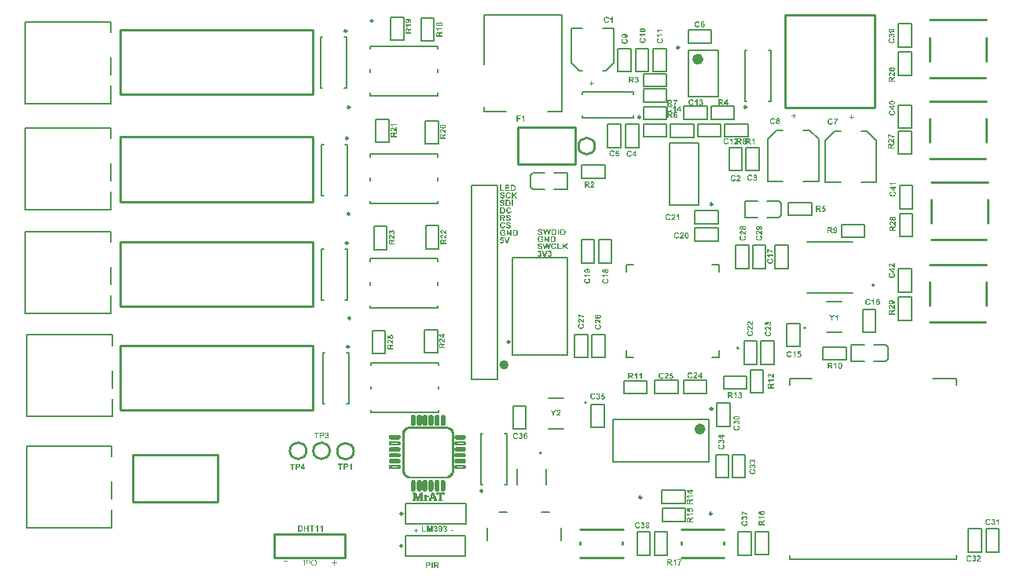
<source format=gto>
G04*
G04 #@! TF.GenerationSoftware,Altium Limited,Altium Designer,23.6.0 (18)*
G04*
G04 Layer_Color=65535*
%FSTAX44Y44*%
%MOMM*%
G71*
G04*
G04 #@! TF.SameCoordinates,7A204BF5-4CC6-4CC0-A9E4-A723DCFD74C1*
G04*
G04*
G04 #@! TF.FilePolarity,Positive*
G04*
G01*
G75*
%ADD10C,0.5080*%
%ADD11C,0.2500*%
%ADD12C,0.2540*%
%ADD13C,0.2000*%
%ADD14C,0.6000*%
%ADD15C,0.2032*%
%ADD16C,0.1524*%
%ADD17C,0.0508*%
%ADD18C,0.1270*%
%ADD19C,0.1778*%
G36*
X00497094Y0036691D02*
X00497197Y00366901D01*
X0049732Y00366892D01*
X00497442Y00366873D01*
X00497583Y00366854D01*
X00497883Y00366788D01*
X00498034Y00366741D01*
X00498184Y00366694D01*
X00498335Y00366628D01*
X00498475Y00366553D01*
X00498607Y00366469D01*
X00498729Y00366375D01*
X00498739Y00366365D01*
X00498757Y00366347D01*
X00498786Y00366318D01*
X00498823Y00366281D01*
X0049887Y00366224D01*
X00498927Y00366158D01*
X00498983Y00366083D01*
X00499049Y00365999D01*
X00499105Y00365895D01*
X00499162Y00365792D01*
X00499218Y0036567D01*
X00499265Y00365538D01*
X00499312Y00365407D01*
X0049935Y00365256D01*
X00499378Y00365106D01*
X00499387Y00364937D01*
X00498071Y0036489D01*
Y00364899D01*
Y00364909D01*
X00498053Y00364974D01*
X00498034Y00365059D01*
X00497996Y00365162D01*
X00497949Y00365285D01*
X00497883Y00365397D01*
X00497799Y0036551D01*
X00497705Y00365604D01*
X00497696Y00365613D01*
X00497658Y00365642D01*
X00497592Y00365679D01*
X00497498Y00365717D01*
X00497385Y00365754D01*
X00497244Y00365792D01*
X00497075Y0036582D01*
X00496878Y0036583D01*
X00496784D01*
X0049668Y0036582D01*
X00496558Y00365801D01*
X00496417Y00365773D01*
X00496267Y00365726D01*
X00496126Y0036567D01*
X00495994Y00365585D01*
X00495985Y00365576D01*
X00495966Y00365557D01*
X00495929Y00365529D01*
X00495891Y00365482D01*
X00495854Y00365425D01*
X00495816Y0036535D01*
X00495797Y00365275D01*
X00495788Y00365181D01*
Y00365172D01*
Y00365144D01*
X00495797Y00365097D01*
X00495816Y0036505D01*
X00495835Y00364984D01*
X00495863Y00364918D01*
X0049591Y00364852D01*
X00495976Y00364786D01*
X00495985Y00364777D01*
X00496032Y00364749D01*
X0049606Y0036473D01*
X00496107Y00364711D01*
X00496154Y00364683D01*
X0049622Y00364655D01*
X00496295Y00364627D01*
X0049638Y00364589D01*
X00496483Y00364552D01*
X00496586Y00364514D01*
X00496718Y00364476D01*
X00496859Y00364439D01*
X00497009Y00364401D01*
X00497179Y00364354D01*
X00497188D01*
X00497226Y00364345D01*
X00497273Y00364335D01*
X00497338Y00364316D01*
X00497413Y00364298D01*
X00497508Y00364269D01*
X00497611Y00364241D01*
X00497714Y00364213D01*
X0049794Y00364138D01*
X00498175Y00364063D01*
X004984Y00363978D01*
X00498494Y00363931D01*
X00498588Y00363884D01*
X00498598D01*
X00498607Y00363875D01*
X00498663Y00363837D01*
X00498748Y00363781D01*
X00498851Y00363706D01*
X00498964Y00363612D01*
X00499086Y00363499D01*
X00499209Y00363367D01*
X00499312Y00363217D01*
X00499321Y00363198D01*
X0049935Y00363142D01*
X00499397Y00363057D01*
X00499444Y00362935D01*
X00499491Y00362785D01*
X00499538Y00362606D01*
X00499566Y00362409D01*
X00499575Y00362183D01*
Y00362174D01*
Y00362155D01*
Y00362127D01*
Y00362089D01*
X00499566Y00362042D01*
X00499556Y00361976D01*
X00499538Y00361845D01*
X004995Y00361676D01*
X00499444Y00361497D01*
X00499359Y00361319D01*
X00499255Y00361131D01*
Y00361121D01*
X00499237Y00361112D01*
X00499199Y00361055D01*
X00499124Y00360961D01*
X0049903Y00360858D01*
X00498908Y00360736D01*
X00498748Y00360623D01*
X00498579Y0036051D01*
X00498372Y00360407D01*
X00498363D01*
X00498344Y00360398D01*
X00498316Y00360388D01*
X00498269Y00360369D01*
X00498212Y00360351D01*
X00498147Y00360332D01*
X00498071Y00360313D01*
X00497987Y00360294D01*
X00497883Y00360266D01*
X0049778Y00360247D01*
X00497536Y0036021D01*
X00497263Y00360181D01*
X00496962Y00360172D01*
X0049684D01*
X00496756Y00360181D01*
X00496652Y00360191D01*
X00496539Y003602D01*
X00496408Y00360219D01*
X00496267Y00360247D01*
X00495957Y00360313D01*
X00495797Y0036036D01*
X00495647Y00360407D01*
X00495487Y00360473D01*
X00495337Y00360548D01*
X00495196Y00360633D01*
X00495064Y00360736D01*
X00495055Y00360745D01*
X00495036Y00360764D01*
X00494998Y00360792D01*
X00494961Y00360839D01*
X00494904Y00360905D01*
X00494848Y0036098D01*
X00494782Y00361065D01*
X00494716Y00361159D01*
X0049465Y00361272D01*
X00494585Y00361394D01*
X00494519Y00361535D01*
X00494453Y00361685D01*
X00494406Y00361845D01*
X0049435Y00362023D01*
X00494312Y00362211D01*
X00494284Y00362409D01*
X00495562Y00362531D01*
Y00362522D01*
X00495572Y00362503D01*
Y00362465D01*
X00495581Y00362427D01*
X00495619Y00362315D01*
X00495666Y00362174D01*
X00495722Y00362014D01*
X00495807Y00361854D01*
X004959Y00361713D01*
X00496023Y00361582D01*
X00496041Y00361572D01*
X00496088Y00361535D01*
X00496164Y00361488D01*
X00496276Y00361431D01*
X00496417Y00361375D01*
X00496577Y00361328D01*
X00496765Y0036129D01*
X00496981Y00361281D01*
X00497085D01*
X00497197Y003613D01*
X00497338Y00361319D01*
X00497489Y00361347D01*
X00497649Y00361394D01*
X00497799Y0036146D01*
X0049793Y00361544D01*
X00497949Y00361553D01*
X00497987Y00361591D01*
X00498034Y00361647D01*
X004981Y00361723D01*
X00498156Y00361817D01*
X00498212Y00361929D01*
X0049825Y00362042D01*
X00498259Y00362174D01*
Y00362183D01*
Y00362211D01*
X0049825Y00362258D01*
X00498241Y00362315D01*
X00498222Y00362371D01*
X00498203Y00362437D01*
X00498165Y00362503D01*
X00498118Y00362569D01*
X00498109Y00362578D01*
X0049809Y00362597D01*
X00498062Y00362625D01*
X00498015Y00362663D01*
X00497949Y0036271D01*
X00497865Y00362757D01*
X00497771Y00362803D01*
X00497649Y0036285D01*
X00497639D01*
X00497602Y00362869D01*
X00497536Y00362888D01*
X00497489Y00362907D01*
X00497432Y00362916D01*
X00497366Y00362935D01*
X00497291Y00362963D01*
X00497207Y00362982D01*
X00497113Y0036301D01*
X00497Y00363038D01*
X00496878Y00363067D01*
X00496746Y00363104D01*
X00496596Y00363142D01*
X00496586D01*
X00496549Y00363151D01*
X00496493Y0036317D01*
X00496427Y00363189D01*
X00496342Y00363217D01*
X00496239Y00363245D01*
X00496135Y00363283D01*
X00496013Y0036332D01*
X00495769Y00363414D01*
X00495534Y00363527D01*
X00495412Y00363583D01*
X00495308Y00363649D01*
X00495205Y00363715D01*
X0049512Y00363781D01*
X00495111Y0036379D01*
X00495092Y00363809D01*
X00495064Y00363837D01*
X00495026Y00363875D01*
X0049498Y00363931D01*
X00494933Y00363997D01*
X00494876Y00364063D01*
X00494829Y00364147D01*
X00494716Y00364345D01*
X00494622Y0036457D01*
X00494585Y00364692D01*
X00494557Y00364815D01*
X00494538Y00364956D01*
X00494528Y00365097D01*
Y00365106D01*
Y00365115D01*
Y00365144D01*
Y00365181D01*
X00494547Y00365275D01*
X00494566Y00365397D01*
X00494594Y00365538D01*
X00494641Y00365698D01*
X00494707Y00365867D01*
X00494801Y00366027D01*
Y00366036D01*
X0049481Y00366046D01*
X00494857Y00366102D01*
X00494914Y00366177D01*
X00495008Y00366271D01*
X0049512Y00366375D01*
X00495261Y00366488D01*
X00495421Y00366591D01*
X00495609Y00366685D01*
X00495619D01*
X00495637Y00366694D01*
X00495666Y00366704D01*
X00495703Y00366722D01*
X0049576Y00366741D01*
X00495816Y0036676D01*
X00495891Y00366779D01*
X00495976Y00366807D01*
X00496164Y00366845D01*
X0049638Y00366882D01*
X00496624Y0036691D01*
X00496897Y0036692D01*
X00497009D01*
X00497094Y0036691D01*
D02*
G37*
G36*
X00507018Y00360294D02*
X00505599D01*
X00504321Y00365153D01*
X00503024Y00360294D01*
X00501596D01*
X00500054Y00366798D01*
X00501398D01*
X00502376Y00362324D01*
X0050356Y00366798D01*
X00505139D01*
X00506266Y00362249D01*
X00507263Y00366798D01*
X00508588D01*
X00507018Y00360294D01*
D02*
G37*
G36*
X00517102D02*
X00515787D01*
Y00366798D01*
X00517102D01*
Y00360294D01*
D02*
G37*
G36*
X00511943Y00366788D02*
X00512121Y00366779D01*
X00512319Y00366769D01*
X00512525Y00366741D01*
X00512723Y00366713D01*
X00512901Y00366666D01*
X00512911D01*
X0051293Y00366657D01*
X00512958Y00366647D01*
X00512995Y00366638D01*
X00513108Y00366591D01*
X0051324Y00366525D01*
X0051339Y00366441D01*
X00513559Y00366337D01*
X00513719Y00366215D01*
X00513879Y00366064D01*
X00513888D01*
X00513898Y00366046D01*
X00513945Y00365989D01*
X0051402Y00365895D01*
X00514104Y00365773D01*
X00514208Y00365623D01*
X00514311Y00365444D01*
X00514414Y00365238D01*
X00514499Y00365012D01*
Y00365003D01*
X00514509Y00364984D01*
X00514518Y00364946D01*
X00514537Y00364899D01*
X00514546Y00364843D01*
X00514565Y00364768D01*
X00514584Y00364683D01*
X00514612Y00364589D01*
X00514631Y00364486D01*
X0051465Y00364364D01*
X00514668Y00364241D01*
X00514678Y003641D01*
X00514706Y00363809D01*
X00514715Y0036348D01*
Y00363471D01*
Y00363442D01*
Y00363405D01*
Y00363349D01*
X00514706Y00363273D01*
Y00363198D01*
X00514697Y00363104D01*
X00514687Y00363001D01*
X00514668Y00362785D01*
X00514631Y00362559D01*
X00514574Y00362324D01*
X00514509Y00362099D01*
Y00362089D01*
X00514499Y0036207D01*
X0051448Y00362033D01*
X00514462Y00361976D01*
X00514443Y0036192D01*
X00514405Y00361854D01*
X0051433Y00361685D01*
X00514236Y00361507D01*
X00514114Y00361309D01*
X00513973Y00361121D01*
X00513813Y00360943D01*
X00513794Y00360924D01*
X00513747Y00360886D01*
X00513672Y0036083D01*
X00513569Y00360755D01*
X00513437Y0036067D01*
X00513287Y00360586D01*
X00513099Y00360501D01*
X00512892Y00360426D01*
X00512883D01*
X00512873Y00360416D01*
X00512845D01*
X00512817Y00360407D01*
X00512714Y00360388D01*
X00512582Y0036036D01*
X00512422Y00360332D01*
X00512225Y00360313D01*
X0051199Y00360304D01*
X00511736Y00360294D01*
X00509274D01*
Y00366798D01*
X00511868D01*
X00511943Y00366788D01*
D02*
G37*
G36*
X00521369Y0036691D02*
X00521463D01*
X00521585Y00366892D01*
X00521726Y00366873D01*
X00521886Y00366845D01*
X00522055Y00366807D01*
X00522234Y0036676D01*
X00522422Y00366704D01*
X0052261Y00366628D01*
X00522807Y00366544D01*
X00522995Y00366441D01*
X00523183Y00366318D01*
X00523361Y00366177D01*
X00523531Y00366018D01*
X0052354Y00366008D01*
X00523568Y0036598D01*
X00523615Y00365924D01*
X00523662Y00365858D01*
X00523728Y00365764D01*
X00523803Y00365651D01*
X00523878Y00365519D01*
X00523963Y00365369D01*
X00524048Y00365209D01*
X00524123Y00365021D01*
X00524198Y00364815D01*
X00524264Y00364599D01*
X0052432Y00364354D01*
X00524358Y003641D01*
X00524386Y00363828D01*
X00524395Y00363536D01*
Y00363518D01*
Y00363471D01*
X00524386Y00363386D01*
Y00363273D01*
X00524367Y00363142D01*
X00524348Y00362991D01*
X0052432Y00362813D01*
X00524292Y00362634D01*
X00524245Y00362437D01*
X00524188Y0036223D01*
X00524113Y00362023D01*
X00524029Y00361817D01*
X00523935Y00361619D01*
X00523812Y00361422D01*
X00523681Y00361234D01*
X00523531Y00361055D01*
X00523521Y00361046D01*
X00523493Y00361018D01*
X00523446Y00360971D01*
X00523371Y00360914D01*
X00523286Y00360849D01*
X00523183Y00360774D01*
X00523061Y00360698D01*
X00522929Y00360614D01*
X00522769Y00360529D01*
X005226Y00360454D01*
X00522412Y00360379D01*
X00522206Y00360313D01*
X00521989Y00360257D01*
X00521754Y0036021D01*
X0052151Y00360181D01*
X00521247Y00360172D01*
X00521181D01*
X00521106Y00360181D01*
X00521012Y00360191D01*
X0052089Y003602D01*
X00520749Y00360219D01*
X00520589Y00360247D01*
X0052042Y00360285D01*
X00520232Y00360332D01*
X00520053Y00360388D01*
X00519856Y00360463D01*
X00519668Y00360548D01*
X00519471Y00360642D01*
X00519292Y00360764D01*
X00519114Y00360896D01*
X00518944Y00361055D01*
X00518935Y00361065D01*
X00518907Y00361093D01*
X00518869Y00361149D01*
X00518813Y00361215D01*
X00518747Y00361309D01*
X00518672Y00361422D01*
X00518597Y00361544D01*
X00518521Y00361694D01*
X00518437Y00361854D01*
X00518362Y00362042D01*
X00518287Y0036224D01*
X00518221Y00362456D01*
X00518164Y00362691D01*
X00518127Y00362944D01*
X00518098Y00363217D01*
X00518089Y00363499D01*
Y00363508D01*
Y00363546D01*
Y00363593D01*
X00518098Y00363668D01*
Y00363753D01*
X00518108Y00363847D01*
X00518117Y00363959D01*
X00518127Y00364082D01*
X00518164Y00364345D01*
X00518211Y00364627D01*
X00518287Y00364909D01*
X00518381Y00365172D01*
Y00365181D01*
X0051839Y00365191D01*
X00518409Y00365219D01*
X00518418Y00365256D01*
X00518475Y0036535D01*
X0051854Y00365472D01*
X00518625Y00365613D01*
X00518728Y00365754D01*
X0051885Y00365914D01*
X00518982Y00366064D01*
X00518991Y00366074D01*
X00519001Y00366083D01*
X00519048Y0036613D01*
X00519132Y00366205D01*
X00519236Y0036629D01*
X00519358Y00366384D01*
X00519499Y00366488D01*
X00519659Y00366581D01*
X00519828Y00366657D01*
X00519837D01*
X00519856Y00366666D01*
X00519893Y00366685D01*
X0051994Y00366694D01*
X00519997Y00366722D01*
X00520063Y00366741D01*
X00520147Y0036676D01*
X00520232Y00366788D01*
X00520439Y00366835D01*
X00520674Y00366882D01*
X00520946Y0036691D01*
X00521228Y0036692D01*
X00521294D01*
X00521369Y0036691D01*
D02*
G37*
G36*
X00502498Y0033718D02*
X00501078D01*
X00498748Y00343684D01*
X00500167D01*
X00501821Y00338872D01*
X00503409Y00343684D01*
X00504809D01*
X00502498Y0033718D01*
D02*
G37*
G36*
X00507394Y00343712D02*
X00507478Y00343702D01*
X00507563Y00343693D01*
X00507667Y00343674D01*
X0050777Y00343646D01*
X00508005Y0034358D01*
X00508127Y00343533D01*
X00508259Y00343467D01*
X00508381Y00343402D01*
X00508493Y00343326D01*
X00508616Y00343232D01*
X00508719Y00343129D01*
X00508728Y0034312D01*
X00508738Y0034311D01*
X00508766Y00343082D01*
X00508794Y00343045D01*
X00508869Y00342951D01*
X00508954Y00342819D01*
X00509039Y00342659D01*
X00509104Y00342471D01*
X00509161Y00342265D01*
X0050917Y00342161D01*
X0050918Y00342048D01*
Y00342039D01*
Y00342011D01*
X0050917Y00341964D01*
X00509161Y00341907D01*
X00509151Y00341832D01*
X00509133Y00341748D01*
X00509104Y00341654D01*
X00509067Y0034155D01*
X0050901Y00341447D01*
X00508954Y00341334D01*
X00508879Y00341221D01*
X00508785Y00341109D01*
X00508672Y00340996D01*
X0050855Y00340883D01*
X00508409Y0034078D01*
X0050824Y00340676D01*
X00508249D01*
X00508268Y00340667D01*
X00508296D01*
X00508334Y00340648D01*
X00508437Y0034062D01*
X00508559Y00340564D01*
X005087Y00340488D01*
X00508851Y00340394D01*
X00509001Y00340272D01*
X00509133Y00340131D01*
X00509151Y00340112D01*
X00509189Y00340056D01*
X00509236Y00339971D01*
X00509302Y00339849D01*
X00509367Y00339708D01*
X00509414Y0033953D01*
X00509452Y00339342D01*
X00509471Y00339126D01*
Y00339116D01*
Y00339088D01*
Y00339041D01*
X00509462Y00338985D01*
X00509452Y00338909D01*
X00509433Y00338825D01*
X00509414Y00338721D01*
X00509396Y00338618D01*
X0050932Y00338392D01*
X00509264Y0033827D01*
X00509208Y00338139D01*
X00509133Y00338017D01*
X00509048Y00337894D01*
X00508954Y00337772D01*
X00508841Y00337659D01*
X00508832Y0033765D01*
X00508813Y00337631D01*
X00508775Y00337603D01*
X00508728Y00337565D01*
X00508663Y00337519D01*
X00508597Y00337472D01*
X00508503Y00337415D01*
X00508409Y00337359D01*
X00508306Y00337302D01*
X00508183Y00337246D01*
X00508052Y00337199D01*
X0050792Y00337152D01*
X0050777Y00337114D01*
X0050762Y00337086D01*
X0050745Y00337067D01*
X00507281Y00337058D01*
X00507197D01*
X00507131Y00337067D01*
X00507056Y00337077D01*
X00506971Y00337086D01*
X00506877Y00337105D01*
X00506764Y00337124D01*
X00506539Y0033718D01*
X00506294Y00337274D01*
X00506163Y00337331D01*
X0050605Y00337396D01*
X00505928Y00337481D01*
X00505815Y00337565D01*
X00505806Y00337575D01*
X00505787Y00337594D01*
X00505759Y00337622D01*
X00505721Y00337659D01*
X00505674Y00337706D01*
X00505627Y00337772D01*
X00505571Y00337838D01*
X00505514Y00337923D01*
X00505458Y00338017D01*
X00505392Y00338111D01*
X00505289Y00338336D01*
X00505204Y00338599D01*
X00505167Y0033874D01*
X00505148Y00338891D01*
X00506351Y00339041D01*
Y00339032D01*
Y00339022D01*
X0050636Y00338966D01*
X00506379Y00338881D01*
X00506407Y00338778D01*
X00506454Y00338665D01*
X00506501Y00338543D01*
X00506576Y0033843D01*
X00506661Y00338327D01*
X0050667Y00338317D01*
X00506708Y00338289D01*
X00506764Y00338251D01*
X0050683Y00338214D01*
X00506924Y00338167D01*
X00507027Y00338129D01*
X0050714Y00338101D01*
X00507272Y00338092D01*
X00507291D01*
X00507338Y00338101D01*
X00507403Y00338111D01*
X00507497Y00338129D01*
X00507601Y00338167D01*
X00507704Y00338214D01*
X00507817Y00338289D01*
X0050792Y00338383D01*
X0050793Y00338392D01*
X00507967Y00338439D01*
X00508005Y00338505D01*
X00508061Y0033859D01*
X00508108Y00338703D01*
X00508155Y00338844D01*
X00508183Y00339003D01*
X00508193Y00339182D01*
Y00339191D01*
Y00339201D01*
Y00339257D01*
X00508183Y00339342D01*
X00508165Y00339454D01*
X00508127Y00339577D01*
X0050808Y00339699D01*
X00508014Y00339821D01*
X0050793Y00339934D01*
X0050792Y00339943D01*
X00507883Y00339981D01*
X00507826Y00340028D01*
X00507761Y00340075D01*
X00507667Y00340131D01*
X00507563Y00340169D01*
X0050745Y00340206D01*
X00507319Y00340216D01*
X00507225D01*
X00507159Y00340206D01*
X00507074Y00340197D01*
X00506971Y00340178D01*
X00506868Y0034015D01*
X00506745Y00340122D01*
X00506877Y00341127D01*
X00506962D01*
X00507056Y00341137D01*
X00507168Y00341146D01*
X00507291Y00341174D01*
X00507422Y00341212D01*
X00507544Y00341268D01*
X00507657Y00341343D01*
X00507667Y00341353D01*
X00507704Y0034139D01*
X00507742Y00341437D01*
X00507798Y00341513D01*
X00507845Y00341597D01*
X00507892Y00341701D01*
X0050792Y00341823D01*
X0050793Y00341964D01*
Y00341983D01*
Y0034202D01*
X0050792Y00342076D01*
X00507901Y00342152D01*
X00507883Y00342236D01*
X00507845Y00342321D01*
X00507798Y00342415D01*
X00507732Y0034249D01*
X00507723Y00342499D01*
X00507695Y00342518D01*
X00507657Y00342556D01*
X00507591Y00342593D01*
X00507516Y00342622D01*
X00507431Y00342659D01*
X00507319Y00342678D01*
X00507206Y00342687D01*
X0050715D01*
X00507093Y00342678D01*
X00507018Y00342659D01*
X00506934Y00342631D01*
X00506839Y00342593D01*
X00506745Y00342537D01*
X00506661Y00342462D01*
X00506651Y00342453D01*
X00506623Y00342424D01*
X00506586Y00342368D01*
X00506539Y00342293D01*
X00506492Y00342208D01*
X00506454Y00342095D01*
X00506417Y00341964D01*
X00506388Y00341813D01*
X00505242Y00342001D01*
Y00342011D01*
X00505251Y00342029D01*
Y00342058D01*
X00505261Y00342105D01*
X00505289Y00342208D01*
X00505326Y00342349D01*
X00505383Y00342499D01*
X00505439Y00342659D01*
X00505514Y0034281D01*
X00505599Y00342951D01*
X00505608Y00342969D01*
X00505646Y00343007D01*
X00505702Y00343073D01*
X00505778Y00343157D01*
X00505872Y00343242D01*
X00505984Y00343336D01*
X00506125Y0034343D01*
X00506276Y00343514D01*
X00506285D01*
X00506294Y00343524D01*
X00506351Y00343543D01*
X00506445Y0034358D01*
X00506558Y00343618D01*
X00506698Y00343655D01*
X00506868Y00343693D01*
X00507046Y00343712D01*
X00507244Y00343721D01*
X00507328D01*
X00507394Y00343712D01*
D02*
G37*
G36*
X00496276D02*
X00496361Y00343702D01*
X00496445Y00343693D01*
X00496549Y00343674D01*
X00496652Y00343646D01*
X00496887Y0034358D01*
X00497009Y00343533D01*
X00497141Y00343467D01*
X00497263Y00343402D01*
X00497376Y00343326D01*
X00497498Y00343232D01*
X00497601Y00343129D01*
X00497611Y0034312D01*
X0049762Y0034311D01*
X00497648Y00343082D01*
X00497676Y00343045D01*
X00497752Y00342951D01*
X00497836Y00342819D01*
X00497921Y00342659D01*
X00497987Y00342471D01*
X00498043Y00342265D01*
X00498052Y00342161D01*
X00498062Y00342048D01*
Y00342039D01*
Y00342011D01*
X00498052Y00341964D01*
X00498043Y00341907D01*
X00498033Y00341832D01*
X00498015Y00341748D01*
X00497987Y00341654D01*
X00497949Y0034155D01*
X00497893Y00341447D01*
X00497836Y00341334D01*
X00497761Y00341221D01*
X00497667Y00341109D01*
X00497554Y00340996D01*
X00497432Y00340883D01*
X00497291Y0034078D01*
X00497122Y00340676D01*
X00497131D01*
X0049715Y00340667D01*
X00497178D01*
X00497216Y00340648D01*
X00497319Y0034062D01*
X00497441Y00340564D01*
X00497582Y00340488D01*
X00497733Y00340394D01*
X00497883Y00340272D01*
X00498015Y00340131D01*
X00498033Y00340112D01*
X00498071Y00340056D01*
X00498118Y00339971D01*
X00498184Y00339849D01*
X0049825Y00339708D01*
X00498297Y0033953D01*
X00498334Y00339342D01*
X00498353Y00339126D01*
Y00339116D01*
Y00339088D01*
Y00339041D01*
X00498344Y00338985D01*
X00498334Y00338909D01*
X00498316Y00338825D01*
X00498297Y00338721D01*
X00498278Y00338618D01*
X00498203Y00338392D01*
X00498146Y0033827D01*
X0049809Y00338139D01*
X00498015Y00338017D01*
X0049793Y00337894D01*
X00497836Y00337772D01*
X00497723Y00337659D01*
X00497714Y0033765D01*
X00497695Y00337631D01*
X00497658Y00337603D01*
X00497611Y00337565D01*
X00497545Y00337519D01*
X00497479Y00337472D01*
X00497385Y00337415D01*
X00497291Y00337359D01*
X00497188Y00337302D01*
X00497066Y00337246D01*
X00496934Y00337199D01*
X00496802Y00337152D01*
X00496652Y00337114D01*
X00496502Y00337086D01*
X00496333Y00337067D01*
X00496163Y00337058D01*
X00496079D01*
X00496013Y00337067D01*
X00495938Y00337077D01*
X00495853Y00337086D01*
X00495759Y00337105D01*
X00495647Y00337124D01*
X00495421Y0033718D01*
X00495177Y00337274D01*
X00495045Y00337331D01*
X00494932Y00337396D01*
X0049481Y00337481D01*
X00494697Y00337565D01*
X00494688Y00337575D01*
X00494669Y00337594D01*
X00494641Y00337622D01*
X00494603Y00337659D01*
X00494556Y00337706D01*
X00494509Y00337772D01*
X00494453Y00337838D01*
X00494397Y00337923D01*
X0049434Y00338017D01*
X00494274Y00338111D01*
X00494171Y00338336D01*
X00494086Y00338599D01*
X00494049Y0033874D01*
X0049403Y00338891D01*
X00495233Y00339041D01*
Y00339032D01*
Y00339022D01*
X00495242Y00338966D01*
X00495261Y00338881D01*
X00495289Y00338778D01*
X00495336Y00338665D01*
X00495383Y00338543D01*
X00495458Y0033843D01*
X00495543Y00338327D01*
X00495552Y00338317D01*
X0049559Y00338289D01*
X00495647Y00338251D01*
X00495712Y00338214D01*
X00495806Y00338167D01*
X0049591Y00338129D01*
X00496022Y00338101D01*
X00496154Y00338092D01*
X00496173D01*
X0049622Y00338101D01*
X00496286Y00338111D01*
X0049638Y00338129D01*
X00496483Y00338167D01*
X00496586Y00338214D01*
X00496699Y00338289D01*
X00496802Y00338383D01*
X00496812Y00338392D01*
X00496849Y00338439D01*
X00496887Y00338505D01*
X00496943Y0033859D01*
X0049699Y00338703D01*
X00497037Y00338844D01*
X00497066Y00339003D01*
X00497075Y00339182D01*
Y00339191D01*
Y00339201D01*
Y00339257D01*
X00497066Y00339342D01*
X00497047Y00339454D01*
X00497009Y00339577D01*
X00496962Y00339699D01*
X00496896Y00339821D01*
X00496812Y00339934D01*
X00496802Y00339943D01*
X00496765Y00339981D01*
X00496708Y00340028D01*
X00496643Y00340075D01*
X00496549Y00340131D01*
X00496445Y00340169D01*
X00496333Y00340206D01*
X00496201Y00340216D01*
X00496107D01*
X00496041Y00340206D01*
X00495957Y00340197D01*
X00495853Y00340178D01*
X0049575Y0034015D01*
X00495628Y00340122D01*
X00495759Y00341127D01*
X00495844D01*
X00495938Y00341137D01*
X00496051Y00341146D01*
X00496173Y00341174D01*
X00496304Y00341212D01*
X00496427Y00341268D01*
X00496539Y00341343D01*
X00496549Y00341353D01*
X00496586Y0034139D01*
X00496624Y00341437D01*
X0049668Y00341513D01*
X00496727Y00341597D01*
X00496774Y00341701D01*
X00496802Y00341823D01*
X00496812Y00341964D01*
Y00341983D01*
Y0034202D01*
X00496802Y00342076D01*
X00496784Y00342152D01*
X00496765Y00342236D01*
X00496727Y00342321D01*
X0049668Y00342415D01*
X00496614Y0034249D01*
X00496605Y00342499D01*
X00496577Y00342518D01*
X00496539Y00342556D01*
X00496474Y00342593D01*
X00496398Y00342622D01*
X00496314Y00342659D01*
X00496201Y00342678D01*
X00496088Y00342687D01*
X00496032D01*
X00495975Y00342678D01*
X004959Y00342659D01*
X00495816Y00342631D01*
X00495722Y00342593D01*
X00495628Y00342537D01*
X00495543Y00342462D01*
X00495534Y00342453D01*
X00495505Y00342424D01*
X00495468Y00342368D01*
X00495421Y00342293D01*
X00495374Y00342208D01*
X00495336Y00342095D01*
X00495299Y00341964D01*
X00495271Y00341813D01*
X00494124Y00342001D01*
Y00342011D01*
X00494133Y00342029D01*
Y00342058D01*
X00494143Y00342105D01*
X00494171Y00342208D01*
X00494209Y00342349D01*
X00494265Y00342499D01*
X00494321Y00342659D01*
X00494397Y0034281D01*
X00494481Y00342951D01*
X00494491Y00342969D01*
X00494528Y00343007D01*
X00494585Y00343073D01*
X0049466Y00343157D01*
X00494754Y00343242D01*
X00494866Y00343336D01*
X00495007Y0034343D01*
X00495158Y00343514D01*
X00495167D01*
X00495177Y00343524D01*
X00495233Y00343543D01*
X00495327Y0034358D01*
X0049544Y00343618D01*
X00495581Y00343655D01*
X0049575Y00343693D01*
X00495928Y00343712D01*
X00496126Y00343721D01*
X0049621D01*
X00496276Y00343712D01*
D02*
G37*
G36*
X0049684Y0035167D02*
X00496943Y00351661D01*
X00497066Y00351652D01*
X00497188Y00351633D01*
X00497329Y00351614D01*
X00497629Y00351548D01*
X0049778Y00351501D01*
X0049793Y00351454D01*
X0049808Y00351388D01*
X00498222Y00351313D01*
X00498353Y00351229D01*
X00498475Y00351135D01*
X00498485Y00351125D01*
X00498503Y00351106D01*
X00498532Y00351078D01*
X00498569Y00351041D01*
X00498616Y00350984D01*
X00498673Y00350919D01*
X00498729Y00350843D01*
X00498795Y00350759D01*
X00498851Y00350655D01*
X00498908Y00350552D01*
X00498964Y0035043D01*
X00499011Y00350298D01*
X00499058Y00350167D01*
X00499095Y00350016D01*
X00499124Y00349866D01*
X00499133Y00349697D01*
X00497817Y0034965D01*
Y00349659D01*
Y00349669D01*
X00497799Y00349734D01*
X0049778Y00349819D01*
X00497742Y00349922D01*
X00497695Y00350045D01*
X00497629Y00350157D01*
X00497545Y0035027D01*
X00497451Y00350364D01*
X00497441Y00350373D01*
X00497404Y00350402D01*
X00497338Y00350439D01*
X00497244Y00350477D01*
X00497131Y00350514D01*
X0049699Y00350552D01*
X00496821Y0035058D01*
X00496624Y0035059D01*
X0049653D01*
X00496427Y0035058D01*
X00496304Y00350561D01*
X00496163Y00350533D01*
X00496013Y00350486D01*
X00495872Y0035043D01*
X0049574Y00350345D01*
X00495731Y00350336D01*
X00495712Y00350317D01*
X00495675Y00350289D01*
X00495637Y00350242D01*
X004956Y00350186D01*
X00495562Y0035011D01*
X00495543Y00350035D01*
X00495534Y00349941D01*
Y00349932D01*
Y00349903D01*
X00495543Y00349857D01*
X00495562Y0034981D01*
X00495581Y00349744D01*
X00495609Y00349678D01*
X00495656Y00349612D01*
X00495722Y00349546D01*
X00495731Y00349537D01*
X00495778Y00349509D01*
X00495806Y0034949D01*
X00495853Y00349471D01*
X004959Y00349443D01*
X00495966Y00349415D01*
X00496041Y00349387D01*
X00496126Y00349349D01*
X00496229Y00349311D01*
X00496333Y00349274D01*
X00496464Y00349236D01*
X00496605Y00349199D01*
X00496755Y00349161D01*
X00496925Y00349114D01*
X00496934D01*
X00496972Y00349105D01*
X00497019Y00349095D01*
X00497084Y00349076D01*
X0049716Y00349058D01*
X00497253Y0034903D01*
X00497357Y00349001D01*
X0049746Y00348973D01*
X00497686Y00348898D01*
X00497921Y00348823D01*
X00498146Y00348738D01*
X0049824Y00348691D01*
X00498334Y00348644D01*
X00498344D01*
X00498353Y00348635D01*
X0049841Y00348597D01*
X00498494Y00348541D01*
X00498597Y00348466D01*
X0049871Y00348372D01*
X00498832Y00348259D01*
X00498955Y00348127D01*
X00499058Y00347977D01*
X00499067Y00347958D01*
X00499095Y00347902D01*
X00499142Y00347817D01*
X00499189Y00347695D01*
X00499236Y00347545D01*
X00499283Y00347366D01*
X00499312Y00347169D01*
X00499321Y00346943D01*
Y00346934D01*
Y00346915D01*
Y00346887D01*
Y00346849D01*
X00499312Y00346802D01*
X00499302Y00346736D01*
X00499283Y00346605D01*
X00499246Y00346436D01*
X00499189Y00346257D01*
X00499105Y00346079D01*
X00499002Y00345891D01*
Y00345881D01*
X00498983Y00345872D01*
X00498945Y00345815D01*
X0049887Y00345721D01*
X00498776Y00345618D01*
X00498654Y00345496D01*
X00498494Y00345383D01*
X00498325Y0034527D01*
X00498118Y00345167D01*
X00498109D01*
X0049809Y00345158D01*
X00498062Y00345148D01*
X00498015Y00345129D01*
X00497958Y00345111D01*
X00497893Y00345092D01*
X00497817Y00345073D01*
X00497733Y00345054D01*
X00497629Y00345026D01*
X00497526Y00345007D01*
X00497282Y0034497D01*
X00497009Y00344941D01*
X00496708Y00344932D01*
X00496586D01*
X00496502Y00344941D01*
X00496398Y00344951D01*
X00496286Y0034496D01*
X00496154Y00344979D01*
X00496013Y00345007D01*
X00495703Y00345073D01*
X00495543Y0034512D01*
X00495393Y00345167D01*
X00495233Y00345233D01*
X00495083Y00345308D01*
X00494942Y00345392D01*
X0049481Y00345496D01*
X00494801Y00345505D01*
X00494782Y00345524D01*
X00494744Y00345552D01*
X00494707Y00345599D01*
X0049465Y00345665D01*
X00494594Y0034574D01*
X00494528Y00345825D01*
X00494462Y00345919D01*
X00494397Y00346032D01*
X00494331Y00346154D01*
X00494265Y00346295D01*
X00494199Y00346445D01*
X00494152Y00346605D01*
X00494096Y00346783D01*
X00494058Y00346971D01*
X0049403Y00347169D01*
X00495308Y00347291D01*
Y00347281D01*
X00495317Y00347263D01*
Y00347225D01*
X00495327Y00347188D01*
X00495364Y00347075D01*
X00495411Y00346934D01*
X00495468Y00346774D01*
X00495552Y00346614D01*
X00495647Y00346473D01*
X00495769Y00346342D01*
X00495787Y00346332D01*
X00495834Y00346295D01*
X0049591Y00346248D01*
X00496022Y00346191D01*
X00496163Y00346135D01*
X00496323Y00346088D01*
X00496511Y0034605D01*
X00496727Y00346041D01*
X00496831D01*
X00496943Y0034606D01*
X00497084Y00346079D01*
X00497235Y00346107D01*
X00497394Y00346154D01*
X00497545Y00346219D01*
X00497676Y00346304D01*
X00497695Y00346314D01*
X00497733Y00346351D01*
X0049778Y00346408D01*
X00497846Y00346483D01*
X00497902Y00346577D01*
X00497958Y00346689D01*
X00497996Y00346802D01*
X00498005Y00346934D01*
Y00346943D01*
Y00346971D01*
X00497996Y00347018D01*
X00497987Y00347075D01*
X00497968Y00347131D01*
X00497949Y00347197D01*
X00497911Y00347263D01*
X00497864Y00347328D01*
X00497855Y00347338D01*
X00497836Y00347357D01*
X00497808Y00347385D01*
X00497761Y00347422D01*
X00497695Y00347469D01*
X00497611Y00347517D01*
X00497517Y00347563D01*
X00497394Y0034761D01*
X00497385D01*
X00497347Y00347629D01*
X00497282Y00347648D01*
X00497235Y00347667D01*
X00497178Y00347676D01*
X00497113Y00347695D01*
X00497037Y00347723D01*
X00496953Y00347742D01*
X00496859Y0034777D01*
X00496746Y00347798D01*
X00496624Y00347827D01*
X00496492Y00347864D01*
X00496342Y00347902D01*
X00496333D01*
X00496295Y00347911D01*
X00496239Y0034793D01*
X00496173Y00347949D01*
X00496088Y00347977D01*
X00495985Y00348005D01*
X00495881Y00348043D01*
X00495759Y0034808D01*
X00495515Y00348174D01*
X0049528Y00348287D01*
X00495158Y00348344D01*
X00495054Y00348409D01*
X00494951Y00348475D01*
X00494866Y00348541D01*
X00494857Y0034855D01*
X00494838Y00348569D01*
X0049481Y00348597D01*
X00494772Y00348635D01*
X00494725Y00348691D01*
X00494678Y00348757D01*
X00494622Y00348823D01*
X00494575Y00348907D01*
X00494462Y00349105D01*
X00494368Y0034933D01*
X00494331Y00349452D01*
X00494302Y00349575D01*
X00494284Y00349716D01*
X00494274Y00349857D01*
Y00349866D01*
Y00349875D01*
Y00349903D01*
Y00349941D01*
X00494293Y00350035D01*
X00494312Y00350157D01*
X0049434Y00350298D01*
X00494387Y00350458D01*
X00494453Y00350627D01*
X00494547Y00350787D01*
Y00350796D01*
X00494556Y00350806D01*
X00494603Y00350862D01*
X0049466Y00350937D01*
X00494754Y00351031D01*
X00494866Y00351135D01*
X00495007Y00351247D01*
X00495167Y00351351D01*
X00495355Y00351445D01*
X00495364D01*
X00495383Y00351454D01*
X00495411Y00351464D01*
X00495449Y00351482D01*
X00495505Y00351501D01*
X00495562Y0035152D01*
X00495637Y00351539D01*
X00495722Y00351567D01*
X0049591Y00351605D01*
X00496126Y00351642D01*
X0049637Y0035167D01*
X00496643Y0035168D01*
X00496755D01*
X0049684Y0035167D01*
D02*
G37*
G36*
X00512018D02*
X00512121Y00351661D01*
X00512234Y00351642D01*
X00512365Y00351623D01*
X00512506Y00351595D01*
X00512657Y00351558D01*
X00512817Y00351511D01*
X00512976Y00351454D01*
X00513145Y00351379D01*
X00513305Y00351304D01*
X00513456Y0035121D01*
X00513615Y00351097D01*
X00513756Y00350975D01*
X00513766D01*
X00513775Y00350956D01*
X00513803Y00350928D01*
X00513832Y003509D01*
X00513869Y00350853D01*
X00513907Y00350796D01*
X0051401Y00350665D01*
X00514114Y00350496D01*
X00514226Y00350289D01*
X0051433Y00350054D01*
X00514424Y00349781D01*
X00513127Y00349471D01*
Y00349481D01*
X00513117Y0034949D01*
Y00349518D01*
X00513098Y00349556D01*
X0051307Y0034964D01*
X00513023Y00349753D01*
X00512958Y00349885D01*
X00512873Y00350016D01*
X0051276Y00350148D01*
X00512638Y00350261D01*
X00512619Y0035027D01*
X00512572Y00350308D01*
X00512497Y00350355D01*
X00512394Y00350411D01*
X00512262Y00350467D01*
X00512112Y00350514D01*
X00511943Y00350552D01*
X00511755Y00350561D01*
X00511689D01*
X00511632Y00350552D01*
X00511576Y00350543D01*
X00511501Y00350533D01*
X00511341Y00350496D01*
X00511153Y0035043D01*
X00510956Y00350336D01*
X00510852Y0035028D01*
X00510758Y00350214D01*
X00510664Y00350129D01*
X0051058Y00350035D01*
Y00350026D01*
X00510561Y00350007D01*
X00510542Y00349979D01*
X00510514Y00349932D01*
X00510476Y00349875D01*
X00510439Y0034981D01*
X00510401Y00349725D01*
X00510364Y00349631D01*
X00510317Y00349518D01*
X00510279Y00349396D01*
X00510242Y00349255D01*
X00510204Y00349105D01*
X00510176Y00348936D01*
X00510157Y00348757D01*
X00510148Y0034856D01*
X00510138Y00348344D01*
Y00348334D01*
Y00348287D01*
Y00348221D01*
X00510148Y00348146D01*
Y00348043D01*
X00510166Y00347921D01*
X00510176Y00347798D01*
X00510195Y00347657D01*
X00510251Y00347366D01*
X00510326Y00347075D01*
X00510373Y00346934D01*
X00510439Y00346802D01*
X00510505Y0034668D01*
X0051058Y00346577D01*
X00510589Y00346567D01*
X00510599Y00346558D01*
X00510627Y0034653D01*
X00510664Y00346492D01*
X00510758Y00346417D01*
X0051089Y00346323D01*
X0051105Y00346219D01*
X00511247Y00346144D01*
X00511473Y00346079D01*
X00511595Y00346069D01*
X00511726Y0034606D01*
X00511773D01*
X00511811Y00346069D01*
X00511914Y00346079D01*
X00512037Y00346097D01*
X00512168Y00346144D01*
X00512318Y00346201D01*
X00512469Y00346276D01*
X00512619Y00346389D01*
X00512638Y00346408D01*
X00512685Y00346455D01*
X00512751Y0034653D01*
X00512826Y00346642D01*
X0051292Y00346793D01*
X00513005Y00346971D01*
X00513089Y00347188D01*
X00513164Y00347441D01*
X00514442Y00347047D01*
Y00347037D01*
X00514433Y00347D01*
X00514414Y00346943D01*
X00514386Y00346868D01*
X00514348Y00346783D01*
X00514311Y0034668D01*
X00514264Y00346567D01*
X00514207Y00346445D01*
X00514076Y00346191D01*
X00513907Y00345928D01*
X005137Y00345674D01*
X00513587Y00345562D01*
X00513465Y00345458D01*
X00513456Y00345449D01*
X00513437Y00345439D01*
X00513399Y00345411D01*
X00513343Y00345374D01*
X00513277Y00345336D01*
X00513192Y00345299D01*
X00513098Y00345252D01*
X00512995Y00345205D01*
X00512873Y00345148D01*
X00512741Y00345101D01*
X005126Y00345064D01*
X0051245Y00345026D01*
X0051229Y00344988D01*
X00512112Y0034496D01*
X00511933Y00344951D01*
X00511736Y00344941D01*
X00511679D01*
X00511614Y00344951D01*
X0051152Y0034496D01*
X00511416Y0034497D01*
X00511285Y00344988D01*
X00511144Y00345017D01*
X00510984Y00345054D01*
X00510824Y00345101D01*
X00510655Y00345158D01*
X00510476Y00345233D01*
X00510298Y00345317D01*
X00510119Y00345411D01*
X00509941Y00345533D01*
X00509772Y00345665D01*
X00509612Y00345825D01*
X00509603Y00345834D01*
X00509574Y00345862D01*
X00509537Y00345919D01*
X0050948Y00345985D01*
X00509424Y00346079D01*
X00509349Y00346182D01*
X00509274Y00346314D01*
X00509198Y00346464D01*
X00509123Y00346624D01*
X00509048Y00346802D01*
X00508973Y00347009D01*
X00508916Y00347225D01*
X0050886Y00347451D01*
X00508823Y00347704D01*
X00508794Y00347968D01*
X00508785Y0034825D01*
Y00348259D01*
Y00348268D01*
Y00348325D01*
X00508794Y00348409D01*
Y00348522D01*
X00508813Y00348654D01*
X00508832Y00348813D01*
X00508851Y00348983D01*
X00508888Y0034918D01*
X00508935Y00349377D01*
X00508992Y00349584D01*
X00509057Y00349791D01*
X00509142Y00350007D01*
X00509236Y00350214D01*
X00509349Y00350411D01*
X00509471Y00350599D01*
X00509621Y00350778D01*
X00509631Y00350787D01*
X00509659Y00350815D01*
X00509706Y00350862D01*
X00509772Y00350919D01*
X00509856Y00350984D01*
X0050996Y00351059D01*
X00510072Y00351144D01*
X00510213Y00351229D01*
X00510364Y00351313D01*
X00510523Y00351398D01*
X00510711Y00351473D01*
X00510899Y00351539D01*
X00511116Y00351595D01*
X00511332Y00351642D01*
X00511576Y0035167D01*
X0051182Y0035168D01*
X00511933D01*
X00512018Y0035167D01*
D02*
G37*
G36*
X00524423Y0034902D02*
X00527008Y00345054D01*
X00525307D01*
X00523512Y00348108D01*
X0052245Y00347018D01*
Y00345054D01*
X00521134D01*
Y00351558D01*
X0052245D01*
Y00348663D01*
X00525119Y00351558D01*
X00526885D01*
X00524423Y0034902D01*
D02*
G37*
G36*
X00506764Y00345054D02*
X00505345D01*
X00504067Y00349913D01*
X0050277Y00345054D01*
X00501342D01*
X004998Y00351558D01*
X00501144D01*
X00502122Y00347084D01*
X00503306Y00351558D01*
X00504885D01*
X00506012Y00347009D01*
X00507009Y00351558D01*
X00508334D01*
X00506764Y00345054D01*
D02*
G37*
G36*
X00516923Y00346154D02*
X00520194D01*
Y00345054D01*
X00515608D01*
Y00351511D01*
X00516923D01*
Y00346154D01*
D02*
G37*
G36*
X00497705Y0035929D02*
X00497808Y00359281D01*
X0049793Y00359272D01*
X00498062Y00359262D01*
X00498203Y00359234D01*
X00498504Y00359178D01*
X00498814Y00359084D01*
X00498974Y00359027D01*
X00499124Y00358961D01*
X00499265Y00358886D01*
X00499397Y00358792D01*
X00499406Y00358783D01*
X00499425Y00358773D01*
X00499462Y00358736D01*
X00499509Y00358698D01*
X00499566Y00358651D01*
X00499622Y00358586D01*
X00499688Y0035851D01*
X00499763Y00358426D01*
X00499838Y00358332D01*
X00499913Y00358228D01*
X00499989Y00358116D01*
X00500054Y00357984D01*
X0050013Y00357853D01*
X00500186Y00357711D01*
X00500242Y00357552D01*
X0050028Y00357392D01*
X00498974Y00357148D01*
Y00357157D01*
X00498964Y00357166D01*
X00498945Y00357223D01*
X00498908Y00357307D01*
X00498851Y0035742D01*
X00498786Y00357542D01*
X00498692Y00357664D01*
X00498579Y00357787D01*
X00498447Y003579D01*
X00498428Y00357909D01*
X00498382Y00357947D01*
X00498297Y00357993D01*
X00498194Y0035804D01*
X00498053Y00358097D01*
X00497893Y00358134D01*
X00497714Y00358172D01*
X00497508Y00358181D01*
X00497423D01*
X00497366Y00358172D01*
X00497291Y00358163D01*
X00497207Y00358153D01*
X00497113Y00358134D01*
X00497009Y00358116D01*
X00496793Y0035805D01*
X0049668Y00358003D01*
X00496568Y00357947D01*
X00496455Y00357881D01*
X00496342Y00357815D01*
X00496239Y00357721D01*
X00496135Y00357627D01*
X00496126Y00357617D01*
X00496117Y00357599D01*
X00496088Y0035757D01*
X0049606Y00357523D01*
X00496023Y00357467D01*
X00495976Y00357401D01*
X00495929Y00357317D01*
X00495891Y00357223D01*
X00495844Y0035711D01*
X00495797Y00356988D01*
X0049575Y00356856D01*
X00495713Y00356715D01*
X00495684Y00356555D01*
X00495656Y00356377D01*
X00495647Y00356198D01*
X00495637Y00356001D01*
Y00355992D01*
Y00355954D01*
Y00355888D01*
X00495647Y00355813D01*
X00495656Y0035571D01*
X00495666Y00355606D01*
X00495684Y00355475D01*
X00495703Y00355343D01*
X0049576Y00355061D01*
X00495854Y0035477D01*
X0049591Y00354629D01*
X00495976Y00354497D01*
X0049606Y00354366D01*
X00496145Y00354253D01*
X00496154Y00354244D01*
X00496173Y00354225D01*
X00496201Y00354197D01*
X00496239Y00354159D01*
X00496295Y00354122D01*
X00496352Y00354065D01*
X00496427Y00354018D01*
X00496511Y00353962D01*
X00496605Y00353905D01*
X00496699Y00353858D01*
X00496934Y00353764D01*
X00497066Y00353727D01*
X00497197Y00353699D01*
X00497348Y0035368D01*
X00497498Y0035367D01*
X00497573D01*
X00497649Y0035368D01*
X00497761Y00353689D01*
X00497883Y00353708D01*
X00498024Y00353736D01*
X00498175Y00353774D01*
X00498325Y0035383D01*
X00498335D01*
X00498344Y00353839D01*
X00498391Y00353858D01*
X00498475Y00353896D01*
X00498569Y00353943D01*
X00498682Y00353999D01*
X00498804Y00354065D01*
X00498927Y0035414D01*
X00499039Y00354225D01*
Y00355061D01*
X00497536D01*
Y00356161D01*
X00500364D01*
Y00353548D01*
X00500346Y00353529D01*
X00500317Y00353511D01*
X00500289Y00353482D01*
X00500242Y00353445D01*
X00500195Y00353407D01*
X00500064Y00353313D01*
X00499885Y0035321D01*
X00499678Y00353088D01*
X00499444Y00352966D01*
X00499162Y00352853D01*
X00499152D01*
X00499124Y00352843D01*
X00499086Y00352825D01*
X0049903Y00352806D01*
X00498955Y00352787D01*
X0049887Y00352759D01*
X00498776Y00352731D01*
X00498673Y00352702D01*
X00498438Y00352646D01*
X00498165Y00352599D01*
X00497883Y00352561D01*
X00497583Y00352552D01*
X00497479D01*
X00497413Y00352561D01*
X0049732D01*
X00497216Y00352571D01*
X00497103Y0035259D01*
X00496972Y00352608D01*
X00496699Y00352655D01*
X00496399Y00352731D01*
X00496088Y00352834D01*
X00495947Y003529D01*
X00495797Y00352975D01*
X00495788Y00352984D01*
X00495769Y00352994D01*
X00495722Y00353022D01*
X00495675Y0035306D01*
X00495609Y00353097D01*
X00495543Y00353153D01*
X00495459Y00353219D01*
X00495374Y00353294D01*
X00495186Y00353464D01*
X00494998Y0035368D01*
X0049482Y00353924D01*
X0049466Y00354206D01*
Y00354215D01*
X00494641Y00354244D01*
X00494622Y00354291D01*
X00494604Y00354347D01*
X00494575Y00354422D01*
X00494538Y00354507D01*
X0049451Y0035461D01*
X00494472Y00354723D01*
X00494434Y00354845D01*
X00494406Y00354986D01*
X0049434Y00355277D01*
X00494303Y00355597D01*
X00494284Y00355945D01*
Y00355954D01*
Y00355992D01*
Y00356048D01*
X00494293Y00356114D01*
Y00356208D01*
X00494303Y00356311D01*
X00494322Y00356424D01*
X0049434Y00356555D01*
X00494387Y00356828D01*
X00494463Y00357138D01*
X00494566Y00357448D01*
X00494632Y00357599D01*
X00494707Y00357749D01*
X00494716Y00357758D01*
X00494726Y00357787D01*
X00494754Y00357824D01*
X00494782Y00357881D01*
X00494829Y00357947D01*
X00494885Y00358022D01*
X00494951Y00358106D01*
X00495017Y003582D01*
X00495102Y00358294D01*
X00495196Y00358398D01*
X00495299Y00358501D01*
X00495412Y00358604D01*
X00495534Y00358698D01*
X00495656Y00358802D01*
X00495947Y00358971D01*
X00495957D01*
X00495976Y0035899D01*
X00496013Y00358999D01*
X0049606Y00359027D01*
X00496126Y00359046D01*
X00496192Y00359074D01*
X00496286Y00359102D01*
X0049638Y0035914D01*
X00496483Y00359168D01*
X00496605Y00359196D01*
X00496737Y00359225D01*
X00496868Y00359253D01*
X00497169Y0035929D01*
X00497508Y003593D01*
X0049762D01*
X00497705Y0035929D01*
D02*
G37*
G36*
X00506755Y00352674D02*
X00505439D01*
X00502799Y0035696D01*
Y00352674D01*
X00501586D01*
Y00359178D01*
X00502855D01*
X00505543Y00354798D01*
Y00359178D01*
X00506755D01*
Y00352674D01*
D02*
G37*
G36*
X00510815Y00359168D02*
X00510994Y00359159D01*
X00511191Y00359149D01*
X00511398Y00359121D01*
X00511595Y00359093D01*
X00511774Y00359046D01*
X00511783D01*
X00511802Y00359037D01*
X0051183Y00359027D01*
X00511868Y00359018D01*
X0051198Y00358971D01*
X00512112Y00358905D01*
X00512262Y0035882D01*
X00512431Y00358717D01*
X00512591Y00358595D01*
X00512751Y00358445D01*
X00512761D01*
X0051277Y00358426D01*
X00512817Y00358369D01*
X00512892Y00358275D01*
X00512977Y00358153D01*
X0051308Y00358003D01*
X00513183Y00357824D01*
X00513287Y00357617D01*
X00513371Y00357392D01*
Y00357383D01*
X00513381Y00357364D01*
X0051339Y00357326D01*
X00513409Y00357279D01*
X00513418Y00357223D01*
X00513437Y00357148D01*
X00513456Y00357063D01*
X00513484Y00356969D01*
X00513503Y00356866D01*
X00513522Y00356744D01*
X0051354Y00356621D01*
X0051355Y0035648D01*
X00513578Y00356189D01*
X00513587Y0035586D01*
Y00355851D01*
Y00355822D01*
Y00355785D01*
Y00355728D01*
X00513578Y00355653D01*
Y00355578D01*
X00513569Y00355484D01*
X00513559Y00355381D01*
X0051354Y00355165D01*
X00513503Y00354939D01*
X00513447Y00354704D01*
X00513381Y00354479D01*
Y00354469D01*
X00513371Y0035445D01*
X00513353Y00354413D01*
X00513334Y00354356D01*
X00513315Y003543D01*
X00513277Y00354234D01*
X00513202Y00354065D01*
X00513108Y00353886D01*
X00512986Y00353689D01*
X00512845Y00353501D01*
X00512685Y00353323D01*
X00512667Y00353304D01*
X0051262Y00353266D01*
X00512544Y0035321D01*
X00512441Y00353135D01*
X00512309Y0035305D01*
X00512159Y00352966D01*
X00511971Y00352881D01*
X00511764Y00352806D01*
X00511755D01*
X00511745Y00352796D01*
X00511717D01*
X00511689Y00352787D01*
X00511586Y00352768D01*
X00511454Y0035274D01*
X00511294Y00352712D01*
X00511097Y00352693D01*
X00510862Y00352684D01*
X00510608Y00352674D01*
X00508146D01*
Y00359178D01*
X0051074D01*
X00510815Y00359168D01*
D02*
G37*
G36*
X00462046Y00351404D02*
X00460627D01*
X00458296Y00357908D01*
X00459715D01*
X00461369Y00353096D01*
X00462957Y00357908D01*
X00464358D01*
X00462046Y00351404D01*
D02*
G37*
G36*
X00457732Y00356658D02*
X00455373D01*
X00455176Y00355549D01*
X00455185D01*
X00455195Y00355558D01*
X00455251Y00355586D01*
X00455336Y00355615D01*
X00455439Y00355662D01*
X00455571Y00355699D01*
X00455712Y00355727D01*
X00455871Y00355755D01*
X00456031Y00355765D01*
X00456116D01*
X00456172Y00355755D01*
X00456238Y00355746D01*
X00456322Y00355737D01*
X00456416Y00355718D01*
X0045652Y0035569D01*
X00456736Y00355615D01*
X00456858Y00355568D01*
X00456971Y00355511D01*
X00457093Y00355436D01*
X00457215Y00355351D01*
X00457328Y00355257D01*
X00457441Y00355154D01*
X0045745Y00355145D01*
X00457469Y00355126D01*
X00457497Y00355088D01*
X00457535Y00355041D01*
X00457572Y00354985D01*
X00457629Y0035491D01*
X00457676Y00354825D01*
X00457732Y00354731D01*
X00457789Y00354628D01*
X00457836Y00354506D01*
X00457892Y00354374D01*
X00457929Y00354242D01*
X00457967Y00354092D01*
X00457995Y00353932D01*
X00458014Y00353763D01*
X00458023Y00353585D01*
Y00353575D01*
Y00353547D01*
Y00353509D01*
X00458014Y00353453D01*
Y00353378D01*
X00457995Y00353293D01*
X00457986Y00353199D01*
X00457967Y00353105D01*
X00457911Y0035288D01*
X00457826Y00352635D01*
X0045777Y00352504D01*
X00457713Y00352382D01*
X00457638Y00352259D01*
X00457554Y00352137D01*
X00457544Y00352128D01*
X00457525Y003521D01*
X00457488Y00352062D01*
X00457441Y00352006D01*
X00457375Y0035194D01*
X0045729Y00351865D01*
X00457196Y0035179D01*
X00457093Y00351714D01*
X00456971Y0035163D01*
X00456839Y00351554D01*
X00456698Y00351479D01*
X00456539Y00351414D01*
X00456369Y00351357D01*
X00456191Y0035132D01*
X00455993Y00351291D01*
X00455787Y00351282D01*
X00455702D01*
X00455636Y00351291D01*
X00455561Y00351301D01*
X00455467Y0035131D01*
X00455373Y0035132D01*
X00455261Y00351338D01*
X00455035Y00351395D01*
X00454781Y00351489D01*
X00454659Y00351536D01*
X00454537Y00351601D01*
X00454424Y00351677D01*
X00454311Y00351761D01*
X00454302Y00351771D01*
X00454283Y0035178D01*
X00454255Y00351808D01*
X00454217Y00351846D01*
X0045418Y00351902D01*
X00454123Y00351959D01*
X00454076Y00352024D01*
X0045402Y003521D01*
X00453954Y00352194D01*
X00453898Y00352288D01*
X00453794Y00352513D01*
X004537Y00352767D01*
X00453672Y00352908D01*
X00453644Y00353058D01*
X00454884Y0035319D01*
Y00353171D01*
X00454894Y00353124D01*
X00454913Y00353039D01*
X00454941Y00352945D01*
X00454978Y00352842D01*
X00455035Y00352729D01*
X0045511Y00352626D01*
X00455195Y00352523D01*
X00455204Y00352513D01*
X00455242Y00352485D01*
X00455298Y00352447D01*
X00455373Y003524D01*
X00455458Y00352353D01*
X00455561Y00352316D01*
X00455683Y00352288D01*
X00455806Y00352278D01*
X00455824D01*
X00455871Y00352288D01*
X00455947Y00352297D01*
X0045604Y00352316D01*
X00456144Y00352353D01*
X00456257Y0035241D01*
X00456369Y00352494D01*
X00456473Y00352598D01*
X00456482Y00352617D01*
X0045652Y00352654D01*
X00456557Y00352729D01*
X00456614Y00352842D01*
X00456661Y00352974D01*
X00456708Y00353133D01*
X00456736Y00353331D01*
X00456745Y00353556D01*
Y00353566D01*
Y00353585D01*
Y00353613D01*
Y0035366D01*
X00456736Y00353763D01*
X00456708Y00353895D01*
X0045668Y00354045D01*
X00456633Y00354195D01*
X00456567Y00354336D01*
X00456473Y00354459D01*
X00456463Y00354468D01*
X00456426Y00354506D01*
X0045636Y00354552D01*
X00456285Y00354618D01*
X00456181Y00354675D01*
X00456059Y00354722D01*
X00455918Y00354759D01*
X00455768Y00354769D01*
X00455712D01*
X00455674Y00354759D01*
X0045558Y0035474D01*
X00455448Y00354712D01*
X00455298Y00354656D01*
X00455138Y00354571D01*
X00455054Y00354515D01*
X00454969Y00354449D01*
X00454884Y00354374D01*
X004548Y00354289D01*
X00453794Y0035443D01*
X00454433Y00357823D01*
X00457732D01*
Y00356658D01*
D02*
G37*
G36*
X00457065Y00366148D02*
X00457168Y00366139D01*
X0045729Y0036613D01*
X00457422Y0036612D01*
X00457563Y00366092D01*
X00457864Y00366036D01*
X00458174Y00365942D01*
X00458334Y00365885D01*
X00458484Y00365819D01*
X00458625Y00365744D01*
X00458756Y0036565D01*
X00458766Y00365641D01*
X00458785Y00365631D01*
X00458822Y00365594D01*
X00458869Y00365556D01*
X00458926Y00365509D01*
X00458982Y00365443D01*
X00459048Y00365368D01*
X00459123Y00365284D01*
X00459198Y0036519D01*
X00459273Y00365086D01*
X00459349Y00364974D01*
X00459414Y00364842D01*
X0045949Y00364711D01*
X00459546Y0036457D01*
X00459602Y0036441D01*
X0045964Y0036425D01*
X00458334Y00364006D01*
Y00364015D01*
X00458324Y00364024D01*
X00458305Y00364081D01*
X00458268Y00364165D01*
X00458211Y00364278D01*
X00458146Y003644D01*
X00458052Y00364523D01*
X00457939Y00364645D01*
X00457807Y00364757D01*
X00457789Y00364767D01*
X00457742Y00364804D01*
X00457657Y00364851D01*
X00457554Y00364898D01*
X00457413Y00364955D01*
X00457253Y00364992D01*
X00457074Y0036503D01*
X00456867Y00365039D01*
X00456783D01*
X00456726Y0036503D01*
X00456651Y00365021D01*
X00456567Y00365011D01*
X00456473Y00364992D01*
X00456369Y00364974D01*
X00456153Y00364908D01*
X0045604Y00364861D01*
X00455928Y00364804D01*
X00455815Y00364739D01*
X00455702Y00364673D01*
X00455599Y00364579D01*
X00455495Y00364485D01*
X00455486Y00364476D01*
X00455477Y00364457D01*
X00455448Y00364428D01*
X0045542Y00364381D01*
X00455383Y00364325D01*
X00455336Y00364259D01*
X00455289Y00364175D01*
X00455251Y00364081D01*
X00455204Y00363968D01*
X00455157Y00363846D01*
X0045511Y00363714D01*
X00455073Y00363573D01*
X00455044Y00363414D01*
X00455016Y00363235D01*
X00455007Y00363056D01*
X00454997Y00362859D01*
Y0036285D01*
Y00362812D01*
Y00362746D01*
X00455007Y00362671D01*
X00455016Y00362568D01*
X00455025Y00362464D01*
X00455044Y00362333D01*
X00455063Y00362201D01*
X0045512Y00361919D01*
X00455214Y00361628D01*
X0045527Y00361487D01*
X00455336Y00361355D01*
X0045542Y00361224D01*
X00455505Y00361111D01*
X00455514Y00361102D01*
X00455533Y00361083D01*
X00455561Y00361055D01*
X00455599Y00361017D01*
X00455655Y00360979D01*
X00455712Y00360923D01*
X00455787Y00360876D01*
X00455871Y0036082D01*
X00455965Y00360763D01*
X00456059Y00360716D01*
X00456294Y00360622D01*
X00456426Y00360585D01*
X00456557Y00360557D01*
X00456708Y00360538D01*
X00456858Y00360528D01*
X00456933D01*
X00457009Y00360538D01*
X00457121Y00360547D01*
X00457243Y00360566D01*
X00457384Y00360594D01*
X00457535Y00360632D01*
X00457685Y00360688D01*
X00457695D01*
X00457704Y00360698D01*
X00457751Y00360716D01*
X00457836Y00360754D01*
X00457929Y00360801D01*
X00458042Y00360857D01*
X00458164Y00360923D01*
X00458287Y00360998D01*
X00458399Y00361083D01*
Y00361919D01*
X00456896D01*
Y00363019D01*
X00459725D01*
Y00360406D01*
X00459706Y00360387D01*
X00459678Y00360369D01*
X00459649Y0036034D01*
X00459602Y00360303D01*
X00459555Y00360265D01*
X00459424Y00360171D01*
X00459245Y00360068D01*
X00459039Y00359946D01*
X00458803Y00359823D01*
X00458522Y00359711D01*
X00458512D01*
X00458484Y00359701D01*
X00458446Y00359683D01*
X0045839Y00359664D01*
X00458315Y00359645D01*
X0045823Y00359617D01*
X00458136Y00359589D01*
X00458033Y0035956D01*
X00457798Y00359504D01*
X00457525Y00359457D01*
X00457243Y00359419D01*
X00456943Y0035941D01*
X00456839D01*
X00456773Y00359419D01*
X0045668D01*
X00456576Y00359429D01*
X00456463Y00359448D01*
X00456332Y00359466D01*
X00456059Y00359513D01*
X00455759Y00359589D01*
X00455448Y00359692D01*
X00455307Y00359758D01*
X00455157Y00359833D01*
X00455148Y00359842D01*
X00455129Y00359852D01*
X00455082Y0035988D01*
X00455035Y00359917D01*
X00454969Y00359955D01*
X00454903Y00360011D01*
X00454819Y00360077D01*
X00454734Y00360152D01*
X00454546Y00360322D01*
X00454358Y00360538D01*
X0045418Y00360782D01*
X0045402Y00361064D01*
Y00361073D01*
X00454001Y00361102D01*
X00453982Y00361149D01*
X00453964Y00361205D01*
X00453935Y0036128D01*
X00453898Y00361365D01*
X0045387Y00361468D01*
X00453832Y00361581D01*
X00453794Y00361703D01*
X00453766Y00361844D01*
X004537Y00362135D01*
X00453663Y00362455D01*
X00453644Y00362803D01*
Y00362812D01*
Y0036285D01*
Y00362906D01*
X00453653Y00362972D01*
Y00363066D01*
X00453663Y00363169D01*
X00453682Y00363282D01*
X004537Y00363414D01*
X00453747Y00363686D01*
X00453823Y00363996D01*
X00453926Y00364306D01*
X00453992Y00364457D01*
X00454067Y00364607D01*
X00454076Y00364617D01*
X00454086Y00364645D01*
X00454114Y00364682D01*
X00454142Y00364739D01*
X00454189Y00364804D01*
X00454245Y0036488D01*
X00454311Y00364964D01*
X00454377Y00365058D01*
X00454462Y00365152D01*
X00454556Y00365256D01*
X00454659Y00365359D01*
X00454772Y00365462D01*
X00454894Y00365556D01*
X00455016Y0036566D01*
X00455307Y00365829D01*
X00455317D01*
X00455336Y00365848D01*
X00455373Y00365857D01*
X0045542Y00365885D01*
X00455486Y00365904D01*
X00455552Y00365932D01*
X00455646Y0036596D01*
X0045574Y00365998D01*
X00455843Y00366026D01*
X00455965Y00366054D01*
X00456097Y00366083D01*
X00456228Y00366111D01*
X00456529Y00366148D01*
X00456867Y00366158D01*
X0045698D01*
X00457065Y00366148D01*
D02*
G37*
G36*
X00466115Y00359532D02*
X00464799D01*
X00462159Y00363818D01*
Y00359532D01*
X00460946D01*
Y00366036D01*
X00462215D01*
X00464903Y00361656D01*
Y00366036D01*
X00466115D01*
Y00359532D01*
D02*
G37*
G36*
X00470175Y00366026D02*
X00470354Y00366017D01*
X00470551Y00366007D01*
X00470758Y00365979D01*
X00470955Y00365951D01*
X00471134Y00365904D01*
X00471143D01*
X00471162Y00365895D01*
X0047119Y00365885D01*
X00471228Y00365876D01*
X0047134Y00365829D01*
X00471472Y00365763D01*
X00471622Y00365678D01*
X00471791Y00365575D01*
X00471951Y00365453D01*
X00472111Y00365303D01*
X00472121D01*
X0047213Y00365284D01*
X00472177Y00365227D01*
X00472252Y00365133D01*
X00472337Y00365011D01*
X0047244Y00364861D01*
X00472543Y00364682D01*
X00472647Y00364476D01*
X00472731Y0036425D01*
Y00364241D01*
X00472741Y00364222D01*
X0047275Y00364184D01*
X00472769Y00364137D01*
X00472778Y00364081D01*
X00472797Y00364006D01*
X00472816Y00363921D01*
X00472844Y00363827D01*
X00472863Y00363724D01*
X00472882Y00363601D01*
X00472901Y00363479D01*
X0047291Y00363338D01*
X00472938Y00363047D01*
X00472948Y00362718D01*
Y00362709D01*
Y00362681D01*
Y00362643D01*
Y00362587D01*
X00472938Y00362511D01*
Y00362436D01*
X00472929Y00362342D01*
X00472919Y00362239D01*
X00472901Y00362023D01*
X00472863Y00361797D01*
X00472807Y00361562D01*
X00472741Y00361337D01*
Y00361327D01*
X00472731Y00361308D01*
X00472713Y00361271D01*
X00472694Y00361214D01*
X00472675Y00361158D01*
X00472637Y00361092D01*
X00472562Y00360923D01*
X00472468Y00360745D01*
X00472346Y00360547D01*
X00472205Y00360359D01*
X00472045Y00360181D01*
X00472026Y00360162D01*
X00471979Y00360124D01*
X00471904Y00360068D01*
X00471801Y00359993D01*
X00471669Y00359908D01*
X00471519Y00359823D01*
X00471331Y00359739D01*
X00471124Y00359664D01*
X00471115D01*
X00471105Y00359654D01*
X00471077D01*
X00471049Y00359645D01*
X00470946Y00359626D01*
X00470814Y00359598D01*
X00470654Y0035957D01*
X00470457Y00359551D01*
X00470222Y00359542D01*
X00469968Y00359532D01*
X00467506D01*
Y00366036D01*
X004701D01*
X00470175Y00366026D01*
D02*
G37*
G36*
X00462901Y00374276D02*
X00463004Y00374267D01*
X00463127Y00374258D01*
X00463249Y00374239D01*
X0046339Y0037422D01*
X0046369Y00374154D01*
X00463841Y00374107D01*
X00463991Y0037406D01*
X00464142Y00373994D01*
X00464282Y00373919D01*
X00464414Y00373835D01*
X00464536Y00373741D01*
X00464546Y00373731D01*
X00464565Y00373713D01*
X00464593Y00373684D01*
X0046463Y00373647D01*
X00464677Y0037359D01*
X00464734Y00373525D01*
X0046479Y00373449D01*
X00464856Y00373365D01*
X00464912Y00373261D01*
X00464969Y00373158D01*
X00465025Y00373036D01*
X00465072Y00372904D01*
X00465119Y00372773D01*
X00465157Y00372622D01*
X00465185Y00372472D01*
X00465194Y00372303D01*
X00463878Y00372256D01*
Y00372265D01*
Y00372275D01*
X0046386Y0037234D01*
X00463841Y00372425D01*
X00463803Y00372528D01*
X00463756Y0037265D01*
X0046369Y00372763D01*
X00463606Y00372876D01*
X00463512Y0037297D01*
X00463503Y00372979D01*
X00463465Y00373008D01*
X00463399Y00373045D01*
X00463305Y00373083D01*
X00463192Y0037312D01*
X00463051Y00373158D01*
X00462882Y00373186D01*
X00462685Y00373196D01*
X00462591D01*
X00462487Y00373186D01*
X00462365Y00373167D01*
X00462224Y00373139D01*
X00462074Y00373092D01*
X00461933Y00373036D01*
X00461801Y00372951D01*
X00461792Y00372942D01*
X00461773Y00372923D01*
X00461736Y00372895D01*
X00461698Y00372848D01*
X0046166Y00372791D01*
X00461623Y00372716D01*
X00461604Y00372641D01*
X00461595Y00372547D01*
Y00372538D01*
Y00372509D01*
X00461604Y00372463D01*
X00461623Y00372416D01*
X00461642Y0037235D01*
X0046167Y00372284D01*
X00461717Y00372218D01*
X00461783Y00372152D01*
X00461792Y00372143D01*
X00461839Y00372115D01*
X00461867Y00372096D01*
X00461914Y00372077D01*
X00461961Y00372049D01*
X00462027Y00372021D01*
X00462102Y00371993D01*
X00462187Y00371955D01*
X0046229Y00371917D01*
X00462393Y0037188D01*
X00462525Y00371842D01*
X00462666Y00371805D01*
X00462816Y00371767D01*
X00462986Y0037172D01*
X00462995D01*
X00463033Y00371711D01*
X0046308Y00371701D01*
X00463145Y00371683D01*
X00463221Y00371664D01*
X00463315Y00371636D01*
X00463418Y00371607D01*
X00463521Y00371579D01*
X00463747Y00371504D01*
X00463982Y00371429D01*
X00464207Y00371344D01*
X00464301Y00371297D01*
X00464395Y0037125D01*
X00464405D01*
X00464414Y00371241D01*
X0046447Y00371203D01*
X00464555Y00371147D01*
X00464659Y00371072D01*
X00464771Y00370978D01*
X00464893Y00370865D01*
X00465016Y00370733D01*
X00465119Y00370583D01*
X00465128Y00370564D01*
X00465157Y00370508D01*
X00465204Y00370423D01*
X00465251Y00370301D01*
X00465298Y00370151D01*
X00465345Y00369972D01*
X00465373Y00369775D01*
X00465382Y00369549D01*
Y0036954D01*
Y00369521D01*
Y00369493D01*
Y00369455D01*
X00465373Y00369408D01*
X00465363Y00369342D01*
X00465345Y00369211D01*
X00465307Y00369042D01*
X00465251Y00368863D01*
X00465166Y00368685D01*
X00465063Y00368497D01*
Y00368487D01*
X00465044Y00368478D01*
X00465006Y00368421D01*
X00464931Y00368327D01*
X00464837Y00368224D01*
X00464715Y00368102D01*
X00464555Y00367989D01*
X00464386Y00367876D01*
X00464179Y00367773D01*
X0046417D01*
X00464151Y00367764D01*
X00464123Y00367754D01*
X00464076Y00367735D01*
X00464019Y00367717D01*
X00463954Y00367698D01*
X00463878Y00367679D01*
X00463794Y0036766D01*
X0046369Y00367632D01*
X00463587Y00367613D01*
X00463343Y00367576D01*
X0046307Y00367547D01*
X0046277Y00367538D01*
X00462647D01*
X00462563Y00367547D01*
X00462459Y00367557D01*
X00462346Y00367566D01*
X00462215Y00367585D01*
X00462074Y00367613D01*
X00461764Y00367679D01*
X00461604Y00367726D01*
X00461454Y00367773D01*
X00461294Y00367839D01*
X00461144Y00367914D01*
X00461003Y00367999D01*
X00460871Y00368102D01*
X00460862Y00368111D01*
X00460843Y0036813D01*
X00460805Y00368158D01*
X00460768Y00368205D01*
X00460711Y00368271D01*
X00460655Y00368346D01*
X00460589Y00368431D01*
X00460523Y00368525D01*
X00460457Y00368638D01*
X00460392Y0036876D01*
X00460326Y00368901D01*
X0046026Y00369051D01*
X00460213Y00369211D01*
X00460157Y00369389D01*
X00460119Y00369577D01*
X00460091Y00369775D01*
X00461369Y00369897D01*
Y00369888D01*
X00461379Y00369869D01*
Y00369831D01*
X00461388Y00369794D01*
X00461426Y00369681D01*
X00461473Y0036954D01*
X00461529Y0036938D01*
X00461614Y0036922D01*
X00461707Y00369079D01*
X0046183Y00368948D01*
X00461848Y00368938D01*
X00461895Y00368901D01*
X00461971Y00368854D01*
X00462083Y00368797D01*
X00462224Y00368741D01*
X00462384Y00368694D01*
X00462572Y00368656D01*
X00462788Y00368647D01*
X00462892D01*
X00463004Y00368666D01*
X00463145Y00368685D01*
X00463296Y00368713D01*
X00463456Y0036876D01*
X00463606Y00368825D01*
X00463737Y0036891D01*
X00463756Y00368919D01*
X00463794Y00368957D01*
X00463841Y00369013D01*
X00463907Y00369089D01*
X00463963Y00369183D01*
X00464019Y00369295D01*
X00464057Y00369408D01*
X00464066Y0036954D01*
Y00369549D01*
Y00369577D01*
X00464057Y00369624D01*
X00464048Y00369681D01*
X00464029Y00369737D01*
X0046401Y00369803D01*
X00463972Y00369869D01*
X00463925Y00369935D01*
X00463916Y00369944D01*
X00463897Y00369963D01*
X00463869Y00369991D01*
X00463822Y00370028D01*
X00463756Y00370075D01*
X00463672Y00370122D01*
X00463578Y00370169D01*
X00463456Y00370216D01*
X00463446D01*
X00463409Y00370235D01*
X00463343Y00370254D01*
X00463296Y00370273D01*
X00463239Y00370282D01*
X00463174Y00370301D01*
X00463098Y00370329D01*
X00463014Y00370348D01*
X0046292Y00370376D01*
X00462807Y00370404D01*
X00462685Y00370433D01*
X00462553Y0037047D01*
X00462403Y00370508D01*
X00462393D01*
X00462356Y00370517D01*
X004623Y00370536D01*
X00462234Y00370555D01*
X00462149Y00370583D01*
X00462046Y00370611D01*
X00461942Y00370649D01*
X0046182Y00370686D01*
X00461576Y0037078D01*
X00461341Y00370893D01*
X00461219Y0037095D01*
X00461115Y00371015D01*
X00461012Y00371081D01*
X00460927Y00371147D01*
X00460918Y00371156D01*
X00460899Y00371175D01*
X00460871Y00371203D01*
X00460834Y00371241D01*
X00460787Y00371297D01*
X0046074Y00371363D01*
X00460683Y00371429D01*
X00460636Y00371513D01*
X00460523Y00371711D01*
X00460429Y00371936D01*
X00460392Y00372058D01*
X00460364Y00372181D01*
X00460345Y00372322D01*
X00460335Y00372463D01*
Y00372472D01*
Y00372481D01*
Y00372509D01*
Y00372547D01*
X00460354Y00372641D01*
X00460373Y00372763D01*
X00460401Y00372904D01*
X00460448Y00373064D01*
X00460514Y00373233D01*
X00460608Y00373393D01*
Y00373402D01*
X00460617Y00373412D01*
X00460664Y00373468D01*
X00460721Y00373543D01*
X00460815Y00373637D01*
X00460927Y00373741D01*
X00461068Y00373853D01*
X00461228Y00373957D01*
X00461416Y00374051D01*
X00461426D01*
X00461444Y0037406D01*
X00461473Y0037407D01*
X0046151Y00374088D01*
X00461567Y00374107D01*
X00461623Y00374126D01*
X00461698Y00374145D01*
X00461783Y00374173D01*
X00461971Y00374211D01*
X00462187Y00374248D01*
X00462431Y00374276D01*
X00462704Y00374286D01*
X00462816D01*
X00462901Y00374276D01*
D02*
G37*
G36*
X00456877D02*
X0045698Y00374267D01*
X00457093Y00374248D01*
X00457225Y00374229D01*
X00457366Y00374201D01*
X00457516Y00374164D01*
X00457676Y00374117D01*
X00457836Y0037406D01*
X00458005Y00373985D01*
X00458164Y0037391D01*
X00458315Y00373816D01*
X00458475Y00373703D01*
X00458615Y00373581D01*
X00458625D01*
X00458634Y00373562D01*
X00458662Y00373534D01*
X00458691Y00373506D01*
X00458728Y00373459D01*
X00458766Y00373402D01*
X00458869Y00373271D01*
X00458973Y00373102D01*
X00459085Y00372895D01*
X00459189Y0037266D01*
X00459283Y00372387D01*
X00457986Y00372077D01*
Y00372087D01*
X00457976Y00372096D01*
Y00372124D01*
X00457958Y00372162D01*
X00457929Y00372246D01*
X00457882Y00372359D01*
X00457817Y00372491D01*
X00457732Y00372622D01*
X00457619Y00372754D01*
X00457497Y00372867D01*
X00457478Y00372876D01*
X00457431Y00372914D01*
X00457356Y00372961D01*
X00457253Y00373017D01*
X00457121Y00373073D01*
X00456971Y0037312D01*
X00456802Y00373158D01*
X00456614Y00373167D01*
X00456548D01*
X00456492Y00373158D01*
X00456435Y00373149D01*
X0045636Y00373139D01*
X004562Y00373102D01*
X00456012Y00373036D01*
X00455815Y00372942D01*
X00455712Y00372886D01*
X00455618Y0037282D01*
X00455524Y00372735D01*
X00455439Y00372641D01*
Y00372632D01*
X0045542Y00372613D01*
X00455401Y00372585D01*
X00455373Y00372538D01*
X00455336Y00372481D01*
X00455298Y00372416D01*
X00455261Y00372331D01*
X00455223Y00372237D01*
X00455176Y00372124D01*
X00455138Y00372002D01*
X00455101Y00371861D01*
X00455063Y00371711D01*
X00455035Y00371541D01*
X00455016Y00371363D01*
X00455007Y00371166D01*
X00454997Y0037095D01*
Y0037094D01*
Y00370893D01*
Y00370827D01*
X00455007Y00370752D01*
Y00370649D01*
X00455025Y00370527D01*
X00455035Y00370404D01*
X00455054Y00370263D01*
X0045511Y00369972D01*
X00455185Y00369681D01*
X00455232Y0036954D01*
X00455298Y00369408D01*
X00455364Y00369286D01*
X00455439Y00369183D01*
X00455448Y00369173D01*
X00455458Y00369164D01*
X00455486Y00369136D01*
X00455524Y00369098D01*
X00455618Y00369023D01*
X00455749Y00368929D01*
X00455909Y00368825D01*
X00456106Y0036875D01*
X00456332Y00368685D01*
X00456454Y00368675D01*
X00456586Y00368666D01*
X00456633D01*
X0045667Y00368675D01*
X00456773Y00368685D01*
X00456896Y00368703D01*
X00457027Y0036875D01*
X00457178Y00368807D01*
X00457328Y00368882D01*
X00457478Y00368995D01*
X00457497Y00369013D01*
X00457544Y00369061D01*
X0045761Y00369136D01*
X00457685Y00369248D01*
X00457779Y00369399D01*
X00457864Y00369577D01*
X00457948Y00369794D01*
X00458023Y00370047D01*
X00459302Y00369652D01*
Y00369643D01*
X00459292Y00369606D01*
X00459273Y00369549D01*
X00459245Y00369474D01*
X00459208Y00369389D01*
X0045917Y00369286D01*
X00459123Y00369173D01*
X00459067Y00369051D01*
X00458935Y00368797D01*
X00458766Y00368534D01*
X00458559Y0036828D01*
X00458446Y00368168D01*
X00458324Y00368064D01*
X00458315Y00368055D01*
X00458296Y00368046D01*
X00458258Y00368017D01*
X00458202Y0036798D01*
X00458136Y00367942D01*
X00458052Y00367905D01*
X00457958Y00367858D01*
X00457854Y00367811D01*
X00457732Y00367754D01*
X00457601Y00367707D01*
X0045746Y0036767D01*
X00457309Y00367632D01*
X0045715Y00367594D01*
X00456971Y00367566D01*
X00456792Y00367557D01*
X00456595Y00367547D01*
X00456539D01*
X00456473Y00367557D01*
X00456379Y00367566D01*
X00456275Y00367576D01*
X00456144Y00367594D01*
X00456003Y00367623D01*
X00455843Y0036766D01*
X00455683Y00367707D01*
X00455514Y00367764D01*
X00455336Y00367839D01*
X00455157Y00367923D01*
X00454978Y00368017D01*
X004548Y00368139D01*
X00454631Y00368271D01*
X00454471Y00368431D01*
X00454462Y0036844D01*
X00454433Y00368468D01*
X00454396Y00368525D01*
X00454339Y00368591D01*
X00454283Y00368685D01*
X00454208Y00368788D01*
X00454133Y00368919D01*
X00454058Y0036907D01*
X00453982Y0036923D01*
X00453907Y00369408D01*
X00453832Y00369615D01*
X00453776Y00369831D01*
X00453719Y00370057D01*
X00453682Y0037031D01*
X00453653Y00370574D01*
X00453644Y00370855D01*
Y00370865D01*
Y00370874D01*
Y00370931D01*
X00453653Y00371015D01*
Y00371128D01*
X00453672Y0037126D01*
X00453691Y00371419D01*
X0045371Y00371589D01*
X00453747Y00371786D01*
X00453794Y00371983D01*
X00453851Y0037219D01*
X00453917Y00372397D01*
X00454001Y00372613D01*
X00454095Y0037282D01*
X00454208Y00373017D01*
X0045433Y00373205D01*
X0045448Y00373384D01*
X0045449Y00373393D01*
X00454518Y00373421D01*
X00454565Y00373468D01*
X00454631Y00373525D01*
X00454715Y0037359D01*
X00454819Y00373666D01*
X00454931Y0037375D01*
X00455073Y00373835D01*
X00455223Y00373919D01*
X00455383Y00374004D01*
X00455571Y00374079D01*
X00455759Y00374145D01*
X00455975Y00374201D01*
X00456191Y00374248D01*
X00456435Y00374276D01*
X0045668Y00374286D01*
X00456792D01*
X00456877Y00374276D01*
D02*
G37*
G36*
X00467901Y00414418D02*
X00468079Y00414409D01*
X00468277Y00414399D01*
X00468483Y00414371D01*
X00468681Y00414343D01*
X00468859Y00414296D01*
X00468869D01*
X00468888Y00414286D01*
X00468916Y00414277D01*
X00468953Y00414268D01*
X00469066Y00414221D01*
X00469198Y00414155D01*
X00469348Y0041407D01*
X00469517Y00413967D01*
X00469677Y00413845D01*
X00469837Y00413694D01*
X00469846D01*
X00469855Y00413676D01*
X00469902Y00413619D01*
X00469978Y00413525D01*
X00470062Y00413403D01*
X00470166Y00413253D01*
X00470269Y00413074D01*
X00470372Y00412867D01*
X00470457Y00412642D01*
Y00412632D01*
X00470466Y00412614D01*
X00470476Y00412576D01*
X00470495Y00412529D01*
X00470504Y00412473D01*
X00470523Y00412397D01*
X00470542Y00412313D01*
X0047057Y00412219D01*
X00470589Y00412116D01*
X00470607Y00411993D01*
X00470626Y00411871D01*
X00470636Y0041173D01*
X00470664Y00411439D01*
X00470673Y0041111D01*
Y00411101D01*
Y00411072D01*
Y00411035D01*
Y00410978D01*
X00470664Y00410903D01*
Y00410828D01*
X00470654Y00410734D01*
X00470645Y00410631D01*
X00470626Y00410415D01*
X00470589Y00410189D01*
X00470532Y00409954D01*
X00470466Y00409728D01*
Y00409719D01*
X00470457Y004097D01*
X00470438Y00409663D01*
X00470419Y00409606D01*
X00470401Y0040955D01*
X00470363Y00409484D01*
X00470288Y00409315D01*
X00470194Y00409136D01*
X00470072Y00408939D01*
X00469931Y00408751D01*
X00469771Y00408573D01*
X00469752Y00408554D01*
X00469705Y00408516D01*
X0046963Y0040846D01*
X00469527Y00408385D01*
X00469395Y004083D01*
X00469245Y00408215D01*
X00469057Y00408131D01*
X0046885Y00408056D01*
X00468841D01*
X00468831Y00408046D01*
X00468803D01*
X00468775Y00408037D01*
X00468671Y00408018D01*
X0046854Y0040799D01*
X0046838Y00407962D01*
X00468183Y00407943D01*
X00467948Y00407933D01*
X00467694Y00407924D01*
X00465232D01*
Y00414427D01*
X00467826D01*
X00467901Y00414418D01*
D02*
G37*
G36*
X00463991Y00413328D02*
X00460486D01*
Y0041189D01*
X00463747D01*
Y0041079D01*
X00460486D01*
Y00409024D01*
X00464113D01*
Y00407924D01*
X0045917D01*
Y00414427D01*
X00463991D01*
Y00413328D01*
D02*
G37*
G36*
X0045496Y00409024D02*
X0045823D01*
Y00407924D01*
X00453644D01*
Y0041438D01*
X0045496D01*
Y00409024D01*
D02*
G37*
G36*
X0046292Y0038215D02*
X00463023Y00382141D01*
X00463146Y00382132D01*
X00463268Y00382113D01*
X00463409Y00382094D01*
X00463709Y00382028D01*
X0046386Y00381981D01*
X0046401Y00381934D01*
X00464161Y00381868D01*
X00464302Y00381793D01*
X00464433Y00381709D01*
X00464555Y00381615D01*
X00464565Y00381605D01*
X00464584Y00381586D01*
X00464612Y00381558D01*
X00464649Y00381521D01*
X00464696Y00381464D01*
X00464753Y00381399D01*
X00464809Y00381323D01*
X00464875Y00381239D01*
X00464931Y00381135D01*
X00464988Y00381032D01*
X00465044Y0038091D01*
X00465091Y00380778D01*
X00465138Y00380647D01*
X00465176Y00380496D01*
X00465204Y00380346D01*
X00465213Y00380177D01*
X00463898Y0038013D01*
Y00380139D01*
Y00380149D01*
X00463879Y00380214D01*
X0046386Y00380299D01*
X00463822Y00380402D01*
X00463775Y00380524D01*
X00463709Y00380637D01*
X00463625Y0038075D01*
X00463531Y00380844D01*
X00463522Y00380853D01*
X00463484Y00380882D01*
X00463418Y00380919D01*
X00463324Y00380957D01*
X00463211Y00380994D01*
X0046307Y00381032D01*
X00462901Y0038106D01*
X00462704Y0038107D01*
X0046261D01*
X00462507Y0038106D01*
X00462384Y00381041D01*
X00462243Y00381013D01*
X00462093Y00380966D01*
X00461952Y0038091D01*
X0046182Y00380825D01*
X00461811Y00380816D01*
X00461792Y00380797D01*
X00461755Y00380769D01*
X00461717Y00380722D01*
X00461679Y00380666D01*
X00461642Y0038059D01*
X00461623Y00380515D01*
X00461614Y00380421D01*
Y00380412D01*
Y00380383D01*
X00461623Y00380337D01*
X00461642Y0038029D01*
X00461661Y00380224D01*
X00461689Y00380158D01*
X00461736Y00380092D01*
X00461802Y00380026D01*
X00461811Y00380017D01*
X00461858Y00379989D01*
X00461886Y0037997D01*
X00461933Y00379951D01*
X0046198Y00379923D01*
X00462046Y00379895D01*
X00462121Y00379867D01*
X00462206Y00379829D01*
X00462309Y00379791D01*
X00462413Y00379754D01*
X00462544Y00379716D01*
X00462685Y00379679D01*
X00462836Y00379641D01*
X00463005Y00379594D01*
X00463014D01*
X00463052Y00379585D01*
X00463099Y00379575D01*
X00463164Y00379557D01*
X0046324Y00379538D01*
X00463334Y0037951D01*
X00463437Y00379481D01*
X0046354Y00379453D01*
X00463766Y00379378D01*
X00464001Y00379303D01*
X00464226Y00379218D01*
X0046432Y00379171D01*
X00464414Y00379124D01*
X00464424D01*
X00464433Y00379115D01*
X0046449Y00379077D01*
X00464574Y00379021D01*
X00464678Y00378946D01*
X0046479Y00378852D01*
X00464912Y00378739D01*
X00465035Y00378607D01*
X00465138Y00378457D01*
X00465147Y00378438D01*
X00465176Y00378382D01*
X00465223Y00378297D01*
X0046527Y00378175D01*
X00465317Y00378025D01*
X00465364Y00377846D01*
X00465392Y00377649D01*
X00465401Y00377423D01*
Y00377414D01*
Y00377395D01*
Y00377367D01*
Y00377329D01*
X00465392Y00377282D01*
X00465382Y00377216D01*
X00465364Y00377085D01*
X00465326Y00376916D01*
X0046527Y00376737D01*
X00465185Y00376559D01*
X00465082Y00376371D01*
Y00376361D01*
X00465063Y00376352D01*
X00465025Y00376295D01*
X0046495Y00376201D01*
X00464856Y00376098D01*
X00464734Y00375976D01*
X00464574Y00375863D01*
X00464405Y0037575D01*
X00464198Y00375647D01*
X00464189D01*
X0046417Y00375638D01*
X00464142Y00375628D01*
X00464095Y00375609D01*
X00464038Y00375591D01*
X00463973Y00375572D01*
X00463898Y00375553D01*
X00463813Y00375534D01*
X00463709Y00375506D01*
X00463606Y00375487D01*
X00463362Y0037545D01*
X00463089Y00375421D01*
X00462789Y00375412D01*
X00462666D01*
X00462582Y00375421D01*
X00462478Y00375431D01*
X00462366Y0037544D01*
X00462234Y00375459D01*
X00462093Y00375487D01*
X00461783Y00375553D01*
X00461623Y003756D01*
X00461473Y00375647D01*
X00461313Y00375713D01*
X00461163Y00375788D01*
X00461022Y00375872D01*
X0046089Y00375976D01*
X00460881Y00375985D01*
X00460862Y00376004D01*
X00460824Y00376032D01*
X00460787Y00376079D01*
X0046073Y00376145D01*
X00460674Y0037622D01*
X00460608Y00376305D01*
X00460542Y00376399D01*
X00460477Y00376512D01*
X00460411Y00376634D01*
X00460345Y00376775D01*
X00460279Y00376925D01*
X00460232Y00377085D01*
X00460176Y00377263D01*
X00460138Y00377451D01*
X0046011Y00377649D01*
X00461388Y00377771D01*
Y00377761D01*
X00461398Y00377743D01*
Y00377705D01*
X00461407Y00377668D01*
X00461445Y00377555D01*
X00461492Y00377414D01*
X00461548Y00377254D01*
X00461633Y00377094D01*
X00461726Y00376953D01*
X00461849Y00376822D01*
X00461867Y00376812D01*
X00461914Y00376775D01*
X0046199Y00376728D01*
X00462103Y00376671D01*
X00462243Y00376615D01*
X00462403Y00376568D01*
X00462591Y0037653D01*
X00462807Y00376521D01*
X00462911D01*
X00463023Y0037654D01*
X00463164Y00376559D01*
X00463315Y00376587D01*
X00463475Y00376634D01*
X00463625Y00376699D01*
X00463756Y00376784D01*
X00463775Y00376794D01*
X00463813Y00376831D01*
X0046386Y00376888D01*
X00463926Y00376963D01*
X00463982Y00377057D01*
X00464038Y00377169D01*
X00464076Y00377282D01*
X00464085Y00377414D01*
Y00377423D01*
Y00377451D01*
X00464076Y00377498D01*
X00464067Y00377555D01*
X00464048Y00377611D01*
X00464029Y00377677D01*
X00463992Y00377743D01*
X00463945Y00377808D01*
X00463935Y00377818D01*
X00463916Y00377837D01*
X00463888Y00377865D01*
X00463841Y00377902D01*
X00463775Y00377949D01*
X00463691Y00377996D01*
X00463597Y00378043D01*
X00463475Y0037809D01*
X00463465D01*
X00463428Y00378109D01*
X00463362Y00378128D01*
X00463315Y00378147D01*
X00463258Y00378156D01*
X00463193Y00378175D01*
X00463117Y00378203D01*
X00463033Y00378222D01*
X00462939Y0037825D01*
X00462826Y00378278D01*
X00462704Y00378307D01*
X00462572Y00378344D01*
X00462422Y00378382D01*
X00462413D01*
X00462375Y00378391D01*
X00462319Y0037841D01*
X00462253Y00378429D01*
X00462168Y00378457D01*
X00462065Y00378485D01*
X00461962Y00378523D01*
X00461839Y0037856D01*
X00461595Y00378654D01*
X0046136Y00378767D01*
X00461238Y00378824D01*
X00461134Y00378889D01*
X00461031Y00378955D01*
X00460947Y00379021D01*
X00460937Y0037903D01*
X00460918Y00379049D01*
X0046089Y00379077D01*
X00460853Y00379115D01*
X00460806Y00379171D01*
X00460759Y00379237D01*
X00460702Y00379303D01*
X00460655Y00379387D01*
X00460542Y00379585D01*
X00460448Y0037981D01*
X00460411Y00379932D01*
X00460383Y00380055D01*
X00460364Y00380196D01*
X00460354Y00380337D01*
Y00380346D01*
Y00380355D01*
Y00380383D01*
Y00380421D01*
X00460373Y00380515D01*
X00460392Y00380637D01*
X0046042Y00380778D01*
X00460467Y00380938D01*
X00460533Y00381107D01*
X00460627Y00381267D01*
Y00381276D01*
X00460636Y00381286D01*
X00460683Y00381342D01*
X0046074Y00381417D01*
X00460834Y00381511D01*
X00460947Y00381615D01*
X00461087Y00381727D01*
X00461247Y00381831D01*
X00461435Y00381925D01*
X00461445D01*
X00461463Y00381934D01*
X00461492Y00381944D01*
X00461529Y00381962D01*
X00461586Y00381981D01*
X00461642Y00382D01*
X00461717Y00382019D01*
X00461802Y00382047D01*
X0046199Y00382085D01*
X00462206Y00382122D01*
X0046245Y0038215D01*
X00462723Y0038216D01*
X00462836D01*
X0046292Y0038215D01*
D02*
G37*
G36*
X00456915Y00382028D02*
X00457018D01*
X00457122Y00382019D01*
X00457244D01*
X00457488Y00381991D01*
X00457742Y00381962D01*
X00457977Y00381915D01*
X0045808Y00381887D01*
X00458174Y00381859D01*
X00458184D01*
X00458193Y0038185D01*
X00458249Y00381821D01*
X00458334Y00381774D01*
X00458447Y00381718D01*
X00458569Y00381624D01*
X00458691Y00381521D01*
X00458813Y00381389D01*
X00458926Y00381229D01*
Y0038122D01*
X00458935Y00381211D01*
X00458954Y00381182D01*
X00458973Y00381154D01*
X0045902Y0038106D01*
X00459076Y00380938D01*
X00459123Y00380788D01*
X0045917Y00380619D01*
X00459208Y00380421D01*
X00459217Y00380214D01*
Y00380205D01*
Y00380186D01*
Y00380139D01*
X00459208Y00380092D01*
Y00380026D01*
X00459198Y00379961D01*
X00459161Y00379791D01*
X00459114Y00379594D01*
X00459039Y00379397D01*
X00458926Y0037919D01*
X0045886Y00379096D01*
X00458785Y00379002D01*
X00458776Y00378993D01*
X00458766Y00378983D01*
X00458738Y00378955D01*
X004587Y00378927D01*
X00458663Y00378889D01*
X00458606Y00378842D01*
X00458541Y00378795D01*
X00458465Y00378748D01*
X00458381Y00378692D01*
X00458278Y00378645D01*
X00458174Y00378598D01*
X00458061Y00378551D01*
X0045793Y00378504D01*
X00457798Y00378466D01*
X00457657Y00378429D01*
X00457497Y00378401D01*
X00457507D01*
X00457516Y00378391D01*
X00457573Y00378354D01*
X00457648Y00378307D01*
X00457742Y00378241D01*
X00457855Y00378156D01*
X00457967Y00378072D01*
X00458089Y00377968D01*
X00458193Y00377855D01*
X00458202Y00377846D01*
X00458249Y00377799D01*
X00458306Y00377724D01*
X0045839Y00377611D01*
X00458503Y0037747D01*
X00458559Y00377376D01*
X00458625Y00377282D01*
X004587Y00377179D01*
X00458776Y00377066D01*
X0045886Y00376935D01*
X00458945Y00376803D01*
X00459744Y00375534D01*
X00458165D01*
X00457225Y00376944D01*
X00457215Y00376953D01*
X00457206Y00376982D01*
X00457178Y00377019D01*
X0045714Y00377066D01*
X00457103Y00377122D01*
X00457056Y00377198D01*
X00456952Y00377348D01*
X0045683Y00377517D01*
X00456717Y00377668D01*
X00456614Y00377808D01*
X00456567Y00377855D01*
X00456529Y00377902D01*
X0045652Y00377912D01*
X00456501Y00377931D01*
X00456464Y00377968D01*
X00456417Y00378015D01*
X00456351Y00378053D01*
X00456285Y003781D01*
X0045621Y00378137D01*
X00456135Y00378175D01*
X00456125D01*
X00456097Y00378184D01*
X0045605Y00378203D01*
X00455975Y00378213D01*
X00455881Y00378231D01*
X00455768Y00378241D01*
X00455637Y0037825D01*
X00455214D01*
Y00375534D01*
X00453898D01*
Y00382038D01*
X0045683D01*
X00456915Y00382028D01*
D02*
G37*
G36*
X00463456Y00390269D02*
X00463559Y0039026D01*
X00463672Y00390241D01*
X00463803Y00390222D01*
X00463945Y00390194D01*
X00464095Y00390156D01*
X00464255Y00390109D01*
X00464414Y00390053D01*
X00464584Y00389978D01*
X00464743Y00389902D01*
X00464894Y00389809D01*
X00465053Y00389696D01*
X00465194Y00389574D01*
X00465204D01*
X00465213Y00389555D01*
X00465241Y00389526D01*
X0046527Y00389498D01*
X00465307Y00389451D01*
X00465345Y00389395D01*
X00465448Y00389263D01*
X00465551Y00389094D01*
X00465664Y00388887D01*
X00465768Y00388652D01*
X00465862Y0038838D01*
X00464565Y0038807D01*
Y00388079D01*
X00464555Y00388089D01*
Y00388117D01*
X00464537Y00388154D01*
X00464508Y00388239D01*
X00464461Y00388352D01*
X00464396Y00388483D01*
X00464311Y00388615D01*
X00464198Y00388746D01*
X00464076Y00388859D01*
X00464057Y00388869D01*
X0046401Y00388906D01*
X00463935Y00388953D01*
X00463832Y0038901D01*
X004637Y00389066D01*
X0046355Y00389113D01*
X00463381Y00389151D01*
X00463193Y0038916D01*
X00463127D01*
X0046307Y00389151D01*
X00463014Y00389141D01*
X00462939Y00389132D01*
X00462779Y00389094D01*
X00462591Y00389028D01*
X00462394Y00388935D01*
X0046229Y00388878D01*
X00462196Y00388812D01*
X00462103Y00388728D01*
X00462018Y00388634D01*
Y00388624D01*
X00461999Y00388605D01*
X0046198Y00388577D01*
X00461952Y0038853D01*
X00461914Y00388474D01*
X00461877Y00388408D01*
X00461839Y00388324D01*
X00461802Y0038823D01*
X00461755Y00388117D01*
X00461717Y00387995D01*
X00461679Y00387854D01*
X00461642Y00387703D01*
X00461614Y00387534D01*
X00461595Y00387356D01*
X00461586Y00387158D01*
X00461576Y00386942D01*
Y00386933D01*
Y00386886D01*
Y0038682D01*
X00461586Y00386745D01*
Y00386641D01*
X00461604Y00386519D01*
X00461614Y00386397D01*
X00461633Y00386256D01*
X00461689Y00385965D01*
X00461764Y00385673D01*
X00461811Y00385532D01*
X00461877Y00385401D01*
X00461943Y00385279D01*
X00462018Y00385175D01*
X00462027Y00385166D01*
X00462037Y00385157D01*
X00462065Y00385128D01*
X00462103Y00385091D01*
X00462196Y00385015D01*
X00462328Y00384921D01*
X00462488Y00384818D01*
X00462685Y00384743D01*
X00462911Y00384677D01*
X00463033Y00384668D01*
X00463164Y00384658D01*
X00463211D01*
X00463249Y00384668D01*
X00463352Y00384677D01*
X00463475Y00384696D01*
X00463606Y00384743D01*
X00463756Y00384799D01*
X00463907Y00384874D01*
X00464057Y00384987D01*
X00464076Y00385006D01*
X00464123Y00385053D01*
X00464189Y00385128D01*
X00464264Y00385241D01*
X00464358Y00385391D01*
X00464443Y0038557D01*
X00464527Y00385786D01*
X00464602Y0038604D01*
X0046588Y00385645D01*
Y00385636D01*
X00465871Y00385598D01*
X00465852Y00385542D01*
X00465824Y00385467D01*
X00465787Y00385382D01*
X00465749Y00385279D01*
X00465702Y00385166D01*
X00465645Y00385044D01*
X00465514Y0038479D01*
X00465345Y00384527D01*
X00465138Y00384273D01*
X00465025Y0038416D01*
X00464903Y00384057D01*
X00464894Y00384048D01*
X00464875Y00384038D01*
X00464837Y0038401D01*
X00464781Y00383972D01*
X00464715Y00383935D01*
X00464631Y00383897D01*
X00464537Y0038385D01*
X00464433Y00383803D01*
X00464311Y00383747D01*
X00464179Y003837D01*
X00464038Y00383662D01*
X00463888Y00383625D01*
X00463728Y00383587D01*
X0046355Y00383559D01*
X00463371Y00383549D01*
X00463174Y0038354D01*
X00463117D01*
X00463052Y00383549D01*
X00462958Y00383559D01*
X00462854Y00383568D01*
X00462723Y00383587D01*
X00462582Y00383615D01*
X00462422Y00383653D01*
X00462262Y003837D01*
X00462093Y00383756D01*
X00461914Y00383831D01*
X00461736Y00383916D01*
X00461557Y0038401D01*
X00461379Y00384132D01*
X0046121Y00384264D01*
X0046105Y00384423D01*
X0046104Y00384433D01*
X00461012Y00384461D01*
X00460975Y00384517D01*
X00460918Y00384583D01*
X00460862Y00384677D01*
X00460787Y00384781D01*
X00460712Y00384912D01*
X00460636Y00385062D01*
X00460561Y00385222D01*
X00460486Y00385401D01*
X00460411Y00385608D01*
X00460354Y00385824D01*
X00460298Y00386049D01*
X0046026Y00386303D01*
X00460232Y00386566D01*
X00460223Y00386848D01*
Y00386857D01*
Y00386867D01*
Y00386923D01*
X00460232Y00387008D01*
Y00387121D01*
X00460251Y00387252D01*
X0046027Y00387412D01*
X00460289Y00387581D01*
X00460326Y00387779D01*
X00460373Y00387976D01*
X0046043Y00388183D01*
X00460495Y00388389D01*
X0046058Y00388605D01*
X00460674Y00388812D01*
X00460787Y0038901D01*
X00460909Y00389198D01*
X00461059Y00389376D01*
X00461069Y00389386D01*
X00461097Y00389414D01*
X00461144Y00389461D01*
X0046121Y00389517D01*
X00461294Y00389583D01*
X00461398Y00389658D01*
X0046151Y00389743D01*
X00461651Y00389827D01*
X00461802Y00389912D01*
X00461962Y00389996D01*
X00462149Y00390072D01*
X00462337Y00390137D01*
X00462554Y00390194D01*
X0046277Y00390241D01*
X00463014Y00390269D01*
X00463258Y00390278D01*
X00463371D01*
X00463456Y00390269D01*
D02*
G37*
G36*
X00456567Y00390147D02*
X00456746Y00390137D01*
X00456943Y00390128D01*
X0045715Y003901D01*
X00457347Y00390072D01*
X00457526Y00390025D01*
X00457535D01*
X00457554Y00390015D01*
X00457582Y00390006D01*
X0045762Y00389996D01*
X00457732Y00389949D01*
X00457864Y00389884D01*
X00458014Y00389799D01*
X00458184Y00389696D01*
X00458343Y00389574D01*
X00458503Y00389423D01*
X00458512D01*
X00458522Y00389404D01*
X00458569Y00389348D01*
X00458644Y00389254D01*
X00458729Y00389132D01*
X00458832Y00388981D01*
X00458935Y00388803D01*
X00459039Y00388596D01*
X00459123Y00388371D01*
Y00388361D01*
X00459133Y00388342D01*
X00459142Y00388305D01*
X00459161Y00388258D01*
X0045917Y00388201D01*
X00459189Y00388126D01*
X00459208Y00388042D01*
X00459236Y00387948D01*
X00459255Y00387844D01*
X00459274Y00387722D01*
X00459292Y003876D01*
X00459302Y00387459D01*
X0045933Y00387168D01*
X00459339Y00386839D01*
Y00386829D01*
Y00386801D01*
Y00386763D01*
Y00386707D01*
X0045933Y00386632D01*
Y00386557D01*
X00459321Y00386463D01*
X00459311Y00386359D01*
X00459292Y00386143D01*
X00459255Y00385918D01*
X00459198Y00385683D01*
X00459133Y00385457D01*
Y00385448D01*
X00459123Y00385429D01*
X00459104Y00385391D01*
X00459086Y00385335D01*
X00459067Y00385279D01*
X00459029Y00385213D01*
X00458954Y00385044D01*
X0045886Y00384865D01*
X00458738Y00384668D01*
X00458597Y0038448D01*
X00458437Y00384301D01*
X00458418Y00384282D01*
X00458371Y00384245D01*
X00458296Y00384188D01*
X00458193Y00384113D01*
X00458061Y00384029D01*
X00457911Y00383944D01*
X00457723Y00383859D01*
X00457516Y00383784D01*
X00457507D01*
X00457497Y00383775D01*
X00457469D01*
X00457441Y00383766D01*
X00457338Y00383747D01*
X00457206Y00383719D01*
X00457046Y0038369D01*
X00456849Y00383672D01*
X00456614Y00383662D01*
X0045636Y00383653D01*
X00453898D01*
Y00390156D01*
X00456492D01*
X00456567Y00390147D01*
D02*
G37*
G36*
X004562Y00398406D02*
X00456303Y00398397D01*
X00456426Y00398388D01*
X00456548Y00398369D01*
X00456689Y0039835D01*
X00456989Y00398284D01*
X0045714Y00398237D01*
X0045729Y0039819D01*
X0045744Y00398124D01*
X00457581Y00398049D01*
X00457713Y00397965D01*
X00457835Y00397871D01*
X00457845Y00397861D01*
X00457863Y00397842D01*
X00457892Y00397814D01*
X00457929Y00397777D01*
X00457976Y0039772D01*
X00458033Y00397654D01*
X00458089Y00397579D01*
X00458155Y00397495D01*
X00458211Y00397391D01*
X00458268Y00397288D01*
X00458324Y00397166D01*
X00458371Y00397034D01*
X00458418Y00396903D01*
X00458456Y00396752D01*
X00458484Y00396602D01*
X00458493Y00396433D01*
X00457177Y00396386D01*
Y00396395D01*
Y00396405D01*
X00457159Y0039647D01*
X0045714Y00396555D01*
X00457102Y00396658D01*
X00457055Y00396781D01*
X00456989Y00396893D01*
X00456905Y00397006D01*
X00456811Y003971D01*
X00456801Y00397109D01*
X00456764Y00397138D01*
X00456698Y00397175D01*
X00456604Y00397213D01*
X00456491Y0039725D01*
X0045635Y00397288D01*
X00456181Y00397316D01*
X00455984Y00397326D01*
X0045589D01*
X00455787Y00397316D01*
X00455664Y00397297D01*
X00455523Y00397269D01*
X00455373Y00397222D01*
X00455232Y00397166D01*
X004551Y00397081D01*
X00455091Y00397072D01*
X00455072Y00397053D01*
X00455035Y00397025D01*
X00454997Y00396978D01*
X00454959Y00396922D01*
X00454922Y00396846D01*
X00454903Y00396771D01*
X00454894Y00396677D01*
Y00396668D01*
Y0039664D01*
X00454903Y00396593D01*
X00454922Y00396546D01*
X00454941Y0039648D01*
X00454969Y00396414D01*
X00455016Y00396348D01*
X00455082Y00396282D01*
X00455091Y00396273D01*
X00455138Y00396245D01*
X00455166Y00396226D01*
X00455213Y00396207D01*
X0045526Y00396179D01*
X00455326Y00396151D01*
X00455401Y00396123D01*
X00455486Y00396085D01*
X00455589Y00396048D01*
X00455692Y0039601D01*
X00455824Y00395972D01*
X00455965Y00395935D01*
X00456115Y00395897D01*
X00456285Y0039585D01*
X00456294D01*
X00456332Y00395841D01*
X00456379Y00395831D01*
X00456444Y00395812D01*
X0045652Y00395794D01*
X00456614Y00395765D01*
X00456717Y00395737D01*
X0045682Y00395709D01*
X00457046Y00395634D01*
X00457281Y00395559D01*
X00457506Y00395474D01*
X004576Y00395427D01*
X00457694Y0039538D01*
X00457704D01*
X00457713Y00395371D01*
X0045777Y00395333D01*
X00457854Y00395277D01*
X00457957Y00395202D01*
X0045807Y00395108D01*
X00458192Y00394995D01*
X00458315Y00394863D01*
X00458418Y00394713D01*
X00458427Y00394694D01*
X00458456Y00394638D01*
X00458503Y00394553D01*
X00458549Y00394431D01*
X00458596Y00394281D01*
X00458643Y00394102D01*
X00458672Y00393905D01*
X00458681Y00393679D01*
Y0039367D01*
Y00393651D01*
Y00393623D01*
Y00393585D01*
X00458672Y00393538D01*
X00458662Y00393472D01*
X00458643Y00393341D01*
X00458606Y00393172D01*
X00458549Y00392993D01*
X00458465Y00392815D01*
X00458362Y00392627D01*
Y00392617D01*
X00458343Y00392608D01*
X00458305Y00392551D01*
X0045823Y00392457D01*
X00458136Y00392354D01*
X00458014Y00392232D01*
X00457854Y00392119D01*
X00457685Y00392006D01*
X00457478Y00391903D01*
X00457469D01*
X0045745Y00391894D01*
X00457422Y00391884D01*
X00457375Y00391865D01*
X00457318Y00391847D01*
X00457253Y00391828D01*
X00457177Y00391809D01*
X00457093Y0039179D01*
X00456989Y00391762D01*
X00456886Y00391743D01*
X00456642Y00391706D01*
X00456369Y00391677D01*
X00456068Y00391668D01*
X00455946D01*
X00455862Y00391677D01*
X00455758Y00391687D01*
X00455645Y00391696D01*
X00455514Y00391715D01*
X00455373Y00391743D01*
X00455063Y00391809D01*
X00454903Y00391856D01*
X00454753Y00391903D01*
X00454593Y00391969D01*
X00454443Y00392044D01*
X00454302Y00392128D01*
X0045417Y00392232D01*
X00454161Y00392241D01*
X00454142Y0039226D01*
X00454104Y00392288D01*
X00454067Y00392335D01*
X0045401Y00392401D01*
X00453954Y00392476D01*
X00453888Y00392561D01*
X00453822Y00392655D01*
X00453756Y00392768D01*
X00453691Y0039289D01*
X00453625Y00393031D01*
X00453559Y00393181D01*
X00453512Y00393341D01*
X00453456Y00393519D01*
X00453418Y00393707D01*
X0045339Y00393905D01*
X00454668Y00394027D01*
Y00394017D01*
X00454678Y00393999D01*
Y00393961D01*
X00454687Y00393923D01*
X00454725Y00393811D01*
X00454771Y0039367D01*
X00454828Y0039351D01*
X00454912Y0039335D01*
X00455006Y00393209D01*
X00455129Y00393078D01*
X00455147Y00393068D01*
X00455194Y00393031D01*
X0045527Y00392984D01*
X00455382Y00392927D01*
X00455523Y00392871D01*
X00455683Y00392824D01*
X00455871Y00392786D01*
X00456087Y00392777D01*
X00456191D01*
X00456303Y00392796D01*
X00456444Y00392815D01*
X00456595Y00392843D01*
X00456754Y0039289D01*
X00456905Y00392956D01*
X00457036Y0039304D01*
X00457055Y0039305D01*
X00457093Y00393087D01*
X0045714Y00393144D01*
X00457206Y00393219D01*
X00457262Y00393313D01*
X00457318Y00393425D01*
X00457356Y00393538D01*
X00457365Y0039367D01*
Y00393679D01*
Y00393707D01*
X00457356Y00393754D01*
X00457347Y00393811D01*
X00457328Y00393867D01*
X00457309Y00393933D01*
X00457271Y00393999D01*
X00457224Y00394064D01*
X00457215Y00394074D01*
X00457196Y00394093D01*
X00457168Y00394121D01*
X00457121Y00394159D01*
X00457055Y00394206D01*
X00456971Y00394253D01*
X00456877Y00394299D01*
X00456754Y00394346D01*
X00456745D01*
X00456707Y00394365D01*
X00456642Y00394384D01*
X00456595Y00394403D01*
X00456538Y00394412D01*
X00456473Y00394431D01*
X00456397Y00394459D01*
X00456313Y00394478D01*
X00456219Y00394506D01*
X00456106Y00394534D01*
X00455984Y00394563D01*
X00455852Y003946D01*
X00455702Y00394638D01*
X00455692D01*
X00455655Y00394647D01*
X00455598Y00394666D01*
X00455533Y00394685D01*
X00455448Y00394713D01*
X00455345Y00394741D01*
X00455241Y00394779D01*
X00455119Y00394816D01*
X00454875Y0039491D01*
X0045464Y00395023D01*
X00454518Y00395079D01*
X00454414Y00395145D01*
X00454311Y00395211D01*
X00454226Y00395277D01*
X00454217Y00395286D01*
X00454198Y00395305D01*
X0045417Y00395333D01*
X00454132Y00395371D01*
X00454086Y00395427D01*
X00454039Y00395493D01*
X00453982Y00395559D01*
X00453935Y00395643D01*
X00453822Y00395841D01*
X00453728Y00396066D01*
X00453691Y00396188D01*
X00453662Y00396311D01*
X00453644Y00396452D01*
X00453634Y00396593D01*
Y00396602D01*
Y00396611D01*
Y0039664D01*
Y00396677D01*
X00453653Y00396771D01*
X00453672Y00396893D01*
X004537Y00397034D01*
X00453747Y00397194D01*
X00453813Y00397363D01*
X00453907Y00397523D01*
Y00397532D01*
X00453916Y00397542D01*
X00453963Y00397598D01*
X0045402Y00397673D01*
X00454114Y00397767D01*
X00454226Y00397871D01*
X00454367Y00397984D01*
X00454527Y00398087D01*
X00454715Y00398181D01*
X00454725D01*
X00454743Y0039819D01*
X00454771Y003982D01*
X00454809Y00398218D01*
X00454865Y00398237D01*
X00454922Y00398256D01*
X00454997Y00398275D01*
X00455082Y00398303D01*
X0045527Y00398341D01*
X00455486Y00398378D01*
X0045573Y00398406D01*
X00456003Y00398416D01*
X00456115D01*
X004562Y00398406D01*
D02*
G37*
G36*
X00467628Y0039179D02*
X00466312D01*
Y00398294D01*
X00467628D01*
Y0039179D01*
D02*
G37*
G36*
X00462468Y00398284D02*
X00462647Y00398275D01*
X00462844Y00398265D01*
X00463051Y00398237D01*
X00463248Y00398209D01*
X00463427Y00398162D01*
X00463437D01*
X00463455Y00398153D01*
X00463484Y00398143D01*
X00463521Y00398134D01*
X00463634Y00398087D01*
X00463765Y00398021D01*
X00463916Y00397937D01*
X00464085Y00397833D01*
X00464245Y00397711D01*
X00464404Y00397561D01*
X00464414D01*
X00464423Y00397542D01*
X0046447Y00397485D01*
X00464545Y00397391D01*
X0046463Y00397269D01*
X00464733Y00397119D01*
X00464837Y0039694D01*
X0046494Y00396734D01*
X00465025Y00396508D01*
Y00396499D01*
X00465034Y0039648D01*
X00465043Y00396442D01*
X00465062Y00396395D01*
X00465072Y00396339D01*
X0046509Y00396264D01*
X00465109Y00396179D01*
X00465137Y00396085D01*
X00465156Y00395982D01*
X00465175Y00395859D01*
X00465194Y00395737D01*
X00465203Y00395596D01*
X00465232Y00395305D01*
X00465241Y00394976D01*
Y00394967D01*
Y00394939D01*
Y00394901D01*
Y00394845D01*
X00465232Y00394769D01*
Y00394694D01*
X00465222Y003946D01*
X00465213Y00394497D01*
X00465194Y00394281D01*
X00465156Y00394055D01*
X004651Y0039382D01*
X00465034Y00393595D01*
Y00393585D01*
X00465025Y00393566D01*
X00465006Y00393529D01*
X00464987Y00393472D01*
X00464968Y00393416D01*
X00464931Y0039335D01*
X00464856Y00393181D01*
X00464762Y00393003D01*
X00464639Y00392805D01*
X00464498Y00392617D01*
X00464339Y00392439D01*
X0046432Y0039242D01*
X00464273Y00392382D01*
X00464198Y00392326D01*
X00464094Y00392251D01*
X00463963Y00392166D01*
X00463812Y00392081D01*
X00463624Y00391997D01*
X00463418Y00391922D01*
X00463408D01*
X00463399Y00391912D01*
X00463371D01*
X00463343Y00391903D01*
X00463239Y00391884D01*
X00463107Y00391856D01*
X00462948Y00391828D01*
X0046275Y00391809D01*
X00462515Y003918D01*
X00462262Y0039179D01*
X00459799D01*
Y00398294D01*
X00462393D01*
X00462468Y00398284D01*
D02*
G37*
G36*
X00456454Y00406534D02*
X00456557Y00406525D01*
X0045668Y00406516D01*
X00456802Y00406497D01*
X00456943Y00406478D01*
X00457243Y00406412D01*
X00457394Y00406365D01*
X00457544Y00406318D01*
X00457695Y00406252D01*
X00457836Y00406177D01*
X00457967Y00406093D01*
X00458089Y00405999D01*
X00458099Y00405989D01*
X00458117Y0040597D01*
X00458146Y00405942D01*
X00458183Y00405905D01*
X0045823Y00405848D01*
X00458287Y00405783D01*
X00458343Y00405707D01*
X00458409Y00405623D01*
X00458465Y00405519D01*
X00458522Y00405416D01*
X00458578Y00405294D01*
X00458625Y00405162D01*
X00458672Y00405031D01*
X00458709Y0040488D01*
X00458738Y0040473D01*
X00458747Y00404561D01*
X00457431Y00404514D01*
Y00404523D01*
Y00404533D01*
X00457413Y00404598D01*
X00457394Y00404683D01*
X00457356Y00404786D01*
X00457309Y00404908D01*
X00457243Y00405021D01*
X00457159Y00405134D01*
X00457065Y00405228D01*
X00457056Y00405237D01*
X00457018Y00405266D01*
X00456952Y00405303D01*
X00456858Y00405341D01*
X00456745Y00405378D01*
X00456604Y00405416D01*
X00456435Y00405444D01*
X00456238Y00405454D01*
X00456144D01*
X0045604Y00405444D01*
X00455918Y00405425D01*
X00455777Y00405397D01*
X00455627Y0040535D01*
X00455486Y00405294D01*
X00455354Y00405209D01*
X00455345Y004052D01*
X00455326Y00405181D01*
X00455289Y00405153D01*
X00455251Y00405106D01*
X00455214Y0040505D01*
X00455176Y00404974D01*
X00455157Y00404899D01*
X00455148Y00404805D01*
Y00404796D01*
Y00404767D01*
X00455157Y00404721D01*
X00455176Y00404674D01*
X00455195Y00404608D01*
X00455223Y00404542D01*
X0045527Y00404476D01*
X00455336Y0040441D01*
X00455345Y00404401D01*
X00455392Y00404373D01*
X0045542Y00404354D01*
X00455467Y00404335D01*
X00455514Y00404307D01*
X0045558Y00404279D01*
X00455655Y00404251D01*
X0045574Y00404213D01*
X00455843Y00404175D01*
X00455947Y00404138D01*
X00456078Y004041D01*
X00456219Y00404063D01*
X00456369Y00404025D01*
X00456539Y00403978D01*
X00456548D01*
X00456586Y00403969D01*
X00456633Y00403959D01*
X00456698Y00403941D01*
X00456773Y00403922D01*
X00456867Y00403894D01*
X00456971Y00403865D01*
X00457074Y00403837D01*
X004573Y00403762D01*
X00457535Y00403687D01*
X0045776Y00403602D01*
X00457854Y00403555D01*
X00457948Y00403508D01*
X00457958D01*
X00457967Y00403499D01*
X00458023Y00403461D01*
X00458108Y00403405D01*
X00458211Y0040333D01*
X00458324Y00403236D01*
X00458446Y00403123D01*
X00458569Y00402991D01*
X00458672Y00402841D01*
X00458681Y00402822D01*
X00458709Y00402766D01*
X00458756Y00402681D01*
X00458803Y00402559D01*
X00458851Y00402409D01*
X00458898Y0040223D01*
X00458926Y00402033D01*
X00458935Y00401807D01*
Y00401798D01*
Y00401779D01*
Y00401751D01*
Y00401713D01*
X00458926Y00401666D01*
X00458916Y004016D01*
X00458898Y00401469D01*
X0045886Y004013D01*
X00458803Y00401121D01*
X00458719Y00400943D01*
X00458615Y00400755D01*
Y00400745D01*
X00458597Y00400736D01*
X00458559Y00400679D01*
X00458484Y00400585D01*
X0045839Y00400482D01*
X00458268Y0040036D01*
X00458108Y00400247D01*
X00457939Y00400134D01*
X00457732Y00400031D01*
X00457723D01*
X00457704Y00400022D01*
X00457676Y00400012D01*
X00457629Y00399993D01*
X00457572Y00399975D01*
X00457507Y00399956D01*
X00457431Y00399937D01*
X00457347Y00399918D01*
X00457243Y0039989D01*
X0045714Y00399871D01*
X00456896Y00399834D01*
X00456623Y00399805D01*
X00456322Y00399796D01*
X004562D01*
X00456116Y00399805D01*
X00456012Y00399815D01*
X004559Y00399824D01*
X00455768Y00399843D01*
X00455627Y00399871D01*
X00455317Y00399937D01*
X00455157Y00399984D01*
X00455007Y00400031D01*
X00454847Y00400097D01*
X00454697Y00400172D01*
X00454556Y00400257D01*
X00454424Y0040036D01*
X00454415Y00400369D01*
X00454396Y00400388D01*
X00454358Y00400416D01*
X00454321Y00400463D01*
X00454264Y00400529D01*
X00454208Y00400604D01*
X00454142Y00400689D01*
X00454076Y00400783D01*
X00454011Y00400896D01*
X00453945Y00401018D01*
X00453879Y00401159D01*
X00453813Y00401309D01*
X00453766Y00401469D01*
X0045371Y00401647D01*
X00453672Y00401835D01*
X00453644Y00402033D01*
X00454922Y00402155D01*
Y00402146D01*
X00454931Y00402127D01*
Y00402089D01*
X00454941Y00402052D01*
X00454978Y00401939D01*
X00455025Y00401798D01*
X00455082Y00401638D01*
X00455167Y00401478D01*
X00455261Y00401337D01*
X00455383Y00401206D01*
X00455401Y00401196D01*
X00455448Y00401159D01*
X00455524Y00401112D01*
X00455636Y00401055D01*
X00455777Y00400999D01*
X00455937Y00400952D01*
X00456125Y00400914D01*
X00456341Y00400905D01*
X00456445D01*
X00456557Y00400924D01*
X00456698Y00400943D01*
X00456849Y00400971D01*
X00457009Y00401018D01*
X00457159Y00401083D01*
X0045729Y00401168D01*
X00457309Y00401177D01*
X00457347Y00401215D01*
X00457394Y00401272D01*
X0045746Y00401347D01*
X00457516Y00401441D01*
X00457572Y00401553D01*
X0045761Y00401666D01*
X00457619Y00401798D01*
Y00401807D01*
Y00401835D01*
X0045761Y00401882D01*
X00457601Y00401939D01*
X00457582Y00401995D01*
X00457563Y00402061D01*
X00457525Y00402127D01*
X00457478Y00402192D01*
X00457469Y00402202D01*
X0045745Y00402221D01*
X00457422Y00402249D01*
X00457375Y00402286D01*
X00457309Y00402333D01*
X00457225Y0040238D01*
X00457131Y00402427D01*
X00457009Y00402474D01*
X00456999D01*
X00456962Y00402493D01*
X00456896Y00402512D01*
X00456849Y00402531D01*
X00456792Y0040254D01*
X00456726Y00402559D01*
X00456651Y00402587D01*
X00456567Y00402606D01*
X00456473Y00402634D01*
X0045636Y00402662D01*
X00456238Y00402691D01*
X00456106Y00402728D01*
X00455956Y00402766D01*
X00455947D01*
X00455909Y00402775D01*
X00455853Y00402794D01*
X00455787Y00402813D01*
X00455702Y00402841D01*
X00455599Y00402869D01*
X00455495Y00402907D01*
X00455373Y00402944D01*
X00455129Y00403038D01*
X00454894Y00403151D01*
X00454772Y00403208D01*
X00454668Y00403273D01*
X00454565Y00403339D01*
X0045448Y00403405D01*
X00454471Y00403414D01*
X00454452Y00403433D01*
X00454424Y00403461D01*
X00454386Y00403499D01*
X00454339Y00403555D01*
X00454292Y00403621D01*
X00454236Y00403687D01*
X00454189Y00403771D01*
X00454076Y00403969D01*
X00453982Y00404194D01*
X00453945Y00404316D01*
X00453917Y00404439D01*
X00453898Y0040458D01*
X00453888Y00404721D01*
Y0040473D01*
Y00404739D01*
Y00404767D01*
Y00404805D01*
X00453907Y00404899D01*
X00453926Y00405021D01*
X00453954Y00405162D01*
X00454001Y00405322D01*
X00454067Y00405491D01*
X00454161Y00405651D01*
Y0040566D01*
X0045417Y0040567D01*
X00454217Y00405726D01*
X00454274Y00405801D01*
X00454368Y00405895D01*
X0045448Y00405999D01*
X00454621Y00406111D01*
X00454781Y00406215D01*
X00454969Y00406309D01*
X00454978D01*
X00454997Y00406318D01*
X00455025Y00406328D01*
X00455063Y00406346D01*
X0045512Y00406365D01*
X00455176Y00406384D01*
X00455251Y00406403D01*
X00455336Y00406431D01*
X00455524Y00406469D01*
X0045574Y00406506D01*
X00455984Y00406534D01*
X00456257Y00406544D01*
X00456369D01*
X00456454Y00406534D01*
D02*
G37*
G36*
X00463051D02*
X00463155Y00406525D01*
X00463268Y00406506D01*
X00463399Y00406487D01*
X0046354Y00406459D01*
X0046369Y00406422D01*
X0046385Y00406375D01*
X0046401Y00406318D01*
X00464179Y00406243D01*
X00464339Y00406168D01*
X00464489Y00406074D01*
X00464649Y00405961D01*
X0046479Y00405839D01*
X00464799D01*
X00464809Y0040582D01*
X00464837Y00405792D01*
X00464865Y00405764D01*
X00464903Y00405717D01*
X0046494Y0040566D01*
X00465044Y00405529D01*
X00465147Y0040536D01*
X0046526Y00405153D01*
X00465363Y00404918D01*
X00465457Y00404645D01*
X0046416Y00404335D01*
Y00404345D01*
X00464151Y00404354D01*
Y00404382D01*
X00464132Y0040442D01*
X00464104Y00404504D01*
X00464057Y00404617D01*
X00463991Y00404749D01*
X00463907Y0040488D01*
X00463794Y00405012D01*
X00463672Y00405125D01*
X00463653Y00405134D01*
X00463606Y00405172D01*
X00463531Y00405219D01*
X00463427Y00405275D01*
X00463296Y00405331D01*
X00463145Y00405378D01*
X00462976Y00405416D01*
X00462788Y00405425D01*
X00462723D01*
X00462666Y00405416D01*
X0046261Y00405407D01*
X00462534Y00405397D01*
X00462375Y0040536D01*
X00462187Y00405294D01*
X00461989Y004052D01*
X00461886Y00405144D01*
X00461792Y00405078D01*
X00461698Y00404993D01*
X00461614Y00404899D01*
Y0040489D01*
X00461595Y00404871D01*
X00461576Y00404843D01*
X00461548Y00404796D01*
X0046151Y00404739D01*
X00461473Y00404674D01*
X00461435Y00404589D01*
X00461397Y00404495D01*
X0046135Y00404382D01*
X00461313Y0040426D01*
X00461275Y00404119D01*
X00461238Y00403969D01*
X00461209Y004038D01*
X00461191Y00403621D01*
X00461181Y00403424D01*
X00461172Y00403208D01*
Y00403198D01*
Y00403151D01*
Y00403085D01*
X00461181Y0040301D01*
Y00402907D01*
X004612Y00402785D01*
X00461209Y00402662D01*
X00461228Y00402521D01*
X00461285Y0040223D01*
X0046136Y00401939D01*
X00461407Y00401798D01*
X00461473Y00401666D01*
X00461538Y00401544D01*
X00461614Y00401441D01*
X00461623Y00401431D01*
X00461632Y00401422D01*
X0046166Y00401394D01*
X00461698Y00401356D01*
X00461792Y00401281D01*
X00461924Y00401187D01*
X00462083Y00401083D01*
X00462281Y00401008D01*
X00462506Y00400943D01*
X00462629Y00400933D01*
X0046276Y00400924D01*
X00462807D01*
X00462845Y00400933D01*
X00462948Y00400943D01*
X0046307Y00400961D01*
X00463202Y00401008D01*
X00463352Y00401065D01*
X00463503Y0040114D01*
X00463653Y00401253D01*
X00463672Y00401272D01*
X00463719Y00401319D01*
X00463784Y00401394D01*
X0046386Y00401506D01*
X00463954Y00401657D01*
X00464038Y00401835D01*
X00464123Y00402052D01*
X00464198Y00402305D01*
X00465476Y00401911D01*
Y00401901D01*
X00465467Y00401864D01*
X00465448Y00401807D01*
X0046542Y00401732D01*
X00465382Y00401647D01*
X00465345Y00401544D01*
X00465298Y00401431D01*
X00465241Y00401309D01*
X0046511Y00401055D01*
X0046494Y00400792D01*
X00464734Y00400538D01*
X00464621Y00400426D01*
X00464499Y00400322D01*
X00464489Y00400313D01*
X0046447Y00400303D01*
X00464433Y00400275D01*
X00464376Y00400238D01*
X00464311Y004002D01*
X00464226Y00400163D01*
X00464132Y00400116D01*
X00464029Y00400069D01*
X00463907Y00400012D01*
X00463775Y00399965D01*
X00463634Y00399928D01*
X00463484Y0039989D01*
X00463324Y00399852D01*
X00463145Y00399824D01*
X00462967Y00399815D01*
X0046277Y00399805D01*
X00462713D01*
X00462647Y00399815D01*
X00462553Y00399824D01*
X0046245Y00399834D01*
X00462318Y00399852D01*
X00462177Y00399881D01*
X00462018Y00399918D01*
X00461858Y00399965D01*
X00461689Y00400022D01*
X0046151Y00400097D01*
X00461332Y00400181D01*
X00461153Y00400275D01*
X00460974Y00400397D01*
X00460805Y00400529D01*
X00460645Y00400689D01*
X00460636Y00400698D01*
X00460608Y00400726D01*
X0046057Y00400783D01*
X00460514Y00400849D01*
X00460457Y00400943D01*
X00460382Y00401046D01*
X00460307Y00401177D01*
X00460232Y00401328D01*
X00460157Y00401488D01*
X00460082Y00401666D01*
X00460006Y00401873D01*
X0045995Y00402089D01*
X00459894Y00402315D01*
X00459856Y00402568D01*
X00459828Y00402832D01*
X00459818Y00403114D01*
Y00403123D01*
Y00403132D01*
Y00403189D01*
X00459828Y00403273D01*
Y00403386D01*
X00459847Y00403518D01*
X00459865Y00403677D01*
X00459884Y00403847D01*
X00459922Y00404044D01*
X00459969Y00404241D01*
X00460025Y00404448D01*
X00460091Y00404655D01*
X00460176Y00404871D01*
X0046027Y00405078D01*
X00460382Y00405275D01*
X00460504Y00405463D01*
X00460655Y00405642D01*
X00460664Y00405651D01*
X00460692Y00405679D01*
X0046074Y00405726D01*
X00460805Y00405783D01*
X0046089Y00405848D01*
X00460993Y00405924D01*
X00461106Y00406008D01*
X00461247Y00406093D01*
X00461397Y00406177D01*
X00461557Y00406262D01*
X00461745Y00406337D01*
X00461933Y00406403D01*
X00462149Y00406459D01*
X00462365Y00406506D01*
X0046261Y00406534D01*
X00462854Y00406544D01*
X00462967D01*
X00463051Y00406534D01*
D02*
G37*
G36*
X00469902Y00403884D02*
X00472487Y00399918D01*
X00470786D01*
X00468991Y00402972D01*
X00467929Y00401882D01*
Y00399918D01*
X00466613D01*
Y00406422D01*
X00467929D01*
Y00403527D01*
X00470598Y00406422D01*
X00472365D01*
X00469902Y00403884D01*
D02*
G37*
G36*
X00403519Y00041148D02*
X00401066D01*
Y00042398D01*
X00403519D01*
Y00041148D01*
D02*
G37*
G36*
X00364026Y00042472D02*
X00365737D01*
Y00041306D01*
X00364026D01*
Y00039624D01*
X00362889D01*
Y00041306D01*
X00361188D01*
Y00042472D01*
X00362889D01*
Y00044154D01*
X00364026D01*
Y00042472D01*
D02*
G37*
G36*
X0027596Y00007588D02*
X00278638D01*
Y0000646D01*
X0027596D01*
Y0000381D01*
X00274846D01*
Y0000646D01*
X00272196D01*
Y00007588D01*
X00274846D01*
Y00010238D01*
X0027596D01*
Y00007588D01*
D02*
G37*
G36*
X00385494Y00007764D02*
X00385598D01*
X00385701Y00007755D01*
X00385824D01*
X00386068Y00007726D01*
X00386322Y00007698D01*
X00386557Y00007651D01*
X0038666Y00007623D01*
X00386754Y00007595D01*
X00386763D01*
X00386773Y00007585D01*
X00386829Y00007557D01*
X00386914Y0000751D01*
X00387026Y00007454D01*
X00387149Y0000736D01*
X00387271Y00007257D01*
X00387393Y00007125D01*
X00387506Y00006965D01*
Y00006956D01*
X00387515Y00006946D01*
X00387534Y00006918D01*
X00387553Y0000689D01*
X003876Y00006796D01*
X00387656Y00006674D01*
X00387703Y00006524D01*
X0038775Y00006354D01*
X00387788Y00006157D01*
X00387797Y0000595D01*
Y00005941D01*
Y00005922D01*
Y00005875D01*
X00387788Y00005828D01*
Y00005762D01*
X00387778Y00005696D01*
X00387741Y00005527D01*
X00387694Y0000533D01*
X00387618Y00005133D01*
X00387506Y00004926D01*
X0038744Y00004832D01*
X00387365Y00004738D01*
X00387355Y00004728D01*
X00387346Y00004719D01*
X00387318Y00004691D01*
X0038728Y00004663D01*
X00387243Y00004625D01*
X00387186Y00004578D01*
X0038712Y00004531D01*
X00387045Y00004484D01*
X00386961Y00004428D01*
X00386857Y00004381D01*
X00386754Y00004334D01*
X00386641Y00004287D01*
X0038651Y0000424D01*
X00386378Y00004202D01*
X00386237Y00004165D01*
X00386077Y00004136D01*
X00386087D01*
X00386096Y00004127D01*
X00386152Y00004089D01*
X00386228Y00004042D01*
X00386322Y00003977D01*
X00386434Y00003892D01*
X00386547Y00003808D01*
X00386669Y00003704D01*
X00386773Y00003591D01*
X00386782Y00003582D01*
X00386829Y00003535D01*
X00386885Y0000346D01*
X0038697Y00003347D01*
X00387083Y00003206D01*
X00387139Y00003112D01*
X00387205Y00003018D01*
X0038728Y00002915D01*
X00387355Y00002802D01*
X0038744Y0000267D01*
X00387524Y00002539D01*
X00388323Y0000127D01*
X00386744D01*
X00385805Y0000268D01*
X00385795Y00002689D01*
X00385786Y00002717D01*
X00385758Y00002755D01*
X0038572Y00002802D01*
X00385682Y00002858D01*
X00385635Y00002933D01*
X00385532Y00003084D01*
X0038541Y00003253D01*
X00385297Y00003403D01*
X00385194Y00003544D01*
X00385147Y00003591D01*
X00385109Y00003638D01*
X003851Y00003648D01*
X00385081Y00003666D01*
X00385043Y00003704D01*
X00384996Y00003751D01*
X00384931Y00003789D01*
X00384865Y00003836D01*
X0038479Y00003873D01*
X00384715Y00003911D01*
X00384705D01*
X00384677Y0000392D01*
X0038463Y00003939D01*
X00384555Y00003948D01*
X00384461Y00003967D01*
X00384348Y00003977D01*
X00384216Y00003986D01*
X00383793D01*
Y0000127D01*
X00382478D01*
Y00007773D01*
X0038541D01*
X00385494Y00007764D01*
D02*
G37*
G36*
X00381218Y0000127D02*
X00379903D01*
Y00007773D01*
X00381218D01*
Y0000127D01*
D02*
G37*
G36*
X00376388Y00007764D02*
X00376632D01*
X00376895Y00007745D01*
X00377159Y00007726D01*
X00377271Y00007717D01*
X00377384Y00007708D01*
X00377478Y00007689D01*
X00377553Y0000767D01*
X00377563D01*
X00377581Y00007661D01*
X0037761Y00007651D01*
X00377647Y00007642D01*
X00377751Y00007595D01*
X00377882Y00007538D01*
X00378023Y00007454D01*
X00378183Y00007341D01*
X00378333Y000072D01*
X00378484Y00007031D01*
Y00007022D01*
X00378502Y00007012D01*
X00378521Y00006984D01*
X0037854Y00006946D01*
X00378578Y0000689D01*
X00378606Y00006834D01*
X00378643Y00006768D01*
X00378681Y00006693D01*
X00378747Y00006505D01*
X00378813Y00006298D01*
X0037885Y00006044D01*
X00378869Y00005772D01*
Y00005762D01*
Y00005743D01*
Y00005715D01*
Y00005668D01*
X00378859Y00005621D01*
Y00005555D01*
X00378841Y00005424D01*
X00378813Y00005264D01*
X00378775Y00005086D01*
X00378719Y00004916D01*
X00378643Y00004757D01*
X00378634Y00004738D01*
X00378606Y00004691D01*
X00378559Y00004616D01*
X00378493Y00004522D01*
X00378418Y00004428D01*
X00378315Y00004315D01*
X00378211Y00004212D01*
X00378089Y00004118D01*
X0037807Y00004108D01*
X00378032Y0000408D01*
X00377967Y00004042D01*
X00377882Y00003995D01*
X00377779Y00003939D01*
X00377666Y00003892D01*
X00377544Y00003845D01*
X00377412Y00003808D01*
X00377393D01*
X00377365Y00003798D01*
X00377328D01*
X00377281Y00003789D01*
X00377215Y00003779D01*
X00377149Y0000377D01*
X00377065D01*
X0037698Y0000376D01*
X00376877Y00003751D01*
X00376764Y00003742D01*
X00376642Y00003732D01*
X0037651D01*
X00376369Y00003723D01*
X00375204D01*
Y0000127D01*
X00373888D01*
Y00007773D01*
X00376284D01*
X00376388Y00007764D01*
D02*
G37*
G36*
X00381336Y00040508D02*
X00380124D01*
X00380115Y00045621D01*
X00378836Y00040508D01*
X00377568D01*
X0037629Y00045621D01*
Y00040508D01*
X00375077D01*
Y00047012D01*
X00377041D01*
X00378207Y00042566D01*
X00379363Y00047012D01*
X00381336D01*
Y00040508D01*
D02*
G37*
G36*
X003947Y0004704D02*
X00394785Y0004703D01*
X00394869Y00047021D01*
X00394973Y00047002D01*
X00395076Y00046974D01*
X00395311Y00046908D01*
X00395433Y00046861D01*
X00395565Y00046795D01*
X00395687Y0004673D01*
X003958Y00046655D01*
X00395922Y00046561D01*
X00396025Y00046457D01*
X00396035Y00046448D01*
X00396044Y00046438D01*
X00396072Y0004641D01*
X00396101Y00046372D01*
X00396176Y00046279D01*
X0039626Y00046147D01*
X00396345Y00045987D01*
X00396411Y00045799D01*
X00396467Y00045592D01*
X00396477Y00045489D01*
X00396486Y00045376D01*
Y00045367D01*
Y00045339D01*
X00396477Y00045292D01*
X00396467Y00045235D01*
X00396458Y0004516D01*
X00396439Y00045076D01*
X00396411Y00044982D01*
X00396373Y00044878D01*
X00396317Y00044775D01*
X0039626Y00044662D01*
X00396185Y00044549D01*
X00396091Y00044436D01*
X00395978Y00044324D01*
X00395856Y00044211D01*
X00395715Y00044108D01*
X00395546Y00044004D01*
X00395555D01*
X00395574Y00043995D01*
X00395602D01*
X0039564Y00043976D01*
X00395743Y00043948D01*
X00395866Y00043892D01*
X00396007Y00043816D01*
X00396157Y00043722D01*
X00396307Y000436D01*
X00396439Y00043459D01*
X00396458Y0004344D01*
X00396495Y00043384D01*
X00396542Y00043299D01*
X00396608Y00043177D01*
X00396674Y00043036D01*
X00396721Y00042858D01*
X00396758Y0004267D01*
X00396777Y00042454D01*
Y00042444D01*
Y00042416D01*
Y00042369D01*
X00396768Y00042313D01*
X00396758Y00042237D01*
X0039674Y00042153D01*
X00396721Y00042049D01*
X00396702Y00041946D01*
X00396627Y0004172D01*
X00396571Y00041598D01*
X00396514Y00041467D01*
X00396439Y00041345D01*
X00396354Y00041222D01*
X0039626Y000411D01*
X00396147Y00040988D01*
X00396138Y00040978D01*
X00396119Y00040959D01*
X00396082Y00040931D01*
X00396035Y00040894D01*
X00395969Y00040847D01*
X00395903Y00040799D01*
X00395809Y00040743D01*
X00395715Y00040687D01*
X00395612Y0004063D01*
X0039549Y00040574D01*
X00395358Y00040527D01*
X00395227Y0004048D01*
X00395076Y00040442D01*
X00394926Y00040414D01*
X00394757Y00040395D01*
X00394588Y00040386D01*
X00394503D01*
X00394437Y00040395D01*
X00394362Y00040405D01*
X00394277Y00040414D01*
X00394183Y00040433D01*
X00394071Y00040452D01*
X00393845Y00040508D01*
X00393601Y00040602D01*
X00393469Y00040658D01*
X00393356Y00040724D01*
X00393234Y00040809D01*
X00393121Y00040894D01*
X00393112Y00040903D01*
X00393093Y00040922D01*
X00393065Y0004095D01*
X00393027Y00040988D01*
X0039298Y00041034D01*
X00392933Y000411D01*
X00392877Y00041166D01*
X00392821Y00041251D01*
X00392764Y00041345D01*
X00392699Y00041439D01*
X00392595Y00041664D01*
X0039251Y00041927D01*
X00392473Y00042068D01*
X00392454Y00042219D01*
X00393657Y00042369D01*
Y0004236D01*
Y0004235D01*
X00393666Y00042294D01*
X00393685Y00042209D01*
X00393713Y00042106D01*
X0039376Y00041993D01*
X00393807Y00041871D01*
X00393883Y00041758D01*
X00393967Y00041655D01*
X00393977Y00041645D01*
X00394014Y00041617D01*
X00394071Y00041579D01*
X00394136Y00041542D01*
X0039423Y00041495D01*
X00394334Y00041457D01*
X00394446Y00041429D01*
X00394578Y0004142D01*
X00394597D01*
X00394644Y00041429D01*
X0039471Y00041439D01*
X00394804Y00041457D01*
X00394907Y00041495D01*
X0039501Y00041542D01*
X00395123Y00041617D01*
X00395227Y00041711D01*
X00395236Y0004172D01*
X00395274Y00041768D01*
X00395311Y00041833D01*
X00395368Y00041918D01*
X00395415Y00042031D01*
X00395462Y00042172D01*
X0039549Y00042331D01*
X00395499Y0004251D01*
Y00042519D01*
Y00042529D01*
Y00042585D01*
X0039549Y0004267D01*
X00395471Y00042783D01*
X00395433Y00042905D01*
X00395386Y00043027D01*
X00395321Y00043149D01*
X00395236Y00043262D01*
X00395227Y00043271D01*
X00395189Y00043309D01*
X00395133Y00043356D01*
X00395067Y00043403D01*
X00394973Y00043459D01*
X00394869Y00043497D01*
X00394757Y00043534D01*
X00394625Y00043544D01*
X00394531D01*
X00394465Y00043534D01*
X00394381Y00043525D01*
X00394277Y00043506D01*
X00394174Y00043478D01*
X00394052Y0004345D01*
X00394183Y00044455D01*
X00394268D01*
X00394362Y00044465D01*
X00394475Y00044474D01*
X00394597Y00044502D01*
X00394728Y0004454D01*
X00394851Y00044596D01*
X00394963Y00044672D01*
X00394973Y00044681D01*
X0039501Y00044718D01*
X00395048Y00044766D01*
X00395104Y00044841D01*
X00395151Y00044925D01*
X00395198Y00045029D01*
X00395227Y00045151D01*
X00395236Y00045292D01*
Y00045311D01*
Y00045348D01*
X00395227Y00045405D01*
X00395208Y0004548D01*
X00395189Y00045564D01*
X00395151Y00045649D01*
X00395104Y00045743D01*
X00395039Y00045818D01*
X00395029Y00045827D01*
X00395001Y00045846D01*
X00394963Y00045884D01*
X00394898Y00045921D01*
X00394822Y0004595D01*
X00394738Y00045987D01*
X00394625Y00046006D01*
X00394512Y00046015D01*
X00394456D01*
X00394399Y00046006D01*
X00394324Y00045987D01*
X0039424Y00045959D01*
X00394146Y00045921D01*
X00394052Y00045865D01*
X00393967Y0004579D01*
X00393958Y00045781D01*
X0039393Y00045752D01*
X00393892Y00045696D01*
X00393845Y00045621D01*
X00393798Y00045536D01*
X0039376Y00045423D01*
X00393723Y00045292D01*
X00393695Y00045141D01*
X00392548Y00045329D01*
Y00045339D01*
X00392557Y00045357D01*
Y00045386D01*
X00392567Y00045433D01*
X00392595Y00045536D01*
X00392633Y00045677D01*
X00392689Y00045827D01*
X00392746Y00045987D01*
X00392821Y00046138D01*
X00392905Y00046279D01*
X00392915Y00046297D01*
X00392952Y00046335D01*
X00393009Y00046401D01*
X00393084Y00046485D01*
X00393178Y0004657D01*
X00393291Y00046664D01*
X00393432Y00046758D01*
X00393582Y00046842D01*
X00393591D01*
X00393601Y00046852D01*
X00393657Y00046871D01*
X00393751Y00046908D01*
X00393864Y00046946D01*
X00394005Y00046983D01*
X00394174Y00047021D01*
X00394352Y0004704D01*
X0039455Y00047049D01*
X00394635D01*
X003947Y0004704D01*
D02*
G37*
G36*
X00389522D02*
X00389597D01*
X00389682Y0004703D01*
X00389776Y00047012D01*
X00389888Y00046983D01*
X00390001Y00046955D01*
X00390133Y00046908D01*
X00390264Y00046861D01*
X00390396Y00046795D01*
X00390537Y0004672D01*
X00390668Y00046636D01*
X003908Y00046532D01*
X00390932Y0004641D01*
X00391054Y00046279D01*
X00391063Y00046269D01*
X00391082Y00046241D01*
X0039111Y00046194D01*
X00391157Y00046128D01*
X00391204Y00046044D01*
X00391261Y0004594D01*
X00391317Y00045818D01*
X00391373Y00045677D01*
X0039143Y00045508D01*
X00391496Y0004532D01*
X00391543Y00045113D01*
X0039159Y00044888D01*
X00391637Y00044634D01*
X00391665Y00044361D01*
X00391684Y0004407D01*
X00391693Y00043751D01*
Y00043741D01*
Y00043732D01*
Y00043703D01*
Y00043675D01*
Y00043581D01*
X00391684Y00043459D01*
X00391674Y00043309D01*
X00391655Y0004314D01*
X00391637Y00042961D01*
X00391608Y00042764D01*
X00391571Y00042547D01*
X00391533Y00042341D01*
X00391477Y00042125D01*
X00391411Y00041908D01*
X00391336Y00041711D01*
X00391242Y00041514D01*
X00391148Y00041335D01*
X00391026Y00041175D01*
X00391016Y00041166D01*
X00390997Y00041138D01*
X0039096Y000411D01*
X00390904Y00041053D01*
X00390838Y00040997D01*
X00390762Y00040922D01*
X00390668Y00040856D01*
X00390565Y00040781D01*
X00390452Y00040705D01*
X00390321Y0004064D01*
X0039018Y00040574D01*
X00390029Y00040508D01*
X0038986Y00040461D01*
X00389691Y00040424D01*
X00389513Y00040395D01*
X00389315Y00040386D01*
X0038924D01*
X00389193Y00040395D01*
X00389127D01*
X00389052Y00040405D01*
X00388873Y00040433D01*
X00388676Y00040489D01*
X00388479Y00040555D01*
X00388272Y00040658D01*
X00388178Y00040715D01*
X00388084Y0004079D01*
X00388075Y00040799D01*
X00388065Y00040809D01*
X00388037Y00040837D01*
X00388009Y00040865D01*
X00387971Y00040912D01*
X00387924Y00040959D01*
X00387887Y00041025D01*
X0038783Y00041091D01*
X00387783Y00041175D01*
X00387727Y0004126D01*
X0038768Y00041363D01*
X00387633Y00041476D01*
X00387586Y00041589D01*
X00387548Y0004172D01*
X00387511Y00041852D01*
X00387483Y00042003D01*
X00388685Y00042143D01*
Y00042125D01*
X00388695Y00042078D01*
X00388704Y00042012D01*
X00388732Y00041937D01*
X00388761Y00041843D01*
X00388798Y00041749D01*
X00388845Y00041664D01*
X00388911Y00041589D01*
X00388921Y00041579D01*
X00388949Y00041561D01*
X00388986Y00041533D01*
X00389043Y00041504D01*
X00389118Y00041476D01*
X00389193Y00041448D01*
X00389296Y00041429D01*
X003894Y0004142D01*
X00389419D01*
X00389466Y00041429D01*
X00389531Y00041439D01*
X00389625Y00041467D01*
X00389729Y00041504D01*
X00389832Y0004157D01*
X00389945Y00041655D01*
X00390048Y00041768D01*
X00390058Y00041786D01*
X00390076Y00041805D01*
X00390095Y00041843D01*
X00390114Y0004188D01*
X00390142Y00041937D01*
X00390161Y00042003D01*
X00390199Y00042087D01*
X00390227Y00042181D01*
X00390255Y00042284D01*
X00390283Y00042407D01*
X00390311Y00042538D01*
X0039034Y00042688D01*
X00390358Y00042858D01*
X00390377Y00043046D01*
X00390396Y00043243D01*
X00390387Y00043234D01*
X00390377Y00043224D01*
X00390349Y00043196D01*
X00390311Y00043158D01*
X00390264Y00043121D01*
X00390208Y00043074D01*
X00390076Y0004297D01*
X00389907Y00042867D01*
X00389701Y00042783D01*
X00389588Y00042745D01*
X00389475Y00042726D01*
X00389353Y00042707D01*
X00389221Y00042698D01*
X00389146D01*
X0038909Y00042707D01*
X00389024Y00042717D01*
X00388949Y00042726D01*
X0038877Y00042773D01*
X00388563Y00042839D01*
X0038846Y00042895D01*
X00388347Y00042952D01*
X00388234Y00043017D01*
X00388122Y00043093D01*
X00388009Y00043187D01*
X00387906Y0004329D01*
X00387896Y00043299D01*
X00387877Y00043318D01*
X00387859Y00043356D01*
X00387821Y00043393D01*
X00387774Y00043459D01*
X00387727Y00043525D01*
X0038768Y00043609D01*
X00387633Y00043703D01*
X00387577Y00043807D01*
X0038753Y00043929D01*
X00387483Y00044051D01*
X00387436Y00044192D01*
X00387398Y00044333D01*
X00387379Y00044493D01*
X0038736Y00044662D01*
X00387351Y00044831D01*
Y00044841D01*
Y00044878D01*
Y00044925D01*
X0038736Y00045D01*
X0038737Y00045085D01*
X00387379Y00045179D01*
X00387398Y00045292D01*
X00387426Y00045405D01*
X00387492Y00045658D01*
X00387539Y00045799D01*
X00387595Y00045931D01*
X00387661Y00046062D01*
X00387746Y00046194D01*
X0038783Y00046316D01*
X00387934Y00046438D01*
X00387943Y00046448D01*
X00387962Y00046466D01*
X0038799Y00046495D01*
X00388037Y00046532D01*
X00388103Y00046579D01*
X00388169Y00046636D01*
X00388253Y00046683D01*
X00388347Y00046748D01*
X00388441Y00046805D01*
X00388563Y00046852D01*
X00388685Y00046908D01*
X00388817Y00046955D01*
X00388958Y00046993D01*
X00389108Y00047021D01*
X00389259Y0004704D01*
X00389428Y00047049D01*
X00389475D01*
X00389522Y0004704D01*
D02*
G37*
G36*
X00384588D02*
X00384673Y0004703D01*
X00384757Y00047021D01*
X0038486Y00047002D01*
X00384964Y00046974D01*
X00385199Y00046908D01*
X00385321Y00046861D01*
X00385453Y00046795D01*
X00385575Y0004673D01*
X00385688Y00046655D01*
X0038581Y00046561D01*
X00385913Y00046457D01*
X00385923Y00046448D01*
X00385932Y00046438D01*
X0038596Y0004641D01*
X00385988Y00046372D01*
X00386063Y00046279D01*
X00386148Y00046147D01*
X00386233Y00045987D01*
X00386298Y00045799D01*
X00386355Y00045592D01*
X00386364Y00045489D01*
X00386374Y00045376D01*
Y00045367D01*
Y00045339D01*
X00386364Y00045292D01*
X00386355Y00045235D01*
X00386345Y0004516D01*
X00386327Y00045076D01*
X00386298Y00044982D01*
X00386261Y00044878D01*
X00386204Y00044775D01*
X00386148Y00044662D01*
X00386073Y00044549D01*
X00385979Y00044436D01*
X00385866Y00044324D01*
X00385744Y00044211D01*
X00385603Y00044108D01*
X00385434Y00044004D01*
X00385443D01*
X00385462Y00043995D01*
X0038549D01*
X00385528Y00043976D01*
X00385631Y00043948D01*
X00385753Y00043892D01*
X00385894Y00043816D01*
X00386045Y00043722D01*
X00386195Y000436D01*
X00386327Y00043459D01*
X00386345Y0004344D01*
X00386383Y00043384D01*
X0038643Y00043299D01*
X00386496Y00043177D01*
X00386562Y00043036D01*
X00386609Y00042858D01*
X00386646Y0004267D01*
X00386665Y00042454D01*
Y00042444D01*
Y00042416D01*
Y00042369D01*
X00386656Y00042313D01*
X00386646Y00042237D01*
X00386627Y00042153D01*
X00386609Y00042049D01*
X0038659Y00041946D01*
X00386515Y0004172D01*
X00386458Y00041598D01*
X00386402Y00041467D01*
X00386327Y00041345D01*
X00386242Y00041222D01*
X00386148Y000411D01*
X00386035Y00040988D01*
X00386026Y00040978D01*
X00386007Y00040959D01*
X0038597Y00040931D01*
X00385923Y00040894D01*
X00385857Y00040847D01*
X00385791Y00040799D01*
X00385697Y00040743D01*
X00385603Y00040687D01*
X003855Y0004063D01*
X00385377Y00040574D01*
X00385246Y00040527D01*
X00385114Y0004048D01*
X00384964Y00040442D01*
X00384814Y00040414D01*
X00384644Y00040395D01*
X00384475Y00040386D01*
X00384391D01*
X00384325Y00040395D01*
X0038425Y00040405D01*
X00384165Y00040414D01*
X00384071Y00040433D01*
X00383958Y00040452D01*
X00383733Y00040508D01*
X00383488Y00040602D01*
X00383357Y00040658D01*
X00383244Y00040724D01*
X00383122Y00040809D01*
X00383009Y00040894D01*
X00383Y00040903D01*
X00382981Y00040922D01*
X00382953Y0004095D01*
X00382915Y00040988D01*
X00382868Y00041034D01*
X00382821Y000411D01*
X00382765Y00041166D01*
X00382708Y00041251D01*
X00382652Y00041345D01*
X00382586Y00041439D01*
X00382483Y00041664D01*
X00382398Y00041927D01*
X00382361Y00042068D01*
X00382342Y00042219D01*
X00383545Y00042369D01*
Y0004236D01*
Y0004235D01*
X00383554Y00042294D01*
X00383573Y00042209D01*
X00383601Y00042106D01*
X00383648Y00041993D01*
X00383695Y00041871D01*
X0038377Y00041758D01*
X00383855Y00041655D01*
X00383864Y00041645D01*
X00383902Y00041617D01*
X00383958Y00041579D01*
X00384024Y00041542D01*
X00384118Y00041495D01*
X00384221Y00041457D01*
X00384334Y00041429D01*
X00384466Y0004142D01*
X00384485D01*
X00384532Y00041429D01*
X00384597Y00041439D01*
X00384691Y00041457D01*
X00384795Y00041495D01*
X00384898Y00041542D01*
X00385011Y00041617D01*
X00385114Y00041711D01*
X00385124Y0004172D01*
X00385161Y00041768D01*
X00385199Y00041833D01*
X00385255Y00041918D01*
X00385302Y00042031D01*
X00385349Y00042172D01*
X00385377Y00042331D01*
X00385387Y0004251D01*
Y00042519D01*
Y00042529D01*
Y00042585D01*
X00385377Y0004267D01*
X00385359Y00042783D01*
X00385321Y00042905D01*
X00385274Y00043027D01*
X00385208Y00043149D01*
X00385124Y00043262D01*
X00385114Y00043271D01*
X00385077Y00043309D01*
X0038502Y00043356D01*
X00384954Y00043403D01*
X0038486Y00043459D01*
X00384757Y00043497D01*
X00384644Y00043534D01*
X00384513Y00043544D01*
X00384419D01*
X00384353Y00043534D01*
X00384268Y00043525D01*
X00384165Y00043506D01*
X00384062Y00043478D01*
X0038394Y0004345D01*
X00384071Y00044455D01*
X00384156D01*
X0038425Y00044465D01*
X00384362Y00044474D01*
X00384485Y00044502D01*
X00384616Y0004454D01*
X00384738Y00044596D01*
X00384851Y00044672D01*
X0038486Y00044681D01*
X00384898Y00044718D01*
X00384936Y00044766D01*
X00384992Y00044841D01*
X00385039Y00044925D01*
X00385086Y00045029D01*
X00385114Y00045151D01*
X00385124Y00045292D01*
Y00045311D01*
Y00045348D01*
X00385114Y00045405D01*
X00385095Y0004548D01*
X00385077Y00045564D01*
X00385039Y00045649D01*
X00384992Y00045743D01*
X00384926Y00045818D01*
X00384917Y00045827D01*
X00384889Y00045846D01*
X00384851Y00045884D01*
X00384785Y00045921D01*
X0038471Y0004595D01*
X00384626Y00045987D01*
X00384513Y00046006D01*
X003844Y00046015D01*
X00384344D01*
X00384287Y00046006D01*
X00384212Y00045987D01*
X00384128Y00045959D01*
X00384034Y00045921D01*
X0038394Y00045865D01*
X00383855Y0004579D01*
X00383846Y00045781D01*
X00383817Y00045752D01*
X0038378Y00045696D01*
X00383733Y00045621D01*
X00383686Y00045536D01*
X00383648Y00045423D01*
X00383611Y00045292D01*
X00383582Y00045141D01*
X00382436Y00045329D01*
Y00045339D01*
X00382445Y00045357D01*
Y00045386D01*
X00382455Y00045433D01*
X00382483Y00045536D01*
X0038252Y00045677D01*
X00382577Y00045827D01*
X00382633Y00045987D01*
X00382708Y00046138D01*
X00382793Y00046279D01*
X00382802Y00046297D01*
X0038284Y00046335D01*
X00382896Y00046401D01*
X00382971Y00046485D01*
X00383065Y0004657D01*
X00383178Y00046664D01*
X00383319Y00046758D01*
X0038347Y00046842D01*
X00383479D01*
X00383488Y00046852D01*
X00383545Y00046871D01*
X00383639Y00046908D01*
X00383752Y00046946D01*
X00383893Y00046983D01*
X00384062Y00047021D01*
X0038424Y0004704D01*
X00384438Y00047049D01*
X00384522D01*
X00384588Y0004704D01*
D02*
G37*
G36*
X00370886Y00041608D02*
X00374156D01*
Y00040508D01*
X0036957D01*
Y00046965D01*
X00370886D01*
Y00041608D01*
D02*
G37*
G36*
X00247723Y00040894D02*
X00246407D01*
Y00043742D01*
X00243841D01*
Y00040894D01*
X00242526D01*
Y00047397D01*
X00243841D01*
Y00044841D01*
X00246407D01*
Y00047397D01*
X00247723D01*
Y00040894D01*
D02*
G37*
G36*
X002626D02*
X0026135D01*
Y00045602D01*
X00261341Y00045593D01*
X00261322Y00045574D01*
X00261284Y00045546D01*
X00261228Y00045499D01*
X00261162Y00045443D01*
X00261087Y00045386D01*
X00260993Y00045321D01*
X00260889Y00045245D01*
X00260777Y0004517D01*
X00260655Y00045095D01*
X00260523Y0004501D01*
X00260382Y00044935D01*
X00260081Y00044794D01*
X00259743Y00044663D01*
Y0004579D01*
X00259752D01*
X00259762Y000458D01*
X0025979Y00045809D01*
X00259827Y00045819D01*
X00259921Y00045866D01*
X00260053Y00045922D01*
X00260213Y00045997D01*
X00260391Y00046101D01*
X00260589Y00046232D01*
X00260795Y00046382D01*
X00260805Y00046392D01*
X00260824Y00046401D01*
X00260852Y00046429D01*
X00260889Y00046467D01*
X00260993Y00046561D01*
X00261106Y00046683D01*
X00261237Y00046834D01*
X00261369Y00047021D01*
X00261491Y00047219D01*
X00261585Y00047435D01*
X002626D01*
Y00040894D01*
D02*
G37*
G36*
X00257544D02*
X00256294D01*
Y00045602D01*
X00256285Y00045593D01*
X00256266Y00045574D01*
X00256228Y00045546D01*
X00256172Y00045499D01*
X00256106Y00045443D01*
X00256031Y00045386D01*
X00255937Y00045321D01*
X00255833Y00045245D01*
X00255721Y0004517D01*
X00255598Y00045095D01*
X00255467Y0004501D01*
X00255326Y00044935D01*
X00255025Y00044794D01*
X00254687Y00044663D01*
Y0004579D01*
X00254696D01*
X00254706Y000458D01*
X00254734Y00045809D01*
X00254771Y00045819D01*
X00254865Y00045866D01*
X00254997Y00045922D01*
X00255157Y00045997D01*
X00255335Y00046101D01*
X00255533Y00046232D01*
X00255739Y00046382D01*
X00255749Y00046392D01*
X00255768Y00046401D01*
X00255796Y00046429D01*
X00255833Y00046467D01*
X00255937Y00046561D01*
X00256049Y00046683D01*
X00256181Y00046834D01*
X00256313Y00047021D01*
X00256435Y00047219D01*
X00256529Y00047435D01*
X00257544D01*
Y00040894D01*
D02*
G37*
G36*
X00253785Y00046298D02*
X00251867D01*
Y00040894D01*
X00250552D01*
Y00046298D01*
X00248625D01*
Y00047397D01*
X00253785D01*
Y00046298D01*
D02*
G37*
G36*
X00238635Y00047388D02*
X00238814Y00047379D01*
X00239011Y00047369D01*
X00239218Y00047341D01*
X00239415Y00047313D01*
X00239594Y00047266D01*
X00239603D01*
X00239622Y00047256D01*
X0023965Y00047247D01*
X00239688Y00047238D01*
X002398Y00047191D01*
X00239932Y00047125D01*
X00240082Y0004704D01*
X00240252Y00046937D01*
X00240411Y00046815D01*
X00240571Y00046664D01*
X0024058D01*
X0024059Y00046646D01*
X00240637Y00046589D01*
X00240712Y00046495D01*
X00240797Y00046373D01*
X002409Y00046223D01*
X00241003Y00046044D01*
X00241107Y00045837D01*
X00241191Y00045612D01*
Y00045602D01*
X00241201Y00045584D01*
X0024121Y00045546D01*
X00241229Y00045499D01*
X00241238Y00045443D01*
X00241257Y00045367D01*
X00241276Y00045283D01*
X00241304Y00045189D01*
X00241323Y00045086D01*
X00241342Y00044963D01*
X0024136Y00044841D01*
X0024137Y000447D01*
X00241398Y00044409D01*
X00241407Y0004408D01*
Y00044071D01*
Y00044042D01*
Y00044005D01*
Y00043948D01*
X00241398Y00043873D01*
Y00043798D01*
X00241389Y00043704D01*
X00241379Y00043601D01*
X0024136Y00043384D01*
X00241323Y00043159D01*
X00241266Y00042924D01*
X00241201Y00042698D01*
Y00042689D01*
X00241191Y0004267D01*
X00241173Y00042633D01*
X00241154Y00042576D01*
X00241135Y0004252D01*
X00241097Y00042454D01*
X00241022Y00042285D01*
X00240928Y00042106D01*
X00240806Y00041909D01*
X00240665Y00041721D01*
X00240505Y00041543D01*
X00240486Y00041524D01*
X00240439Y00041486D01*
X00240364Y0004143D01*
X00240261Y00041354D01*
X00240129Y0004127D01*
X00239979Y00041185D01*
X00239791Y00041101D01*
X00239584Y00041026D01*
X00239575D01*
X00239565Y00041016D01*
X00239537D01*
X00239509Y00041007D01*
X00239406Y00040988D01*
X00239274Y0004096D01*
X00239114Y00040932D01*
X00238917Y00040913D01*
X00238682Y00040903D01*
X00238428Y00040894D01*
X00235966D01*
Y00047397D01*
X0023856D01*
X00238635Y00047388D01*
D02*
G37*
G36*
X0083319Y00487776D02*
X00835333D01*
Y00486874D01*
X0083319D01*
Y00484754D01*
X00832299D01*
Y00486874D01*
X00830179D01*
Y00487776D01*
X00832299D01*
Y00489897D01*
X0083319D01*
Y00487776D01*
D02*
G37*
G36*
X0077096Y00489046D02*
X00773103D01*
Y00488144D01*
X0077096D01*
Y00486024D01*
X00770069D01*
Y00488144D01*
X00767949D01*
Y00489046D01*
X00770069D01*
Y00491167D01*
X0077096D01*
Y00489046D01*
D02*
G37*
G36*
X00552763Y00524204D02*
X00554883D01*
Y00523302D01*
X00552763D01*
Y00521181D01*
X00551872D01*
Y00523302D01*
X00549729D01*
Y00524204D01*
X00551872D01*
Y00526324D01*
X00552763D01*
Y00524204D01*
D02*
G37*
G36*
X00247621Y00010395D02*
X00247724Y00010386D01*
X00247847Y00010367D01*
X00247978Y00010339D01*
X0024811Y00010301D01*
X00248251Y00010245D01*
X0024827Y00010235D01*
X00248307Y00010217D01*
X00248373Y00010179D01*
X00248448Y00010132D01*
X00248542Y00010076D01*
X00248627Y0001001D01*
X00248711Y00009935D01*
X00248786Y0000985D01*
X00248796Y00009841D01*
X00248815Y00009803D01*
X00248843Y00009756D01*
X0024888Y00009681D01*
X00248927Y00009596D01*
X00248965Y00009493D01*
X00249002Y0000938D01*
X00249031Y00009258D01*
Y00009249D01*
X0024904Y00009211D01*
X00249049Y00009155D01*
Y00009079D01*
X00249059Y00008967D01*
X00249068Y00008845D01*
X00249078Y00008685D01*
Y00008506D01*
Y00005583D01*
X00248279D01*
Y00008206D01*
Y00008215D01*
Y00008234D01*
Y00008262D01*
Y00008309D01*
Y00008412D01*
X0024827Y00008544D01*
Y00008685D01*
X0024826Y00008826D01*
X00248251Y00008948D01*
X00248232Y00009051D01*
Y00009061D01*
X00248213Y00009098D01*
X00248194Y00009155D01*
X00248166Y0000923D01*
X00248119Y00009305D01*
X00248063Y0000939D01*
X00247997Y00009465D01*
X00247912Y0000954D01*
X00247903Y00009549D01*
X00247865Y00009568D01*
X00247818Y00009596D01*
X00247743Y00009625D01*
X00247659Y00009662D01*
X00247555Y0000969D01*
X00247442Y00009709D01*
X00247311Y00009718D01*
X00247245D01*
X00247179Y00009709D01*
X00247095Y000097D01*
X00246991Y00009672D01*
X00246879Y00009643D01*
X00246756Y00009596D01*
X00246634Y0000954D01*
X00246616Y00009531D01*
X00246578Y00009502D01*
X00246521Y00009465D01*
X00246456Y00009408D01*
X00246381Y00009333D01*
X00246305Y00009249D01*
X00246239Y00009155D01*
X00246183Y00009042D01*
X00246174Y00009023D01*
X00246164Y00008985D01*
X00246146Y0000891D01*
X00246117Y00008807D01*
X00246089Y00008675D01*
X0024607Y00008516D01*
X00246061Y00008328D01*
X00246052Y00008112D01*
Y00005583D01*
X00245253D01*
Y00010301D01*
X00245967D01*
Y00009615D01*
X00245976Y00009625D01*
X00245995Y00009653D01*
X00246023Y0000969D01*
X0024607Y00009737D01*
X00246127Y00009794D01*
X00246192Y00009869D01*
X00246268Y00009935D01*
X00246362Y0001001D01*
X00246465Y00010085D01*
X00246578Y00010151D01*
X002467Y00010217D01*
X00246832Y00010282D01*
X00246982Y00010329D01*
X00247132Y00010367D01*
X00247302Y00010395D01*
X00247471Y00010405D01*
X00247537D01*
X00247621Y00010395D01*
D02*
G37*
G36*
X00242922Y00010358D02*
X00243016Y00010348D01*
X00243129Y00010339D01*
X00243242Y00010311D01*
X00243345Y00010282D01*
X00243448Y00010235D01*
X00243458Y00010226D01*
X00243486Y00010207D01*
X00243524Y00010179D01*
X0024358Y00010132D01*
X00243627Y00010085D01*
X00243683Y00010019D01*
X0024374Y00009954D01*
X00243777Y00009869D01*
Y00009859D01*
X00243796Y00009822D01*
X00243806Y00009756D01*
X00243824Y00009662D01*
X00243843Y0000954D01*
X00243852Y00009465D01*
Y0000938D01*
X00243862Y00009277D01*
X00243871Y00009173D01*
Y00009061D01*
Y00008929D01*
Y00006204D01*
X00244463D01*
Y00005583D01*
X00243871D01*
Y00004418D01*
X00243072Y00003939D01*
Y00005583D01*
X00242264D01*
Y00006204D01*
X00243072D01*
Y00008976D01*
Y00008995D01*
Y00009032D01*
Y00009089D01*
X00243063Y00009155D01*
X00243054Y00009305D01*
X00243044Y00009371D01*
X00243035Y00009418D01*
X00243025Y00009437D01*
X00242997Y00009474D01*
X0024296Y00009521D01*
X00242894Y00009568D01*
X00242875Y00009578D01*
X00242828Y00009596D01*
X00242743Y00009615D01*
X00242621Y00009625D01*
X00242527D01*
X0024248Y00009615D01*
X00242415D01*
X00242339Y00009606D01*
X00242264Y00009596D01*
X00242161Y00010301D01*
X0024218D01*
X00242217Y00010311D01*
X00242283Y0001032D01*
X00242368Y00010329D01*
X00242461Y00010348D01*
X00242565Y00010358D01*
X00242772Y00010367D01*
X00242847D01*
X00242922Y00010358D01*
D02*
G37*
G36*
X00253326Y00010405D02*
X0025341D01*
X00253504Y00010386D01*
X00253608Y00010376D01*
X0025373Y00010358D01*
X00253983Y00010301D01*
X00254256Y00010226D01*
X00254538Y00010113D01*
X00254679Y00010048D01*
X0025482Y00009972D01*
X00254829Y00009963D01*
X00254848Y00009954D01*
X00254886Y00009925D01*
X00254942Y00009888D01*
X00254998Y0000985D01*
X00255064Y00009794D01*
X00255224Y00009653D01*
X00255403Y00009484D01*
X0025559Y00009277D01*
X0025576Y00009042D01*
X00255919Y00008769D01*
Y0000876D01*
X00255938Y00008732D01*
X00255957Y00008694D01*
X00255976Y00008638D01*
X00256004Y00008563D01*
X00256032Y00008478D01*
X0025607Y00008384D01*
X00256098Y00008281D01*
X00256136Y00008159D01*
X00256173Y00008036D01*
X0025623Y00007754D01*
X00256267Y00007463D01*
X00256286Y00007143D01*
Y00007134D01*
Y00007125D01*
Y00007068D01*
X00256277Y00006984D01*
Y00006871D01*
X00256258Y00006739D01*
X00256239Y0000658D01*
X00256211Y00006401D01*
X00256173Y00006213D01*
X00256136Y00006016D01*
X00256079Y00005809D01*
X00256004Y00005602D01*
X00255919Y00005386D01*
X00255826Y00005179D01*
X00255703Y00004973D01*
X00255572Y00004785D01*
X00255421Y00004606D01*
X00255412Y00004597D01*
X00255384Y00004568D01*
X00255327Y00004521D01*
X00255262Y00004465D01*
X00255177Y0000439D01*
X00255074Y00004315D01*
X00254951Y0000423D01*
X00254811Y00004146D01*
X0025466Y00004061D01*
X00254491Y00003976D01*
X00254303Y00003901D01*
X00254106Y00003826D01*
X0025389Y0000377D01*
X00253664Y00003723D01*
X00253429Y00003694D01*
X00253175Y00003685D01*
X00253091D01*
X00253025Y00003694D01*
X0025294D01*
X00252856Y00003704D01*
X00252743Y00003723D01*
X0025263Y00003741D01*
X00252386Y00003788D01*
X00252104Y00003864D01*
X00251831Y00003976D01*
X0025169Y00004042D01*
X00251549Y00004117D01*
X0025154Y00004127D01*
X00251521Y00004136D01*
X00251484Y00004164D01*
X00251427Y00004193D01*
X00251371Y00004239D01*
X00251296Y00004296D01*
X00251136Y00004428D01*
X00250967Y00004597D01*
X00250779Y00004803D01*
X002506Y00005048D01*
X0025045Y0000532D01*
Y0000533D01*
X00250431Y00005358D01*
X00250412Y00005396D01*
X00250394Y00005452D01*
X00250356Y00005527D01*
X00250328Y00005612D01*
X0025029Y00005715D01*
X00250252Y00005828D01*
X00250224Y0000595D01*
X00250187Y00006082D01*
X00250149Y00006232D01*
X00250121Y00006382D01*
X00250083Y00006711D01*
X00250065Y00007068D01*
Y00007078D01*
Y00007115D01*
Y00007162D01*
X00250074Y00007237D01*
Y00007322D01*
X00250083Y00007425D01*
X00250102Y00007538D01*
X00250112Y0000766D01*
X00250159Y00007933D01*
X00250234Y00008234D01*
X00250337Y00008534D01*
X00250394Y00008685D01*
X00250469Y00008835D01*
Y00008845D01*
X00250487Y00008873D01*
X00250506Y0000891D01*
X00250544Y00008967D01*
X00250581Y00009032D01*
X00250628Y00009098D01*
X0025076Y00009277D01*
X0025092Y00009465D01*
X00251108Y00009662D01*
X00251333Y0000985D01*
X00251596Y00010019D01*
X00251606D01*
X00251625Y00010038D01*
X00251672Y00010057D01*
X00251728Y00010085D01*
X00251794Y00010113D01*
X00251869Y00010142D01*
X00251963Y00010179D01*
X00252066Y00010217D01*
X00252179Y00010254D01*
X00252301Y00010292D01*
X00252574Y00010348D01*
X00252865Y00010395D01*
X00253175Y00010414D01*
X00253269D01*
X00253326Y00010405D01*
D02*
G37*
G36*
X0022479Y00007946D02*
X00221082D01*
Y00009144D01*
X0022479D01*
Y00007946D01*
D02*
G37*
G36*
X00733091Y00370103D02*
X00733241Y00370094D01*
X0073341Y00370075D01*
X00733589Y00370056D01*
X00733786Y00370028D01*
X00734002Y0036999D01*
X00734209Y00369953D01*
X00734425Y00369896D01*
X00734641Y00369831D01*
X00734839Y00369755D01*
X00735036Y00369661D01*
X00735215Y00369567D01*
X00735374Y00369445D01*
X00735384Y00369436D01*
X00735412Y00369417D01*
X0073545Y00369379D01*
X00735497Y00369323D01*
X00735553Y00369257D01*
X00735628Y00369182D01*
X00735694Y00369088D01*
X00735769Y00368985D01*
X00735844Y00368872D01*
X0073591Y0036874D01*
X00735976Y00368599D01*
X00736042Y00368449D01*
X00736089Y0036828D01*
X00736126Y00368111D01*
X00736154Y00367932D01*
X00736164Y00367735D01*
Y0036766D01*
X00736154Y00367613D01*
Y00367547D01*
X00736145Y00367472D01*
X00736117Y00367293D01*
X0073606Y00367096D01*
X00735995Y00366898D01*
X00735891Y00366692D01*
X00735835Y00366598D01*
X0073576Y00366504D01*
X0073575Y00366494D01*
X00735741Y00366485D01*
X00735713Y00366457D01*
X00735685Y00366428D01*
X00735638Y00366391D01*
X00735591Y00366344D01*
X00735525Y00366306D01*
X00735459Y0036625D01*
X00735374Y00366203D01*
X0073529Y00366147D01*
X00735186Y003661D01*
X00735074Y00366053D01*
X00734961Y00366006D01*
X00734829Y00365968D01*
X00734698Y0036593D01*
X00734547Y00365902D01*
X00734406Y00367105D01*
X00734425D01*
X00734472Y00367114D01*
X00734538Y00367124D01*
X00734613Y00367152D01*
X00734707Y0036718D01*
X00734801Y00367218D01*
X00734886Y00367265D01*
X00734961Y00367331D01*
X0073497Y0036734D01*
X00734989Y00367368D01*
X00735017Y00367406D01*
X00735045Y00367462D01*
X00735074Y00367537D01*
X00735102Y00367613D01*
X00735121Y00367716D01*
X0073513Y00367819D01*
Y00367838D01*
X00735121Y00367885D01*
X00735111Y00367951D01*
X00735083Y00368045D01*
X00735045Y00368148D01*
X0073498Y00368252D01*
X00734895Y00368364D01*
X00734782Y00368468D01*
X00734764Y00368477D01*
X00734745Y00368496D01*
X00734707Y00368515D01*
X0073467Y00368534D01*
X00734613Y00368562D01*
X00734547Y00368581D01*
X00734463Y00368618D01*
X00734369Y00368646D01*
X00734266Y00368675D01*
X00734143Y00368703D01*
X00734012Y00368731D01*
X00733861Y00368759D01*
X00733692Y00368778D01*
X00733504Y00368797D01*
X00733307Y00368815D01*
X00733316Y00368806D01*
X00733326Y00368797D01*
X00733354Y00368769D01*
X00733391Y00368731D01*
X00733429Y00368684D01*
X00733476Y00368628D01*
X00733579Y00368496D01*
X00733683Y00368327D01*
X00733767Y0036812D01*
X00733805Y00368007D01*
X00733824Y00367895D01*
X00733843Y00367772D01*
X00733852Y00367641D01*
Y00367566D01*
X00733843Y00367509D01*
X00733833Y00367443D01*
X00733824Y00367368D01*
X00733777Y0036719D01*
X00733711Y00366983D01*
X00733655Y0036688D01*
X00733598Y00366767D01*
X00733532Y00366654D01*
X00733457Y00366541D01*
X00733363Y00366428D01*
X0073326Y00366325D01*
X00733251Y00366316D01*
X00733232Y00366297D01*
X00733194Y00366278D01*
X00733157Y00366241D01*
X00733091Y00366194D01*
X00733025Y00366147D01*
X0073294Y003661D01*
X00732846Y00366053D01*
X00732743Y00365996D01*
X00732621Y00365949D01*
X00732499Y00365902D01*
X00732358Y00365855D01*
X00732217Y00365818D01*
X00732057Y00365799D01*
X00731888Y0036578D01*
X00731719Y00365771D01*
X00731709D01*
X00731672D01*
X00731625D01*
X00731549Y0036578D01*
X00731465Y00365789D01*
X00731371Y00365799D01*
X00731258Y00365818D01*
X00731145Y00365846D01*
X00730892Y00365911D01*
X00730751Y00365959D01*
X00730619Y00366015D01*
X00730488Y00366081D01*
X00730356Y00366165D01*
X00730234Y0036625D01*
X00730111Y00366353D01*
X00730102Y00366363D01*
X00730083Y00366381D01*
X00730055Y0036641D01*
X00730018Y00366457D01*
X00729971Y00366522D01*
X00729914Y00366588D01*
X00729867Y00366673D01*
X00729801Y00366767D01*
X00729745Y00366861D01*
X00729698Y00366983D01*
X00729642Y00367105D01*
X00729595Y00367237D01*
X00729557Y00367378D01*
X00729529Y00367528D01*
X0072951Y00367678D01*
X00729501Y00367848D01*
Y00367895D01*
X0072951Y00367942D01*
Y00368017D01*
X0072952Y00368101D01*
X00729538Y00368195D01*
X00729566Y00368308D01*
X00729595Y00368421D01*
X00729642Y00368552D01*
X00729689Y00368684D01*
X00729754Y00368815D01*
X0072983Y00368956D01*
X00729914Y00369088D01*
X00730018Y0036922D01*
X0073014Y00369351D01*
X00730271Y00369473D01*
X00730281Y00369483D01*
X00730309Y00369502D01*
X00730356Y0036953D01*
X00730422Y00369577D01*
X00730506Y00369624D01*
X0073061Y0036968D01*
X00730732Y00369737D01*
X00730873Y00369793D01*
X00731042Y00369849D01*
X0073123Y00369915D01*
X00731437Y00369962D01*
X00731662Y00370009D01*
X00731916Y00370056D01*
X00732188Y00370084D01*
X0073248Y00370103D01*
X00732799Y00370112D01*
X00732809D01*
X00732818D01*
X00732846D01*
X00732875D01*
X00732969D01*
X00733091Y00370103D01*
D02*
G37*
G36*
X00736042Y00360649D02*
X00736032D01*
X00736013D01*
X00735976Y00360658D01*
X00735929Y00360667D01*
X00735872Y00360677D01*
X00735807Y00360686D01*
X00735638Y00360724D01*
X0073545Y0036078D01*
X00735243Y00360855D01*
X00735017Y00360949D01*
X00734801Y00361072D01*
X00734792D01*
X00734773Y0036109D01*
X00734735Y00361109D01*
X00734698Y00361147D01*
X00734632Y00361184D01*
X00734566Y00361241D01*
X00734482Y00361306D01*
X00734388Y00361382D01*
X00734275Y00361466D01*
X00734162Y0036157D01*
X00734031Y00361682D01*
X00733889Y00361814D01*
X00733749Y00361955D01*
X00733589Y00362115D01*
X0073342Y00362284D01*
X00733241Y00362472D01*
X00733232Y00362481D01*
X00733204Y00362509D01*
X00733166Y00362547D01*
X0073311Y00362603D01*
X00733053Y00362679D01*
X00732978Y00362754D01*
X00732809Y00362923D01*
X0073263Y00363092D01*
X00732452Y00363261D01*
X00732376Y00363336D01*
X00732292Y00363412D01*
X00732226Y00363468D01*
X0073217Y00363506D01*
X00732151Y00363515D01*
X00732104Y00363543D01*
X00732029Y0036359D01*
X00731925Y00363637D01*
X00731813Y00363684D01*
X00731681Y00363731D01*
X00731549Y00363759D01*
X00731408Y00363769D01*
X00731399D01*
X0073139D01*
X00731343D01*
X00731258Y00363759D01*
X00731164Y00363741D01*
X00731061Y00363712D01*
X00730957Y00363675D01*
X00730854Y00363618D01*
X0073076Y00363543D01*
X00730751Y00363534D01*
X00730722Y00363506D01*
X00730685Y00363449D01*
X00730647Y00363383D01*
X0073061Y00363289D01*
X00730572Y00363186D01*
X00730544Y00363064D01*
X00730535Y00362923D01*
Y00362857D01*
X00730544Y00362782D01*
X00730563Y00362697D01*
X00730591Y00362594D01*
X00730638Y00362491D01*
X00730694Y00362387D01*
X00730769Y00362293D01*
X00730779Y00362284D01*
X00730816Y00362256D01*
X00730873Y00362218D01*
X00730957Y0036218D01*
X00731061Y00362133D01*
X00731202Y00362096D01*
X00731361Y00362058D01*
X00731549Y0036204D01*
X00731427Y00360799D01*
X00731418D01*
X0073138Y00360808D01*
X00731333D01*
X00731258Y00360827D01*
X00731173Y00360837D01*
X00731079Y00360865D01*
X00730976Y00360893D01*
X00730854Y00360921D01*
X00730619Y00361015D01*
X00730375Y00361128D01*
X00730253Y00361203D01*
X0073014Y00361288D01*
X00730046Y00361382D01*
X00729952Y00361485D01*
X00729942Y00361494D01*
X00729933Y00361513D01*
X00729914Y00361541D01*
X00729877Y00361589D01*
X00729848Y00361645D01*
X00729811Y0036172D01*
X00729764Y00361795D01*
X00729726Y00361889D01*
X00729679Y00361993D01*
X00729642Y00362105D01*
X00729566Y0036235D01*
X0072952Y00362641D01*
X0072951Y00362791D01*
X00729501Y00362951D01*
Y00363045D01*
X0072951Y00363111D01*
X0072952Y00363195D01*
X00729529Y00363289D01*
X00729548Y00363393D01*
X00729566Y00363506D01*
X00729632Y0036375D01*
X00729726Y00363994D01*
X00729783Y00364126D01*
X00729848Y00364239D01*
X00729933Y00364361D01*
X00730027Y00364464D01*
X00730036Y00364474D01*
X00730046Y00364492D01*
X00730083Y00364511D01*
X00730121Y00364549D01*
X00730168Y00364596D01*
X00730234Y00364643D01*
X007303Y0036469D01*
X00730384Y00364746D01*
X00730572Y0036484D01*
X00730788Y00364934D01*
X0073091Y00364972D01*
X00731042Y00364991D01*
X00731183Y00365009D01*
X00731324Y00365019D01*
X00731343D01*
X00731399D01*
X00731484Y00365009D01*
X00731587Y00365D01*
X00731719Y00364981D01*
X0073186Y00364953D01*
X0073201Y00364915D01*
X0073216Y00364859D01*
X00732179Y0036485D01*
X00732226Y00364831D01*
X00732311Y00364793D01*
X00732414Y00364737D01*
X00732536Y00364671D01*
X00732677Y00364586D01*
X00732828Y00364483D01*
X00732987Y00364361D01*
X00732997Y00364352D01*
X00733044Y00364314D01*
X0073311Y00364258D01*
X00733204Y00364173D01*
X00733316Y0036406D01*
X00733467Y00363919D01*
X00733626Y0036375D01*
X00733824Y00363543D01*
X00733833Y00363534D01*
X00733843Y00363515D01*
X00733871Y00363487D01*
X00733908Y00363449D01*
X00734002Y00363346D01*
X00734115Y00363224D01*
X00734237Y00363102D01*
X00734359Y00362979D01*
X00734463Y00362867D01*
X0073451Y00362829D01*
X00734547Y00362791D01*
X00734557Y00362782D01*
X00734576Y00362763D01*
X00734613Y00362735D01*
X0073466Y00362697D01*
X00734764Y00362613D01*
X00734886Y00362538D01*
Y00365019D01*
X00736042D01*
Y00360649D01*
D02*
G37*
G36*
X00734096Y00359944D02*
X00734153Y00359925D01*
X00734228Y00359897D01*
X00734313Y00359859D01*
X00734416Y00359822D01*
X00734529Y00359775D01*
X00734651Y00359718D01*
X00734904Y00359587D01*
X00735168Y00359417D01*
X00735421Y00359211D01*
X00735534Y00359098D01*
X00735638Y00358976D01*
X00735647Y00358966D01*
X00735656Y00358948D01*
X00735685Y0035891D01*
X00735722Y00358854D01*
X0073576Y00358788D01*
X00735797Y00358703D01*
X00735844Y00358609D01*
X00735891Y00358506D01*
X00735948Y00358384D01*
X00735995Y00358252D01*
X00736032Y00358111D01*
X0073607Y00357961D01*
X00736107Y00357801D01*
X00736136Y00357622D01*
X00736145Y00357444D01*
X00736154Y00357247D01*
Y0035719D01*
X00736145Y00357124D01*
X00736136Y0035703D01*
X00736126Y00356927D01*
X00736107Y00356796D01*
X00736079Y00356655D01*
X00736042Y00356495D01*
X00735995Y00356335D01*
X00735938Y00356166D01*
X00735863Y00355987D01*
X00735779Y00355809D01*
X00735685Y0035563D01*
X00735562Y00355452D01*
X00735431Y00355282D01*
X00735271Y00355123D01*
X00735262Y00355113D01*
X00735234Y00355085D01*
X00735177Y00355047D01*
X00735111Y00354991D01*
X00735017Y00354935D01*
X00734914Y0035486D01*
X00734782Y00354784D01*
X00734632Y00354709D01*
X00734472Y00354634D01*
X00734294Y00354559D01*
X00734087Y00354484D01*
X00733871Y00354427D01*
X00733645Y00354371D01*
X00733391Y00354333D01*
X00733128Y00354305D01*
X00732846Y00354296D01*
X00732837D01*
X00732828D01*
X00732771D01*
X00732687Y00354305D01*
X00732574D01*
X00732442Y00354324D01*
X00732282Y00354343D01*
X00732113Y00354361D01*
X00731916Y00354399D01*
X00731719Y00354446D01*
X00731512Y00354502D01*
X00731305Y00354568D01*
X00731089Y00354653D01*
X00730882Y00354747D01*
X00730685Y0035486D01*
X00730497Y00354982D01*
X00730318Y00355132D01*
X00730309Y00355141D01*
X00730281Y0035517D01*
X00730234Y00355217D01*
X00730177Y00355282D01*
X00730111Y00355367D01*
X00730036Y0035547D01*
X00729952Y00355583D01*
X00729867Y00355724D01*
X00729783Y00355874D01*
X00729698Y00356034D01*
X00729623Y00356222D01*
X00729557Y0035641D01*
X00729501Y00356626D01*
X00729454Y00356842D01*
X00729426Y00357087D01*
X00729416Y00357331D01*
Y00357444D01*
X00729426Y00357528D01*
X00729435Y00357632D01*
X00729454Y00357745D01*
X00729473Y00357876D01*
X00729501Y00358017D01*
X00729538Y00358168D01*
X00729585Y00358327D01*
X00729642Y00358487D01*
X00729717Y00358656D01*
X00729792Y00358816D01*
X00729886Y00358966D01*
X00729999Y00359126D01*
X00730121Y00359267D01*
Y00359277D01*
X0073014Y00359286D01*
X00730168Y00359314D01*
X00730196Y00359342D01*
X00730243Y0035938D01*
X007303Y00359417D01*
X00730431Y00359521D01*
X007306Y00359624D01*
X00730807Y00359737D01*
X00731042Y0035984D01*
X00731314Y00359934D01*
X00731625Y00358638D01*
X00731615D01*
X00731606Y00358628D01*
X00731578D01*
X0073154Y00358609D01*
X00731456Y00358581D01*
X00731343Y00358534D01*
X00731211Y00358468D01*
X00731079Y00358384D01*
X00730948Y00358271D01*
X00730835Y00358149D01*
X00730826Y0035813D01*
X00730788Y00358083D01*
X00730741Y00358008D01*
X00730685Y00357904D01*
X00730628Y00357773D01*
X00730581Y00357622D01*
X00730544Y00357453D01*
X00730535Y00357265D01*
Y003572D01*
X00730544Y00357143D01*
X00730553Y00357087D01*
X00730563Y00357012D01*
X007306Y00356852D01*
X00730666Y00356664D01*
X0073076Y00356466D01*
X00730816Y00356363D01*
X00730882Y00356269D01*
X00730967Y00356175D01*
X00731061Y00356091D01*
X0073107D01*
X00731089Y00356072D01*
X00731117Y00356053D01*
X00731164Y00356025D01*
X0073122Y00355987D01*
X00731286Y0035595D01*
X00731371Y00355912D01*
X00731465Y00355874D01*
X00731578Y00355827D01*
X007317Y0035579D01*
X00731841Y00355752D01*
X00731991Y00355715D01*
X0073216Y00355686D01*
X00732339Y00355668D01*
X00732536Y00355658D01*
X00732752Y00355649D01*
X00732762D01*
X00732809D01*
X00732875D01*
X0073295Y00355658D01*
X00733053D01*
X00733175Y00355677D01*
X00733298Y00355686D01*
X00733438Y00355705D01*
X0073373Y00355762D01*
X00734021Y00355837D01*
X00734162Y00355884D01*
X00734294Y0035595D01*
X00734416Y00356015D01*
X00734519Y00356091D01*
X00734529Y003561D01*
X00734538Y00356109D01*
X00734566Y00356138D01*
X00734604Y00356175D01*
X00734679Y00356269D01*
X00734773Y00356401D01*
X00734876Y00356561D01*
X00734951Y00356758D01*
X00735017Y00356983D01*
X00735027Y00357106D01*
X00735036Y00357237D01*
Y00357284D01*
X00735027Y00357322D01*
X00735017Y00357425D01*
X00734998Y00357547D01*
X00734951Y00357679D01*
X00734895Y00357829D01*
X0073482Y0035798D01*
X00734707Y0035813D01*
X00734688Y00358149D01*
X00734641Y00358196D01*
X00734566Y00358262D01*
X00734453Y00358337D01*
X00734303Y00358431D01*
X00734125Y00358515D01*
X00733908Y003586D01*
X00733655Y00358675D01*
X00734049Y00359953D01*
X00734059D01*
X00734096Y00359944D01*
D02*
G37*
G36*
X00716758Y00370112D02*
X00716833Y00370103D01*
X00716927Y00370094D01*
X00717021Y00370075D01*
X00717125Y00370047D01*
X0071736Y00369981D01*
X00717482Y00369934D01*
X00717604Y00369878D01*
X00717726Y00369812D01*
X00717848Y00369727D01*
X00717961Y00369642D01*
X00718074Y00369539D01*
X00718083Y0036953D01*
X00718102Y00369511D01*
X0071813Y00369483D01*
X00718159Y00369436D01*
X00718205Y00369379D01*
X00718252Y00369304D01*
X00718299Y00369229D01*
X00718356Y00369135D01*
X00718412Y00369032D01*
X00718459Y00368909D01*
X00718506Y00368787D01*
X00718553Y00368656D01*
X00718581Y00368505D01*
X0071861Y00368346D01*
X00718628Y00368186D01*
X00718638Y00368007D01*
Y00367923D01*
X00718628Y00367857D01*
X00718619Y00367782D01*
X0071861Y00367697D01*
X007186Y00367603D01*
X00718581Y0036749D01*
X00718525Y00367256D01*
X0071844Y00367011D01*
X00718393Y00366889D01*
X00718328Y00366767D01*
X00718262Y00366645D01*
X00718177Y00366532D01*
X00718168Y00366522D01*
X00718149Y00366504D01*
X00718121Y00366466D01*
X00718074Y00366419D01*
X00718018Y00366372D01*
X00717952Y00366316D01*
X00717867Y0036625D01*
X00717783Y00366184D01*
X00717679Y00366118D01*
X00717567Y00366053D01*
X00717444Y00365996D01*
X00717303Y00365949D01*
X00717162Y00365902D01*
X00717003Y00365864D01*
X00716843Y00365846D01*
X00716664Y00365836D01*
X00716655D01*
X00716636D01*
X00716608D01*
X0071657D01*
X00716467Y00365846D01*
X00716345Y00365864D01*
X00716194Y00365902D01*
X00716025Y0036594D01*
X00715856Y00366006D01*
X00715687Y0036609D01*
X00715677D01*
X00715668Y003661D01*
X00715612Y00366137D01*
X00715536Y00366203D01*
X00715433Y00366297D01*
X0071532Y0036641D01*
X00715208Y00366551D01*
X00715104Y0036672D01*
X00715001Y00366917D01*
Y00366908D01*
X00714991Y00366898D01*
X00714963Y00366842D01*
X00714916Y00366757D01*
X0071486Y00366654D01*
X00714775Y00366532D01*
X00714681Y00366419D01*
X00714568Y00366306D01*
X00714446Y00366212D01*
X00714428Y00366203D01*
X00714381Y00366175D01*
X00714315Y00366147D01*
X00714211Y00366109D01*
X00714099Y00366062D01*
X00713958Y00366034D01*
X00713817Y00366006D01*
X00713657Y00365996D01*
X00713648D01*
X00713629D01*
X00713591D01*
X00713535Y00366006D01*
X00713478Y00366015D01*
X00713403Y00366024D01*
X00713234Y00366062D01*
X00713046Y00366118D01*
X00712839Y00366212D01*
X00712745Y00366269D01*
X00712642Y00366334D01*
X00712548Y00366419D01*
X00712454Y00366504D01*
X00712445Y00366513D01*
X00712435Y00366532D01*
X00712407Y0036656D01*
X00712379Y00366598D01*
X00712341Y00366654D01*
X00712304Y0036671D01*
X00712257Y00366786D01*
X0071221Y0036688D01*
X00712172Y00366973D01*
X00712125Y00367077D01*
X00712087Y00367199D01*
X0071205Y00367331D01*
X00712022Y00367472D01*
X00711993Y00367622D01*
X00711984Y00367782D01*
X00711975Y00367951D01*
Y00368045D01*
X00711984Y00368101D01*
X00711993Y00368186D01*
X00712003Y0036827D01*
X00712012Y00368374D01*
X00712031Y00368477D01*
X00712087Y00368712D01*
X00712172Y00368956D01*
X00712228Y00369069D01*
X00712294Y00369191D01*
X00712369Y00369295D01*
X00712454Y00369398D01*
X00712463Y00369408D01*
X00712473Y00369417D01*
X00712501Y00369445D01*
X00712539Y00369483D01*
X00712586Y0036952D01*
X00712642Y00369558D01*
X00712783Y00369661D01*
X00712962Y00369755D01*
X00713159Y00369831D01*
X00713394Y00369896D01*
X00713525Y00369906D01*
X00713657Y00369915D01*
X00713666D01*
X00713676D01*
X00713732D01*
X00713817Y00369906D01*
X0071393Y00369887D01*
X00714052Y00369859D01*
X00714183Y00369812D01*
X00714324Y00369755D01*
X00714465Y00369671D01*
X00714484Y00369661D01*
X00714521Y00369624D01*
X00714587Y00369577D01*
X00714662Y00369502D01*
X00714756Y00369408D01*
X00714841Y00369295D01*
X00714926Y00369163D01*
X00715001Y00369013D01*
Y00369022D01*
X0071501Y00369041D01*
X0071502Y00369069D01*
X00715038Y00369107D01*
X00715095Y00369201D01*
X0071517Y00369323D01*
X00715255Y00369455D01*
X00715367Y00369596D01*
X00715499Y00369727D01*
X00715649Y0036984D01*
X00715668Y00369849D01*
X00715724Y00369887D01*
X00715809Y00369934D01*
X00715922Y00369981D01*
X00716063Y00370037D01*
X00716232Y00370075D01*
X00716411Y00370112D01*
X00716608Y00370122D01*
X00716617D01*
X00716646D01*
X00716693D01*
X00716758Y00370112D01*
D02*
G37*
G36*
X00718516Y00360639D02*
X00718506D01*
X00718487D01*
X0071845Y00360649D01*
X00718403Y00360658D01*
X00718346Y00360667D01*
X00718281Y00360677D01*
X00718112Y00360714D01*
X00717924Y00360771D01*
X00717717Y00360846D01*
X00717491Y0036094D01*
X00717275Y00361062D01*
X00717266D01*
X00717247Y00361081D01*
X00717209Y003611D01*
X00717172Y00361137D01*
X00717106Y00361175D01*
X0071704Y00361231D01*
X00716956Y00361297D01*
X00716862Y00361372D01*
X00716749Y00361457D01*
X00716636Y0036156D01*
X00716505Y00361673D01*
X00716364Y00361805D01*
X00716223Y00361946D01*
X00716063Y00362105D01*
X00715894Y00362275D01*
X00715715Y00362463D01*
X00715706Y00362472D01*
X00715677Y003625D01*
X0071564Y00362538D01*
X00715583Y00362594D01*
X00715527Y00362669D01*
X00715452Y00362744D01*
X00715283Y00362914D01*
X00715104Y00363083D01*
X00714926Y00363252D01*
X0071485Y00363327D01*
X00714766Y00363402D01*
X007147Y00363459D01*
X00714644Y00363496D01*
X00714625Y00363506D01*
X00714578Y00363534D01*
X00714503Y00363581D01*
X00714399Y00363628D01*
X00714287Y00363675D01*
X00714155Y00363722D01*
X00714023Y0036375D01*
X00713883Y00363759D01*
X00713873D01*
X00713864D01*
X00713817D01*
X00713732Y0036375D01*
X00713638Y00363731D01*
X00713535Y00363703D01*
X00713431Y00363665D01*
X00713328Y00363609D01*
X00713234Y00363534D01*
X00713225Y00363524D01*
X00713196Y00363496D01*
X00713159Y0036344D01*
X00713121Y00363374D01*
X00713084Y0036328D01*
X00713046Y00363177D01*
X00713018Y00363055D01*
X00713008Y00362914D01*
Y00362848D01*
X00713018Y00362773D01*
X00713037Y00362688D01*
X00713065Y00362585D01*
X00713112Y00362481D01*
X00713168Y00362378D01*
X00713243Y00362284D01*
X00713253Y00362275D01*
X0071329Y00362246D01*
X00713347Y00362209D01*
X00713431Y00362171D01*
X00713535Y00362124D01*
X00713676Y00362087D01*
X00713836Y00362049D01*
X00714023Y0036203D01*
X00713901Y0036079D01*
X00713892D01*
X00713854Y00360799D01*
X00713807D01*
X00713732Y00360818D01*
X00713648Y00360827D01*
X00713553Y00360855D01*
X0071345Y00360884D01*
X00713328Y00360912D01*
X00713093Y00361006D01*
X00712849Y00361119D01*
X00712727Y00361194D01*
X00712614Y00361278D01*
X0071252Y00361372D01*
X00712426Y00361476D01*
X00712416Y00361485D01*
X00712407Y00361504D01*
X00712388Y00361532D01*
X00712351Y00361579D01*
X00712322Y00361635D01*
X00712285Y00361711D01*
X00712238Y00361786D01*
X007122Y0036188D01*
X00712153Y00361983D01*
X00712116Y00362096D01*
X0071204Y0036234D01*
X00711993Y00362632D01*
X00711984Y00362782D01*
X00711975Y00362942D01*
Y00363036D01*
X00711984Y00363102D01*
X00711993Y00363186D01*
X00712003Y0036328D01*
X00712022Y00363383D01*
X0071204Y00363496D01*
X00712106Y00363741D01*
X007122Y00363985D01*
X00712257Y00364117D01*
X00712322Y00364229D01*
X00712407Y00364352D01*
X00712501Y00364455D01*
X0071251Y00364464D01*
X0071252Y00364483D01*
X00712557Y00364502D01*
X00712595Y00364539D01*
X00712642Y00364586D01*
X00712708Y00364633D01*
X00712774Y0036468D01*
X00712858Y00364737D01*
X00713046Y00364831D01*
X00713262Y00364925D01*
X00713384Y00364962D01*
X00713516Y00364981D01*
X00713657Y00365D01*
X00713798Y00365009D01*
X00713817D01*
X00713873D01*
X00713958Y00365D01*
X00714061Y00364991D01*
X00714193Y00364972D01*
X00714334Y00364944D01*
X00714484Y00364906D01*
X00714634Y0036485D01*
X00714653Y0036484D01*
X007147Y00364821D01*
X00714785Y00364784D01*
X00714888Y00364727D01*
X0071501Y00364662D01*
X00715151Y00364577D01*
X00715302Y00364474D01*
X00715461Y00364352D01*
X00715471Y00364342D01*
X00715518Y00364305D01*
X00715583Y00364248D01*
X00715677Y00364164D01*
X0071579Y00364051D01*
X00715941Y0036391D01*
X007161Y00363741D01*
X00716298Y00363534D01*
X00716307Y00363524D01*
X00716317Y00363506D01*
X00716345Y00363478D01*
X00716382Y0036344D01*
X00716476Y00363336D01*
X00716589Y00363214D01*
X00716711Y00363092D01*
X00716833Y0036297D01*
X00716937Y00362857D01*
X00716984Y0036282D01*
X00717021Y00362782D01*
X00717031Y00362773D01*
X0071705Y00362754D01*
X00717087Y00362726D01*
X00717134Y00362688D01*
X00717238Y00362603D01*
X0071736Y00362528D01*
Y00365009D01*
X00718516D01*
Y00360639D01*
D02*
G37*
G36*
X0071657Y00359934D02*
X00716627Y00359916D01*
X00716702Y00359887D01*
X00716786Y0035985D01*
X0071689Y00359812D01*
X00717003Y00359765D01*
X00717125Y00359709D01*
X00717378Y00359577D01*
X00717642Y00359408D01*
X00717895Y00359201D01*
X00718008Y00359089D01*
X00718112Y00358966D01*
X00718121Y00358957D01*
X0071813Y00358938D01*
X00718159Y00358901D01*
X00718196Y00358844D01*
X00718234Y00358778D01*
X00718271Y00358694D01*
X00718318Y003586D01*
X00718365Y00358497D01*
X00718422Y00358374D01*
X00718469Y00358243D01*
X00718506Y00358102D01*
X00718544Y00357951D01*
X00718581Y00357792D01*
X0071861Y00357613D01*
X00718619Y00357435D01*
X00718628Y00357237D01*
Y00357181D01*
X00718619Y00357115D01*
X0071861Y00357021D01*
X007186Y00356918D01*
X00718581Y00356786D01*
X00718553Y00356645D01*
X00718516Y00356485D01*
X00718469Y00356326D01*
X00718412Y00356156D01*
X00718337Y00355978D01*
X00718252Y00355799D01*
X00718159Y00355621D01*
X00718036Y00355442D01*
X00717905Y00355273D01*
X00717745Y00355113D01*
X00717736Y00355104D01*
X00717708Y00355076D01*
X00717651Y00355038D01*
X00717585Y00354982D01*
X00717491Y00354925D01*
X00717388Y0035485D01*
X00717256Y00354775D01*
X00717106Y003547D01*
X00716946Y00354624D01*
X00716768Y00354549D01*
X00716561Y00354474D01*
X00716345Y00354418D01*
X00716119Y00354361D01*
X00715865Y00354324D01*
X00715602Y00354296D01*
X0071532Y00354286D01*
X00715311D01*
X00715302D01*
X00715245D01*
X00715161Y00354296D01*
X00715048D01*
X00714916Y00354314D01*
X00714756Y00354333D01*
X00714587Y00354352D01*
X0071439Y0035439D01*
X00714193Y00354437D01*
X00713986Y00354493D01*
X00713779Y00354559D01*
X00713563Y00354643D01*
X00713356Y00354737D01*
X00713159Y0035485D01*
X00712971Y00354972D01*
X00712792Y00355123D01*
X00712783Y00355132D01*
X00712755Y0035516D01*
X00712708Y00355207D01*
X00712651Y00355273D01*
X00712586Y00355358D01*
X0071251Y00355461D01*
X00712426Y00355574D01*
X00712341Y00355715D01*
X00712257Y00355865D01*
X00712172Y00356025D01*
X00712097Y00356213D01*
X00712031Y00356401D01*
X00711975Y00356617D01*
X00711928Y00356833D01*
X00711899Y00357077D01*
X0071189Y00357322D01*
Y00357435D01*
X00711899Y00357519D01*
X00711909Y00357622D01*
X00711928Y00357735D01*
X00711946Y00357867D01*
X00711975Y00358008D01*
X00712012Y00358158D01*
X00712059Y00358318D01*
X00712116Y00358478D01*
X00712191Y00358647D01*
X00712266Y00358807D01*
X0071236Y00358957D01*
X00712473Y00359117D01*
X00712595Y00359258D01*
Y00359267D01*
X00712614Y00359277D01*
X00712642Y00359305D01*
X0071267Y00359333D01*
X00712717Y0035937D01*
X00712774Y00359408D01*
X00712905Y00359511D01*
X00713074Y00359615D01*
X00713281Y00359728D01*
X00713516Y00359831D01*
X00713789Y00359925D01*
X00714099Y00358628D01*
X00714089D01*
X0071408Y00358619D01*
X00714052D01*
X00714014Y003586D01*
X0071393Y00358572D01*
X00713817Y00358525D01*
X00713685Y00358459D01*
X00713553Y00358374D01*
X00713422Y00358262D01*
X00713309Y00358139D01*
X007133Y00358121D01*
X00713262Y00358074D01*
X00713215Y00357998D01*
X00713159Y00357895D01*
X00713102Y00357763D01*
X00713055Y00357613D01*
X00713018Y00357444D01*
X00713008Y00357256D01*
Y0035719D01*
X00713018Y00357134D01*
X00713027Y00357077D01*
X00713037Y00357002D01*
X00713074Y00356842D01*
X0071314Y00356655D01*
X00713234Y00356457D01*
X0071329Y00356354D01*
X00713356Y0035626D01*
X00713441Y00356166D01*
X00713535Y00356081D01*
X00713544D01*
X00713563Y00356062D01*
X00713591Y00356044D01*
X00713638Y00356015D01*
X00713695Y00355978D01*
X0071376Y0035594D01*
X00713845Y00355903D01*
X00713939Y00355865D01*
X00714052Y00355818D01*
X00714174Y0035578D01*
X00714315Y00355743D01*
X00714465Y00355705D01*
X00714634Y00355677D01*
X00714813Y00355658D01*
X0071501Y00355649D01*
X00715226Y00355639D01*
X00715236D01*
X00715283D01*
X00715349D01*
X00715424Y00355649D01*
X00715527D01*
X00715649Y00355668D01*
X00715771Y00355677D01*
X00715912Y00355696D01*
X00716204Y00355752D01*
X00716495Y00355827D01*
X00716636Y00355874D01*
X00716768Y0035594D01*
X0071689Y00356006D01*
X00716993Y00356081D01*
X00717003Y00356091D01*
X00717012Y003561D01*
X0071704Y00356128D01*
X00717078Y00356166D01*
X00717153Y0035626D01*
X00717247Y00356391D01*
X0071735Y00356551D01*
X00717426Y00356749D01*
X00717491Y00356974D01*
X00717501Y00357096D01*
X0071751Y00357228D01*
Y00357275D01*
X00717501Y00357312D01*
X00717491Y00357416D01*
X00717473Y00357538D01*
X00717426Y00357669D01*
X00717369Y0035782D01*
X00717294Y0035797D01*
X00717181Y00358121D01*
X00717162Y00358139D01*
X00717115Y00358186D01*
X0071704Y00358252D01*
X00716927Y00358327D01*
X00716777Y00358421D01*
X00716599Y00358506D01*
X00716382Y00358591D01*
X00716129Y00358666D01*
X00716523Y00359944D01*
X00716533D01*
X0071657Y00359934D01*
D02*
G37*
G36*
X00538769Y00275116D02*
X00538788Y00275098D01*
X00538816Y00275069D01*
X00538854Y00275032D01*
X0053891Y00274985D01*
X00538976Y00274928D01*
X00539051Y00274863D01*
X00539145Y00274788D01*
X00539248Y00274712D01*
X00539361Y00274628D01*
X00539483Y00274534D01*
X00539615Y0027444D01*
X00539765Y00274346D01*
X00539916Y00274252D01*
X00540085Y00274148D01*
X00540263Y00274045D01*
X00540273Y00274036D01*
X0054031Y00274017D01*
X00540357Y00273989D01*
X00540433Y00273951D01*
X00540517Y00273913D01*
X0054063Y00273857D01*
X00540752Y00273801D01*
X00540884Y00273735D01*
X00541034Y00273669D01*
X00541194Y00273603D01*
X00541363Y00273528D01*
X00541541Y00273462D01*
X00541927Y00273331D01*
X00542331Y00273209D01*
X0054234D01*
X00542378Y00273199D01*
X00542434Y0027318D01*
X00542519Y00273162D01*
X00542613Y00273143D01*
X00542716Y00273124D01*
X00542848Y00273096D01*
X00542979Y00273068D01*
X0054313Y00273039D01*
X0054328Y00273021D01*
X00543609Y00272974D01*
X00543947Y00272945D01*
X00544276Y00272936D01*
Y00271733D01*
X00544258D01*
X0054422D01*
X00544145Y00271742D01*
X00544041D01*
X00543919Y00271752D01*
X00543778Y00271771D01*
X00543609Y00271789D01*
X0054343Y00271818D01*
X00543233Y00271846D01*
X00543017Y00271884D01*
X00542791Y00271931D01*
X00542547Y00271978D01*
X00542303Y00272043D01*
X00542049Y00272109D01*
X00541795Y00272194D01*
X00541532Y00272288D01*
X00541513Y00272297D01*
X00541466Y00272316D01*
X00541391Y00272344D01*
X00541297Y00272382D01*
X00541175Y00272438D01*
X00541025Y00272504D01*
X00540865Y00272579D01*
X00540686Y00272663D01*
X00540498Y00272757D01*
X00540301Y00272861D01*
X00540085Y00272974D01*
X00539878Y00273105D01*
X00539436Y00273378D01*
X00539013Y00273688D01*
Y00270859D01*
X00537858D01*
Y00275126D01*
X0053876D01*
X00538769Y00275116D01*
D02*
G37*
G36*
X00544276Y00265643D02*
X00544267D01*
X00544248D01*
X00544211Y00265653D01*
X00544164Y00265662D01*
X00544107Y00265671D01*
X00544041Y00265681D01*
X00543872Y00265718D01*
X00543684Y00265775D01*
X00543478Y0026585D01*
X00543252Y00265944D01*
X00543036Y00266066D01*
X00543026D01*
X00543008Y00266085D01*
X0054297Y00266104D01*
X00542932Y00266141D01*
X00542867Y00266179D01*
X00542801Y00266235D01*
X00542716Y00266301D01*
X00542622Y00266376D01*
X00542509Y00266461D01*
X00542397Y00266564D01*
X00542265Y00266677D01*
X00542124Y00266809D01*
X00541983Y0026695D01*
X00541824Y00267109D01*
X00541654Y00267278D01*
X00541476Y00267466D01*
X00541466Y00267476D01*
X00541438Y00267504D01*
X00541401Y00267542D01*
X00541344Y00267598D01*
X00541288Y00267673D01*
X00541213Y00267748D01*
X00541043Y00267917D01*
X00540865Y00268087D01*
X00540686Y00268256D01*
X00540611Y00268331D01*
X00540527Y00268406D01*
X00540461Y00268463D01*
X00540404Y002685D01*
X00540386Y0026851D01*
X00540339Y00268538D01*
X00540263Y00268585D01*
X0054016Y00268632D01*
X00540047Y00268679D01*
X00539916Y00268726D01*
X00539784Y00268754D01*
X00539643Y00268763D01*
X00539634D01*
X00539624D01*
X00539577D01*
X00539493Y00268754D01*
X00539399Y00268735D01*
X00539295Y00268707D01*
X00539192Y00268669D01*
X00539089Y00268613D01*
X00538995Y00268538D01*
X00538985Y00268528D01*
X00538957Y002685D01*
X00538919Y00268444D01*
X00538882Y00268378D01*
X00538844Y00268284D01*
X00538807Y00268181D01*
X00538778Y00268058D01*
X00538769Y00267917D01*
Y00267852D01*
X00538778Y00267777D01*
X00538797Y00267692D01*
X00538825Y00267589D01*
X00538872Y00267485D01*
X00538929Y00267382D01*
X00539004Y00267288D01*
X00539013Y00267278D01*
X00539051Y0026725D01*
X00539108Y00267213D01*
X00539192Y00267175D01*
X00539295Y00267128D01*
X00539436Y0026709D01*
X00539596Y00267053D01*
X00539784Y00267034D01*
X00539662Y00265794D01*
X00539652D01*
X00539615Y00265803D01*
X00539568D01*
X00539493Y00265822D01*
X00539408Y00265831D01*
X00539314Y00265859D01*
X00539211Y00265888D01*
X00539089Y00265916D01*
X00538854Y0026601D01*
X00538609Y00266122D01*
X00538487Y00266198D01*
X00538374Y00266282D01*
X0053828Y00266376D01*
X00538186Y0026648D01*
X00538177Y00266489D01*
X00538168Y00266508D01*
X00538149Y00266536D01*
X00538111Y00266583D01*
X00538083Y00266639D01*
X00538046Y00266715D01*
X00537999Y0026679D01*
X00537961Y00266884D01*
X00537914Y00266987D01*
X00537876Y002671D01*
X00537801Y00267344D01*
X00537754Y00267636D01*
X00537745Y00267786D01*
X00537735Y00267946D01*
Y0026804D01*
X00537745Y00268106D01*
X00537754Y0026819D01*
X00537763Y00268284D01*
X00537782Y00268387D01*
X00537801Y002685D01*
X00537867Y00268745D01*
X00537961Y00268989D01*
X00538017Y00269121D01*
X00538083Y00269233D01*
X00538168Y00269355D01*
X00538262Y00269459D01*
X00538271Y00269468D01*
X0053828Y00269487D01*
X00538318Y00269506D01*
X00538356Y00269543D01*
X00538403Y0026959D01*
X00538468Y00269637D01*
X00538534Y00269684D01*
X00538619Y00269741D01*
X00538807Y00269835D01*
X00539023Y00269929D01*
X00539145Y00269966D01*
X00539277Y00269985D01*
X00539418Y00270004D01*
X00539559Y00270013D01*
X00539577D01*
X00539634D01*
X00539718Y00270004D01*
X00539822Y00269995D01*
X00539953Y00269976D01*
X00540094Y00269947D01*
X00540245Y0026991D01*
X00540395Y00269853D01*
X00540414Y00269844D01*
X00540461Y00269825D01*
X00540545Y00269788D01*
X00540649Y00269731D01*
X00540771Y00269666D01*
X00540912Y00269581D01*
X00541062Y00269478D01*
X00541222Y00269355D01*
X00541231Y00269346D01*
X00541278Y00269308D01*
X00541344Y00269252D01*
X00541438Y00269167D01*
X00541551Y00269055D01*
X00541701Y00268914D01*
X00541861Y00268745D01*
X00542058Y00268538D01*
X00542068Y00268528D01*
X00542077Y0026851D01*
X00542105Y00268481D01*
X00542143Y00268444D01*
X00542237Y0026834D01*
X0054235Y00268218D01*
X00542472Y00268096D01*
X00542594Y00267974D01*
X00542697Y00267861D01*
X00542744Y00267824D01*
X00542782Y00267786D01*
X00542791Y00267777D01*
X0054281Y00267758D01*
X00542848Y0026773D01*
X00542895Y00267692D01*
X00542998Y00267607D01*
X0054312Y00267532D01*
Y00270013D01*
X00544276D01*
Y00265643D01*
D02*
G37*
G36*
X00542331Y00264938D02*
X00542387Y0026492D01*
X00542463Y00264891D01*
X00542547Y00264854D01*
X0054265Y00264816D01*
X00542763Y00264769D01*
X00542886Y00264713D01*
X00543139Y00264581D01*
X00543402Y00264412D01*
X00543656Y00264205D01*
X00543769Y00264093D01*
X00543872Y0026397D01*
X00543882Y00263961D01*
X00543891Y00263942D01*
X00543919Y00263905D01*
X00543957Y00263848D01*
X00543994Y00263782D01*
X00544032Y00263698D01*
X00544079Y00263604D01*
X00544126Y002635D01*
X00544182Y00263378D01*
X00544229Y00263247D01*
X00544267Y00263106D01*
X00544305Y00262955D01*
X00544342Y00262796D01*
X0054437Y00262617D01*
X0054438Y00262439D01*
X00544389Y00262241D01*
Y00262185D01*
X0054438Y00262119D01*
X0054437Y00262025D01*
X00544361Y00261922D01*
X00544342Y0026179D01*
X00544314Y00261649D01*
X00544276Y00261489D01*
X00544229Y0026133D01*
X00544173Y0026116D01*
X00544098Y00260982D01*
X00544013Y00260803D01*
X00543919Y00260625D01*
X00543797Y00260446D01*
X00543666Y00260277D01*
X00543506Y00260117D01*
X00543496Y00260108D01*
X00543468Y0026008D01*
X00543412Y00260042D01*
X00543346Y00259986D01*
X00543252Y00259929D01*
X00543149Y00259854D01*
X00543017Y00259779D01*
X00542867Y00259704D01*
X00542707Y00259629D01*
X00542528Y00259553D01*
X00542322Y00259478D01*
X00542105Y00259422D01*
X0054188Y00259365D01*
X00541626Y00259328D01*
X00541363Y002593D01*
X00541081Y0025929D01*
X00541072D01*
X00541062D01*
X00541006D01*
X00540921Y002593D01*
X00540808D01*
X00540677Y00259318D01*
X00540517Y00259337D01*
X00540348Y00259356D01*
X00540151Y00259394D01*
X00539953Y00259441D01*
X00539747Y00259497D01*
X0053954Y00259563D01*
X00539324Y00259647D01*
X00539117Y00259741D01*
X00538919Y00259854D01*
X00538731Y00259976D01*
X00538553Y00260127D01*
X00538544Y00260136D01*
X00538515Y00260164D01*
X00538468Y00260211D01*
X00538412Y00260277D01*
X00538346Y00260362D01*
X00538271Y00260465D01*
X00538186Y00260578D01*
X00538102Y00260719D01*
X00538017Y00260869D01*
X00537933Y00261029D01*
X00537858Y00261217D01*
X00537792Y00261405D01*
X00537735Y00261621D01*
X00537688Y00261837D01*
X0053766Y00262081D01*
X00537651Y00262326D01*
Y00262439D01*
X0053766Y00262523D01*
X0053767Y00262626D01*
X00537688Y00262739D01*
X00537707Y00262871D01*
X00537735Y00263012D01*
X00537773Y00263162D01*
X0053782Y00263322D01*
X00537876Y00263482D01*
X00537952Y00263651D01*
X00538027Y00263811D01*
X00538121Y00263961D01*
X00538233Y00264121D01*
X00538356Y00264262D01*
Y00264271D01*
X00538374Y0026428D01*
X00538403Y00264309D01*
X00538431Y00264337D01*
X00538478Y00264375D01*
X00538534Y00264412D01*
X00538666Y00264515D01*
X00538835Y00264619D01*
X00539042Y00264732D01*
X00539277Y00264835D01*
X00539549Y00264929D01*
X00539859Y00263632D01*
X0053985D01*
X00539841Y00263623D01*
X00539812D01*
X00539775Y00263604D01*
X0053969Y00263576D01*
X00539577Y00263529D01*
X00539446Y00263463D01*
X00539314Y00263378D01*
X00539183Y00263265D01*
X0053907Y00263143D01*
X00539061Y00263125D01*
X00539023Y00263078D01*
X00538976Y00263002D01*
X00538919Y00262899D01*
X00538863Y00262767D01*
X00538816Y00262617D01*
X00538778Y00262448D01*
X00538769Y0026226D01*
Y00262194D01*
X00538778Y00262138D01*
X00538788Y00262081D01*
X00538797Y00262006D01*
X00538835Y00261846D01*
X00538901Y00261658D01*
X00538995Y00261461D01*
X00539051Y00261358D01*
X00539117Y00261264D01*
X00539201Y0026117D01*
X00539295Y00261085D01*
X00539305D01*
X00539324Y00261066D01*
X00539352Y00261048D01*
X00539399Y00261019D01*
X00539455Y00260982D01*
X00539521Y00260944D01*
X00539606Y00260907D01*
X005397Y00260869D01*
X00539812Y00260822D01*
X00539935Y00260784D01*
X00540075Y00260747D01*
X00540226Y00260709D01*
X00540395Y00260681D01*
X00540574Y00260662D01*
X00540771Y00260653D01*
X00540987Y00260644D01*
X00540997D01*
X00541043D01*
X00541109D01*
X00541184Y00260653D01*
X00541288D01*
X0054141Y00260672D01*
X00541532Y00260681D01*
X00541673Y002607D01*
X00541964Y00260756D01*
X00542256Y00260832D01*
X00542397Y00260878D01*
X00542528Y00260944D01*
X0054265Y0026101D01*
X00542754Y00261085D01*
X00542763Y00261095D01*
X00542773Y00261104D01*
X00542801Y00261132D01*
X00542839Y0026117D01*
X00542914Y00261264D01*
X00543008Y00261395D01*
X00543111Y00261555D01*
X00543186Y00261752D01*
X00543252Y00261978D01*
X00543261Y002621D01*
X00543271Y00262232D01*
Y00262279D01*
X00543261Y00262316D01*
X00543252Y0026242D01*
X00543233Y00262542D01*
X00543186Y00262673D01*
X0054313Y00262824D01*
X00543055Y00262974D01*
X00542942Y00263125D01*
X00542923Y00263143D01*
X00542876Y0026319D01*
X00542801Y00263256D01*
X00542688Y00263331D01*
X00542538Y00263425D01*
X00542359Y0026351D01*
X00542143Y00263594D01*
X00541889Y0026367D01*
X00542284Y00264948D01*
X00542293D01*
X00542331Y00264938D01*
D02*
G37*
G36*
X00560388Y00274397D02*
X00560473Y00274387D01*
X00560567Y00274378D01*
X0056068Y00274359D01*
X00560793Y00274331D01*
X00561056Y00274265D01*
X00561187Y00274218D01*
X00561319Y00274152D01*
X00561451Y00274087D01*
X00561582Y00274011D01*
X00561714Y00273917D01*
X00561826Y00273814D01*
X00561836Y00273805D01*
X00561855Y00273786D01*
X00561883Y00273758D01*
X0056192Y00273711D01*
X00561967Y00273654D01*
X00562014Y00273579D01*
X00562071Y00273504D01*
X00562127Y0027341D01*
X00562183Y00273307D01*
X0056224Y00273194D01*
X00562287Y00273072D01*
X00562334Y00272931D01*
X00562371Y0027279D01*
X005624Y00272639D01*
X00562419Y00272479D01*
X00562428Y0027231D01*
Y00272263D01*
X00562419Y00272216D01*
Y00272151D01*
X005624Y00272066D01*
X0056239Y00271963D01*
X00562362Y00271859D01*
X00562334Y00271737D01*
X00562296Y00271615D01*
X0056224Y00271483D01*
X00562183Y00271342D01*
X00562108Y00271211D01*
X00562024Y0027107D01*
X0056192Y00270938D01*
X00561798Y00270807D01*
X00561667Y00270685D01*
X00561657Y00270675D01*
X00561629Y00270656D01*
X00561582Y00270628D01*
X00561516Y0027059D01*
X00561432Y00270534D01*
X00561328Y00270487D01*
X00561206Y00270431D01*
X00561065Y00270374D01*
X00560896Y00270309D01*
X00560717Y00270252D01*
X00560511Y00270205D01*
X00560276Y00270158D01*
X00560031Y00270111D01*
X00559759Y00270083D01*
X00559468Y00270064D01*
X00559148Y00270055D01*
X00559139D01*
X00559129D01*
X00559101D01*
X00559073D01*
X00558979D01*
X00558857Y00270064D01*
X00558706Y00270074D01*
X00558537Y00270092D01*
X00558349Y00270111D01*
X00558152Y00270139D01*
X00557945Y00270168D01*
X00557729Y00270215D01*
X00557513Y00270271D01*
X00557297Y00270337D01*
X00557099Y00270412D01*
X00556902Y00270497D01*
X00556723Y002706D01*
X00556563Y00270713D01*
X00556554Y00270722D01*
X00556526Y00270741D01*
X00556488Y00270779D01*
X00556441Y00270835D01*
X00556376Y00270901D01*
X0055631Y00270976D01*
X00556235Y0027107D01*
X00556159Y00271173D01*
X00556094Y00271295D01*
X00556018Y00271418D01*
X00555953Y00271568D01*
X00555887Y00271718D01*
X0055584Y00271878D01*
X00555802Y00272057D01*
X00555774Y00272235D01*
X00555765Y00272432D01*
Y00272508D01*
X00555774Y00272555D01*
Y00272621D01*
X00555784Y00272696D01*
X00555821Y00272865D01*
X00555868Y00273053D01*
X00555943Y0027326D01*
X00556047Y00273466D01*
X00556112Y0027356D01*
X00556188Y00273654D01*
Y00273664D01*
X00556206Y00273673D01*
X00556235Y00273701D01*
X00556263Y00273729D01*
X0055631Y00273776D01*
X00556357Y00273814D01*
X00556488Y00273917D01*
X00556667Y00274021D01*
X00556874Y00274124D01*
X00557109Y00274218D01*
X00557391Y00274284D01*
X00557522Y00273081D01*
X00557503D01*
X00557466Y00273072D01*
X005574Y00273053D01*
X00557315Y00273034D01*
X00557231Y00273006D01*
X00557137Y00272959D01*
X00557052Y00272912D01*
X00556977Y00272846D01*
X00556968Y00272837D01*
X00556949Y00272808D01*
X00556921Y00272771D01*
X00556883Y00272715D01*
X00556855Y00272649D01*
X00556827Y00272564D01*
X00556808Y00272461D01*
X00556799Y00272357D01*
Y00272339D01*
X00556808Y00272292D01*
X00556817Y00272216D01*
X00556846Y00272122D01*
X00556883Y00272019D01*
X00556949Y00271906D01*
X00557033Y00271793D01*
X00557156Y0027169D01*
X00557174Y00271681D01*
X00557193Y00271662D01*
X00557231Y00271643D01*
X00557268Y00271624D01*
X00557325Y00271596D01*
X00557391Y00271577D01*
X00557475Y00271549D01*
X00557569Y00271511D01*
X00557673Y00271483D01*
X00557795Y00271455D01*
X00557926Y00271427D01*
X00558077Y00271399D01*
X00558246Y0027138D01*
X00558434Y00271361D01*
X00558631Y00271342D01*
X00558622Y00271352D01*
X00558603Y00271361D01*
X00558584Y00271389D01*
X00558546Y00271427D01*
X00558499Y00271474D01*
X00558452Y0027153D01*
X00558349Y00271662D01*
X00558255Y00271831D01*
X00558161Y00272028D01*
X00558124Y00272141D01*
X00558105Y00272254D01*
X00558086Y00272376D01*
X00558077Y00272508D01*
Y00272583D01*
X00558086Y00272639D01*
X00558095Y00272705D01*
X00558105Y0027278D01*
X00558124Y00272874D01*
X00558152Y00272968D01*
X00558227Y00273175D01*
X00558274Y00273288D01*
X0055833Y002734D01*
X00558396Y00273513D01*
X00558481Y00273626D01*
X00558575Y00273739D01*
X00558678Y00273842D01*
X00558688Y00273852D01*
X00558706Y0027387D01*
X00558735Y00273899D01*
X00558782Y00273927D01*
X00558847Y00273974D01*
X00558913Y00274021D01*
X00558998Y00274068D01*
X00559092Y00274124D01*
X00559195Y00274181D01*
X00559317Y00274228D01*
X00559439Y00274275D01*
X0055958Y00274321D01*
X00559721Y0027435D01*
X00559881Y00274378D01*
X00560041Y00274397D01*
X00560219Y00274406D01*
X00560229D01*
X00560266D01*
X00560313D01*
X00560388Y00274397D01*
D02*
G37*
G36*
X00562306Y00264839D02*
X00562296D01*
X00562277D01*
X0056224Y00264848D01*
X00562193Y00264858D01*
X00562136Y00264867D01*
X00562071Y00264876D01*
X00561902Y00264914D01*
X00561714Y0026497D01*
X00561507Y00265046D01*
X00561281Y0026514D01*
X00561065Y00265262D01*
X00561056D01*
X00561037Y00265281D01*
X00560999Y00265299D01*
X00560962Y00265337D01*
X00560896Y00265375D01*
X0056083Y00265431D01*
X00560746Y00265497D01*
X00560652Y00265572D01*
X00560539Y00265657D01*
X00560426Y0026576D01*
X00560294Y00265873D01*
X00560154Y00266004D01*
X00560013Y00266145D01*
X00559853Y00266305D01*
X00559684Y00266474D01*
X00559505Y00266662D01*
X00559496Y00266672D01*
X00559468Y002667D01*
X0055943Y00266737D01*
X00559374Y00266794D01*
X00559317Y00266869D01*
X00559242Y00266944D01*
X00559073Y00267113D01*
X00558894Y00267282D01*
X00558716Y00267452D01*
X00558641Y00267527D01*
X00558556Y00267602D01*
X0055849Y00267658D01*
X00558434Y00267696D01*
X00558415Y00267705D01*
X00558368Y00267733D01*
X00558293Y0026778D01*
X00558189Y00267827D01*
X00558077Y00267875D01*
X00557945Y00267922D01*
X00557813Y0026795D01*
X00557673Y00267959D01*
X00557663D01*
X00557654D01*
X00557607D01*
X00557522Y0026795D01*
X00557428Y00267931D01*
X00557325Y00267903D01*
X00557221Y00267865D01*
X00557118Y00267809D01*
X00557024Y00267733D01*
X00557015Y00267724D01*
X00556986Y00267696D01*
X00556949Y0026764D01*
X00556911Y00267574D01*
X00556874Y0026748D01*
X00556836Y00267376D01*
X00556808Y00267254D01*
X00556799Y00267113D01*
Y00267048D01*
X00556808Y00266972D01*
X00556827Y00266888D01*
X00556855Y00266784D01*
X00556902Y00266681D01*
X00556958Y00266578D01*
X00557033Y00266484D01*
X00557043Y00266474D01*
X0055708Y00266446D01*
X00557137Y00266408D01*
X00557221Y00266371D01*
X00557325Y00266324D01*
X00557466Y00266286D01*
X00557626Y00266249D01*
X00557813Y0026623D01*
X00557691Y00264989D01*
X00557682D01*
X00557644Y00264999D01*
X00557597D01*
X00557522Y00265018D01*
X00557438Y00265027D01*
X00557344Y00265055D01*
X0055724Y00265083D01*
X00557118Y00265112D01*
X00556883Y00265205D01*
X00556639Y00265318D01*
X00556516Y00265393D01*
X00556404Y00265478D01*
X0055631Y00265572D01*
X00556216Y00265675D01*
X00556206Y00265685D01*
X00556197Y00265704D01*
X00556178Y00265732D01*
X00556141Y00265779D01*
X00556112Y00265835D01*
X00556075Y0026591D01*
X00556028Y00265986D01*
X0055599Y0026608D01*
X00555943Y00266183D01*
X00555906Y00266296D01*
X0055583Y0026654D01*
X00555784Y00266831D01*
X00555774Y00266982D01*
X00555765Y00267141D01*
Y00267235D01*
X00555774Y00267301D01*
X00555784Y00267386D01*
X00555793Y0026748D01*
X00555812Y00267583D01*
X0055583Y00267696D01*
X00555896Y0026794D01*
X0055599Y00268185D01*
X00556047Y00268316D01*
X00556112Y00268429D01*
X00556197Y00268551D01*
X00556291Y00268654D01*
X005563Y00268664D01*
X0055631Y00268683D01*
X00556347Y00268701D01*
X00556385Y00268739D01*
X00556432Y00268786D01*
X00556498Y00268833D01*
X00556563Y0026888D01*
X00556648Y00268937D01*
X00556836Y0026903D01*
X00557052Y00269124D01*
X00557174Y00269162D01*
X00557306Y00269181D01*
X00557447Y002692D01*
X00557588Y00269209D01*
X00557607D01*
X00557663D01*
X00557748Y002692D01*
X00557851Y0026919D01*
X00557983Y00269171D01*
X00558124Y00269143D01*
X00558274Y00269106D01*
X00558424Y00269049D01*
X00558443Y0026904D01*
X0055849Y00269021D01*
X00558575Y00268983D01*
X00558678Y00268927D01*
X005588Y00268861D01*
X00558941Y00268777D01*
X00559092Y00268673D01*
X00559251Y00268551D01*
X00559261Y00268542D01*
X00559308Y00268504D01*
X00559374Y00268448D01*
X00559468Y00268363D01*
X0055958Y0026825D01*
X00559731Y00268109D01*
X0055989Y0026794D01*
X00560088Y00267733D01*
X00560097Y00267724D01*
X00560107Y00267705D01*
X00560135Y00267677D01*
X00560172Y0026764D01*
X00560266Y00267536D01*
X00560379Y00267414D01*
X00560501Y00267292D01*
X00560624Y0026717D01*
X00560727Y00267057D01*
X00560774Y00267019D01*
X00560811Y00266982D01*
X00560821Y00266972D01*
X0056084Y00266954D01*
X00560877Y00266925D01*
X00560924Y00266888D01*
X00561028Y00266803D01*
X0056115Y00266728D01*
Y00269209D01*
X00562306D01*
Y00264839D01*
D02*
G37*
G36*
X0056036Y00264134D02*
X00560417Y00264115D01*
X00560492Y00264087D01*
X00560577Y00264049D01*
X0056068Y00264012D01*
X00560793Y00263965D01*
X00560915Y00263909D01*
X00561169Y00263777D01*
X00561432Y00263608D01*
X00561685Y00263401D01*
X00561798Y00263288D01*
X00561902Y00263166D01*
X00561911Y00263157D01*
X0056192Y00263138D01*
X00561949Y002631D01*
X00561986Y00263044D01*
X00562024Y00262978D01*
X00562061Y00262894D01*
X00562108Y002628D01*
X00562155Y00262696D01*
X00562212Y00262574D01*
X00562259Y00262442D01*
X00562296Y00262302D01*
X00562334Y00262151D01*
X00562371Y00261991D01*
X005624Y00261813D01*
X00562409Y00261634D01*
X00562419Y00261437D01*
Y00261381D01*
X00562409Y00261315D01*
X005624Y00261221D01*
X0056239Y00261117D01*
X00562371Y00260986D01*
X00562343Y00260845D01*
X00562306Y00260685D01*
X00562259Y00260525D01*
X00562202Y00260356D01*
X00562127Y00260177D01*
X00562043Y00259999D01*
X00561949Y0025982D01*
X00561826Y00259642D01*
X00561695Y00259473D01*
X00561535Y00259313D01*
X00561526Y00259303D01*
X00561497Y00259275D01*
X00561441Y00259238D01*
X00561375Y00259181D01*
X00561281Y00259125D01*
X00561178Y0025905D01*
X00561046Y00258975D01*
X00560896Y00258899D01*
X00560736Y00258824D01*
X00560558Y00258749D01*
X00560351Y00258674D01*
X00560135Y00258617D01*
X00559909Y00258561D01*
X00559655Y00258524D01*
X00559392Y00258495D01*
X0055911Y00258486D01*
X00559101D01*
X00559092D01*
X00559035D01*
X00558951Y00258495D01*
X00558838D01*
X00558706Y00258514D01*
X00558546Y00258533D01*
X00558377Y00258552D01*
X0055818Y00258589D01*
X00557983Y00258636D01*
X00557776Y00258693D01*
X00557569Y00258758D01*
X00557353Y00258843D01*
X00557146Y00258937D01*
X00556949Y0025905D01*
X00556761Y00259172D01*
X00556582Y00259322D01*
X00556573Y00259332D01*
X00556545Y0025936D01*
X00556498Y00259407D01*
X00556441Y00259473D01*
X00556376Y00259557D01*
X005563Y00259661D01*
X00556216Y00259773D01*
X00556131Y00259914D01*
X00556047Y00260065D01*
X00555962Y00260224D01*
X00555887Y00260413D01*
X00555821Y002606D01*
X00555765Y00260817D01*
X00555718Y00261033D01*
X0055569Y00261277D01*
X0055568Y00261521D01*
Y00261634D01*
X0055569Y00261719D01*
X00555699Y00261822D01*
X00555718Y00261935D01*
X00555737Y00262066D01*
X00555765Y00262208D01*
X00555802Y00262358D01*
X00555849Y00262518D01*
X00555906Y00262677D01*
X00555981Y00262847D01*
X00556056Y00263006D01*
X0055615Y00263157D01*
X00556263Y00263316D01*
X00556385Y00263457D01*
Y00263467D01*
X00556404Y00263476D01*
X00556432Y00263504D01*
X0055646Y00263533D01*
X00556507Y0026357D01*
X00556563Y00263608D01*
X00556695Y00263711D01*
X00556864Y00263815D01*
X00557071Y00263927D01*
X00557306Y00264031D01*
X00557579Y00264125D01*
X00557889Y00262828D01*
X00557879D01*
X0055787Y00262818D01*
X00557842D01*
X00557804Y002628D01*
X00557719Y00262771D01*
X00557607Y00262724D01*
X00557475Y00262659D01*
X00557344Y00262574D01*
X00557212Y00262461D01*
X00557099Y00262339D01*
X0055709Y0026232D01*
X00557052Y00262273D01*
X00557005Y00262198D01*
X00556949Y00262095D01*
X00556893Y00261963D01*
X00556846Y00261813D01*
X00556808Y00261644D01*
X00556799Y00261456D01*
Y0026139D01*
X00556808Y00261334D01*
X00556817Y00261277D01*
X00556827Y00261202D01*
X00556864Y00261042D01*
X0055693Y00260854D01*
X00557024Y00260657D01*
X0055708Y00260553D01*
X00557146Y00260459D01*
X00557231Y00260366D01*
X00557325Y00260281D01*
X00557334D01*
X00557353Y00260262D01*
X00557381Y00260243D01*
X00557428Y00260215D01*
X00557485Y00260177D01*
X0055755Y0026014D01*
X00557635Y00260102D01*
X00557729Y00260065D01*
X00557842Y00260018D01*
X00557964Y0025998D01*
X00558105Y00259943D01*
X00558255Y00259905D01*
X00558424Y00259877D01*
X00558603Y00259858D01*
X005588Y00259849D01*
X00559016Y00259839D01*
X00559026D01*
X00559073D01*
X00559139D01*
X00559214Y00259849D01*
X00559317D01*
X00559439Y00259867D01*
X00559562Y00259877D01*
X00559702Y00259896D01*
X00559994Y00259952D01*
X00560285Y00260027D01*
X00560426Y00260074D01*
X00560558Y0026014D01*
X0056068Y00260206D01*
X00560783Y00260281D01*
X00560793Y0026029D01*
X00560802Y002603D01*
X0056083Y00260328D01*
X00560868Y00260366D01*
X00560943Y00260459D01*
X00561037Y00260591D01*
X0056114Y00260751D01*
X00561216Y00260948D01*
X00561281Y00261174D01*
X00561291Y00261296D01*
X005613Y00261427D01*
Y00261474D01*
X00561291Y00261512D01*
X00561281Y00261615D01*
X00561263Y00261738D01*
X00561216Y00261869D01*
X00561159Y0026202D01*
X00561084Y0026217D01*
X00560971Y0026232D01*
X00560952Y00262339D01*
X00560905Y00262386D01*
X0056083Y00262452D01*
X00560717Y00262527D01*
X00560567Y00262621D01*
X00560388Y00262706D01*
X00560172Y0026279D01*
X00559919Y00262865D01*
X00560313Y00264144D01*
X00560323D01*
X0056036Y00264134D01*
D02*
G37*
G36*
X00627709Y00211898D02*
X00627813Y00211889D01*
X00627925Y0021187D01*
X00628057Y00211852D01*
X00628198Y00211823D01*
X00628348Y00211786D01*
X00628508Y00211739D01*
X00628668Y00211682D01*
X00628837Y00211607D01*
X00628997Y00211532D01*
X00629147Y00211438D01*
X00629307Y00211325D01*
X00629448Y00211203D01*
X00629457D01*
X00629467Y00211184D01*
X00629495Y00211156D01*
X00629523Y00211128D01*
X00629561Y00211081D01*
X00629598Y00211024D01*
X00629702Y00210893D01*
X00629805Y00210724D01*
X00629918Y00210517D01*
X00630021Y00210282D01*
X00630115Y00210009D01*
X00628818Y00209699D01*
Y00209709D01*
X00628809Y00209718D01*
Y00209746D01*
X0062879Y00209784D01*
X00628762Y00209869D01*
X00628715Y00209981D01*
X00628649Y00210113D01*
X00628564Y00210244D01*
X00628452Y00210376D01*
X0062833Y00210489D01*
X00628311Y00210498D01*
X00628264Y00210536D01*
X00628189Y00210583D01*
X00628085Y00210639D01*
X00627954Y00210695D01*
X00627803Y00210742D01*
X00627634Y0021078D01*
X00627446Y0021079D01*
X0062738D01*
X00627324Y0021078D01*
X00627268Y00210771D01*
X00627192Y00210761D01*
X00627033Y00210724D01*
X00626845Y00210658D01*
X00626647Y00210564D01*
X00626544Y00210508D01*
X0062645Y00210442D01*
X00626356Y00210357D01*
X00626271Y00210263D01*
Y00210254D01*
X00626253Y00210235D01*
X00626234Y00210207D01*
X00626206Y0021016D01*
X00626168Y00210103D01*
X0062613Y00210038D01*
X00626093Y00209953D01*
X00626055Y00209859D01*
X00626008Y00209746D01*
X00625971Y00209624D01*
X00625933Y00209483D01*
X00625896Y00209333D01*
X00625867Y00209164D01*
X00625849Y00208985D01*
X00625839Y00208788D01*
X0062583Y00208572D01*
Y00208562D01*
Y00208515D01*
Y00208449D01*
X00625839Y00208374D01*
Y00208271D01*
X00625858Y00208149D01*
X00625867Y00208027D01*
X00625886Y00207885D01*
X00625942Y00207594D01*
X00626018Y00207303D01*
X00626065Y00207162D01*
X0062613Y0020703D01*
X00626196Y00206908D01*
X00626271Y00206805D01*
X00626281Y00206795D01*
X0062629Y00206786D01*
X00626318Y00206758D01*
X00626356Y0020672D01*
X0062645Y00206645D01*
X00626582Y00206551D01*
X00626741Y00206448D01*
X00626939Y00206373D01*
X00627164Y00206307D01*
X00627286Y00206297D01*
X00627418Y00206288D01*
X00627465D01*
X00627503Y00206297D01*
X00627606Y00206307D01*
X00627728Y00206325D01*
X0062786Y00206373D01*
X0062801Y00206429D01*
X0062816Y00206504D01*
X00628311Y00206617D01*
X0062833Y00206636D01*
X00628377Y00206683D01*
X00628442Y00206758D01*
X00628517Y00206871D01*
X00628611Y00207021D01*
X00628696Y00207199D01*
X00628781Y00207416D01*
X00628856Y00207669D01*
X00630134Y00207275D01*
Y00207265D01*
X00630125Y00207228D01*
X00630106Y00207171D01*
X00630078Y00207096D01*
X0063004Y00207012D01*
X00630002Y00206908D01*
X00629955Y00206795D01*
X00629899Y00206673D01*
X00629767Y00206419D01*
X00629598Y00206156D01*
X00629392Y00205903D01*
X00629279Y0020579D01*
X00629157Y00205686D01*
X00629147Y00205677D01*
X00629128Y00205668D01*
X00629091Y00205639D01*
X00629034Y00205602D01*
X00628969Y00205564D01*
X00628884Y00205527D01*
X0062879Y0020548D01*
X00628687Y00205433D01*
X00628564Y00205376D01*
X00628433Y00205329D01*
X00628292Y00205292D01*
X00628142Y00205254D01*
X00627982Y00205217D01*
X00627803Y00205188D01*
X00627625Y00205179D01*
X00627427Y0020517D01*
X00627371D01*
X00627305Y00205179D01*
X00627211Y00205188D01*
X00627108Y00205198D01*
X00626976Y00205217D01*
X00626835Y00205245D01*
X00626675Y00205282D01*
X00626516Y00205329D01*
X00626347Y00205386D01*
X00626168Y00205461D01*
X00625989Y00205545D01*
X00625811Y00205639D01*
X00625632Y00205762D01*
X00625463Y00205893D01*
X00625303Y00206053D01*
X00625294Y00206062D01*
X00625266Y00206091D01*
X00625228Y00206147D01*
X00625172Y00206213D01*
X00625116Y00206307D01*
X0062504Y0020641D01*
X00624965Y00206542D01*
X0062489Y00206692D01*
X00624815Y00206852D01*
X00624739Y0020703D01*
X00624664Y00207237D01*
X00624608Y00207453D01*
X00624552Y00207679D01*
X00624514Y00207932D01*
X00624486Y00208196D01*
X00624476Y00208478D01*
Y00208487D01*
Y00208496D01*
Y00208553D01*
X00624486Y00208637D01*
Y0020875D01*
X00624505Y00208882D01*
X00624523Y00209042D01*
X00624542Y00209211D01*
X0062458Y00209408D01*
X00624627Y00209605D01*
X00624683Y00209812D01*
X00624749Y00210019D01*
X00624833Y00210235D01*
X00624927Y00210442D01*
X0062504Y00210639D01*
X00625163Y00210827D01*
X00625313Y00211006D01*
X00625322Y00211015D01*
X0062535Y00211043D01*
X00625397Y0021109D01*
X00625463Y00211147D01*
X00625548Y00211212D01*
X00625651Y00211288D01*
X00625764Y00211372D01*
X00625905Y00211457D01*
X00626055Y00211541D01*
X00626215Y00211626D01*
X00626403Y00211701D01*
X00626591Y00211767D01*
X00626807Y00211823D01*
X00627023Y0021187D01*
X00627268Y00211898D01*
X00627512Y00211908D01*
X00627625D01*
X00627709Y00211898D01*
D02*
G37*
G36*
X00640152Y00210536D02*
X00637793D01*
X00637596Y00209427D01*
X00637605D01*
X00637615Y00209436D01*
X00637671Y00209464D01*
X00637756Y00209493D01*
X00637859Y0020954D01*
X00637991Y00209577D01*
X00638132Y00209605D01*
X00638292Y00209634D01*
X00638451Y00209643D01*
X00638536D01*
X00638592Y00209634D01*
X00638658Y00209624D01*
X00638743Y00209615D01*
X00638837Y00209596D01*
X0063894Y00209568D01*
X00639156Y00209493D01*
X00639278Y00209446D01*
X00639391Y00209389D01*
X00639513Y00209314D01*
X00639635Y0020923D01*
X00639748Y00209135D01*
X00639861Y00209032D01*
X0063987Y00209023D01*
X00639889Y00209004D01*
X00639917Y00208966D01*
X00639955Y00208919D01*
X00639992Y00208863D01*
X00640049Y00208788D01*
X00640096Y00208703D01*
X00640152Y00208609D01*
X00640209Y00208506D01*
X00640256Y00208384D01*
X00640312Y00208252D01*
X0064035Y0020812D01*
X00640387Y0020797D01*
X00640415Y0020781D01*
X00640434Y00207641D01*
X00640444Y00207463D01*
Y00207453D01*
Y00207425D01*
Y00207387D01*
X00640434Y00207331D01*
Y00207256D01*
X00640415Y00207171D01*
X00640406Y00207077D01*
X00640387Y00206983D01*
X00640331Y00206758D01*
X00640246Y00206513D01*
X0064019Y00206382D01*
X00640134Y0020626D01*
X00640058Y00206138D01*
X00639974Y00206015D01*
X00639964Y00206006D01*
X00639945Y00205978D01*
X00639908Y0020594D01*
X00639861Y00205884D01*
X00639795Y00205818D01*
X00639711Y00205743D01*
X00639617Y00205668D01*
X00639513Y00205592D01*
X00639391Y00205508D01*
X00639259Y00205433D01*
X00639118Y00205357D01*
X00638959Y00205292D01*
X0063879Y00205235D01*
X00638611Y00205198D01*
X00638414Y0020517D01*
X00638207Y0020516D01*
X00638122D01*
X00638056Y0020517D01*
X00637981Y00205179D01*
X00637887Y00205188D01*
X00637793Y00205198D01*
X00637681Y00205217D01*
X00637455Y00205273D01*
X00637201Y00205367D01*
X00637079Y00205414D01*
X00636957Y0020548D01*
X00636844Y00205555D01*
X00636731Y00205639D01*
X00636722Y00205649D01*
X00636703Y00205658D01*
X00636675Y00205686D01*
X00636637Y00205724D01*
X006366Y0020578D01*
X00636543Y00205837D01*
X00636496Y00205903D01*
X0063644Y00205978D01*
X00636374Y00206072D01*
X00636318Y00206166D01*
X00636214Y00206391D01*
X0063612Y00206645D01*
X00636092Y00206786D01*
X00636064Y00206936D01*
X00637305Y00207068D01*
Y00207049D01*
X00637314Y00207002D01*
X00637333Y00206917D01*
X00637361Y00206824D01*
X00637399Y0020672D01*
X00637455Y00206607D01*
X0063753Y00206504D01*
X00637615Y00206401D01*
X00637624Y00206391D01*
X00637662Y00206363D01*
X00637718Y00206325D01*
X00637793Y00206278D01*
X00637878Y00206231D01*
X00637981Y00206194D01*
X00638103Y00206166D01*
X00638226Y00206156D01*
X00638245D01*
X00638292Y00206166D01*
X00638367Y00206175D01*
X00638461Y00206194D01*
X00638564Y00206231D01*
X00638677Y00206288D01*
X0063879Y00206373D01*
X00638893Y00206476D01*
X00638902Y00206495D01*
X0063894Y00206532D01*
X00638978Y00206607D01*
X00639034Y0020672D01*
X00639081Y00206852D01*
X00639128Y00207012D01*
X00639156Y00207209D01*
X00639165Y00207434D01*
Y00207444D01*
Y00207463D01*
Y00207491D01*
Y00207538D01*
X00639156Y00207641D01*
X00639128Y00207773D01*
X006391Y00207923D01*
X00639053Y00208074D01*
X00638987Y00208214D01*
X00638893Y00208337D01*
X00638884Y00208346D01*
X00638846Y00208384D01*
X0063878Y00208431D01*
X00638705Y00208496D01*
X00638602Y00208553D01*
X00638479Y002086D01*
X00638338Y00208637D01*
X00638188Y00208647D01*
X00638132D01*
X00638094Y00208637D01*
X00638Y00208619D01*
X00637868Y0020859D01*
X00637718Y00208534D01*
X00637558Y00208449D01*
X00637474Y00208393D01*
X00637389Y00208327D01*
X00637305Y00208252D01*
X0063722Y00208167D01*
X00636214Y00208308D01*
X00636854Y00211701D01*
X00640152D01*
Y00210536D01*
D02*
G37*
G36*
X00633292Y00211814D02*
X00633376Y00211805D01*
X0063347Y00211795D01*
X00633574Y00211776D01*
X00633686Y00211758D01*
X00633931Y00211692D01*
X00634175Y00211598D01*
X00634307Y00211541D01*
X0063442Y00211476D01*
X00634542Y00211391D01*
X00634645Y00211297D01*
X00634654Y00211288D01*
X00634673Y00211278D01*
X00634692Y00211241D01*
X0063473Y00211203D01*
X00634777Y00211156D01*
X00634824Y0021109D01*
X00634871Y00211024D01*
X00634927Y0021094D01*
X00635021Y00210752D01*
X00635115Y00210536D01*
X00635153Y00210414D01*
X00635171Y00210282D01*
X0063519Y00210141D01*
X006352Y0021D01*
Y00209981D01*
Y00209925D01*
X0063519Y0020984D01*
X00635181Y00209737D01*
X00635162Y00209605D01*
X00635134Y00209464D01*
X00635096Y00209314D01*
X0063504Y00209164D01*
X0063503Y00209145D01*
X00635012Y00209098D01*
X00634974Y00209013D01*
X00634918Y0020891D01*
X00634852Y00208788D01*
X00634767Y00208647D01*
X00634664Y00208496D01*
X00634542Y00208337D01*
X00634532Y00208327D01*
X00634495Y0020828D01*
X00634438Y00208214D01*
X00634354Y0020812D01*
X00634241Y00208008D01*
X006341Y00207857D01*
X00633931Y00207698D01*
X00633724Y002075D01*
X00633715Y00207491D01*
X00633696Y00207481D01*
X00633668Y00207453D01*
X0063363Y00207416D01*
X00633527Y00207322D01*
X00633405Y00207209D01*
X00633282Y00207087D01*
X0063316Y00206964D01*
X00633047Y00206861D01*
X0063301Y00206814D01*
X00632972Y00206777D01*
X00632963Y00206767D01*
X00632944Y00206748D01*
X00632916Y00206711D01*
X00632878Y00206664D01*
X00632794Y0020656D01*
X00632718Y00206438D01*
X006352D01*
Y00205282D01*
X00630829D01*
Y00205292D01*
Y0020531D01*
X00630839Y00205348D01*
X00630848Y00205395D01*
X00630858Y00205452D01*
X00630867Y00205517D01*
X00630905Y00205686D01*
X00630961Y00205874D01*
X00631036Y00206081D01*
X0063113Y00206307D01*
X00631252Y00206523D01*
Y00206532D01*
X00631271Y00206551D01*
X0063129Y00206589D01*
X00631328Y00206626D01*
X00631365Y00206692D01*
X00631422Y00206758D01*
X00631487Y00206842D01*
X00631562Y00206936D01*
X00631647Y00207049D01*
X0063175Y00207162D01*
X00631863Y00207293D01*
X00631995Y00207434D01*
X00632136Y00207575D01*
X00632295Y00207735D01*
X00632465Y00207904D01*
X00632653Y00208083D01*
X00632662Y00208092D01*
X0063269Y0020812D01*
X00632728Y00208158D01*
X00632784Y00208214D01*
X00632859Y00208271D01*
X00632935Y00208346D01*
X00633104Y00208515D01*
X00633273Y00208694D01*
X00633442Y00208872D01*
X00633517Y00208948D01*
X00633592Y00209032D01*
X00633649Y00209098D01*
X00633686Y00209154D01*
X00633696Y00209173D01*
X00633724Y0020922D01*
X00633771Y00209295D01*
X00633818Y00209399D01*
X00633865Y00209511D01*
X00633912Y00209643D01*
X0063394Y00209774D01*
X0063395Y00209916D01*
Y00209925D01*
Y00209934D01*
Y00209981D01*
X0063394Y00210066D01*
X00633921Y0021016D01*
X00633893Y00210263D01*
X00633856Y00210367D01*
X00633799Y0021047D01*
X00633724Y00210564D01*
X00633715Y00210573D01*
X00633686Y00210602D01*
X0063363Y00210639D01*
X00633564Y00210677D01*
X0063347Y00210714D01*
X00633367Y00210752D01*
X00633245Y0021078D01*
X00633104Y0021079D01*
X00633038D01*
X00632963Y0021078D01*
X00632878Y00210761D01*
X00632775Y00210733D01*
X00632672Y00210686D01*
X00632568Y0021063D01*
X00632474Y00210555D01*
X00632465Y00210545D01*
X00632436Y00210508D01*
X00632399Y00210451D01*
X00632361Y00210367D01*
X00632314Y00210263D01*
X00632277Y00210122D01*
X00632239Y00209963D01*
X0063222Y00209774D01*
X0063098Y00209897D01*
Y00209906D01*
X00630989Y00209944D01*
Y00209991D01*
X00631008Y00210066D01*
X00631017Y00210151D01*
X00631046Y00210244D01*
X00631074Y00210348D01*
X00631102Y0021047D01*
X00631196Y00210705D01*
X00631309Y00210949D01*
X00631384Y00211071D01*
X00631469Y00211184D01*
X00631562Y00211278D01*
X00631666Y00211372D01*
X00631675Y00211382D01*
X00631694Y00211391D01*
X00631722Y0021141D01*
X00631769Y00211447D01*
X00631826Y00211476D01*
X00631901Y00211513D01*
X00631976Y0021156D01*
X0063207Y00211598D01*
X00632173Y00211645D01*
X00632286Y00211682D01*
X00632531Y00211758D01*
X00632822Y00211805D01*
X00632972Y00211814D01*
X00633132Y00211823D01*
X00633226D01*
X00633292Y00211814D01*
D02*
G37*
G36*
X00658918Y00212402D02*
X00659022Y00212392D01*
X00659135Y00212374D01*
X00659266Y00212355D01*
X00659407Y00212327D01*
X00659557Y00212289D01*
X00659717Y00212242D01*
X00659877Y00212186D01*
X00660046Y0021211D01*
X00660206Y00212035D01*
X00660356Y00211941D01*
X00660516Y00211828D01*
X00660657Y00211706D01*
X00660666D01*
X00660676Y00211688D01*
X00660704Y00211659D01*
X00660732Y00211631D01*
X0066077Y00211584D01*
X00660807Y00211528D01*
X00660911Y00211396D01*
X00661014Y00211227D01*
X00661127Y0021102D01*
X0066123Y00210785D01*
X00661324Y00210513D01*
X00660027Y00210203D01*
Y00210212D01*
X00660018Y00210221D01*
Y0021025D01*
X00659999Y00210287D01*
X00659971Y00210372D01*
X00659924Y00210485D01*
X00659858Y00210616D01*
X00659774Y00210748D01*
X00659661Y00210879D01*
X00659539Y00210992D01*
X0065952Y00211001D01*
X00659473Y00211039D01*
X00659398Y00211086D01*
X00659294Y00211143D01*
X00659163Y00211199D01*
X00659012Y00211246D01*
X00658843Y00211283D01*
X00658655Y00211293D01*
X00658589D01*
X00658533Y00211283D01*
X00658477Y00211274D01*
X00658401Y00211265D01*
X00658242Y00211227D01*
X00658054Y00211161D01*
X00657856Y00211067D01*
X00657753Y00211011D01*
X00657659Y00210945D01*
X00657565Y00210861D01*
X0065748Y00210767D01*
Y00210757D01*
X00657462Y00210738D01*
X00657443Y0021071D01*
X00657415Y00210663D01*
X00657377Y00210607D01*
X0065734Y00210541D01*
X00657302Y00210456D01*
X00657264Y00210362D01*
X00657217Y0021025D01*
X0065718Y00210128D01*
X00657142Y00209986D01*
X00657105Y00209836D01*
X00657076Y00209667D01*
X00657058Y00209488D01*
X00657048Y00209291D01*
X00657039Y00209075D01*
Y00209065D01*
Y00209018D01*
Y00208953D01*
X00657048Y00208878D01*
Y00208774D01*
X00657067Y00208652D01*
X00657076Y0020853D01*
X00657095Y00208389D01*
X00657152Y00208097D01*
X00657227Y00207806D01*
X00657274Y00207665D01*
X0065734Y00207534D01*
X00657405Y00207411D01*
X0065748Y00207308D01*
X0065749Y00207299D01*
X00657499Y00207289D01*
X00657527Y00207261D01*
X00657565Y00207223D01*
X00657659Y00207148D01*
X00657791Y00207054D01*
X0065795Y00206951D01*
X00658148Y00206876D01*
X00658373Y0020681D01*
X00658495Y00206801D01*
X00658627Y00206791D01*
X00658674D01*
X00658712Y00206801D01*
X00658815Y0020681D01*
X00658937Y00206829D01*
X00659069Y00206876D01*
X00659219Y00206932D01*
X0065937Y00207007D01*
X0065952Y0020712D01*
X00659539Y00207139D01*
X00659586Y00207186D01*
X00659651Y00207261D01*
X00659727Y00207374D01*
X00659821Y00207524D01*
X00659905Y00207703D01*
X0065999Y00207919D01*
X00660065Y00208173D01*
X00661343Y00207778D01*
Y00207769D01*
X00661334Y00207731D01*
X00661315Y00207675D01*
X00661287Y00207599D01*
X00661249Y00207515D01*
X00661211Y00207411D01*
X00661164Y00207299D01*
X00661108Y00207176D01*
X00660977Y00206923D01*
X00660807Y0020666D01*
X00660601Y00206406D01*
X00660488Y00206293D01*
X00660366Y0020619D01*
X00660356Y0020618D01*
X00660338Y00206171D01*
X006603Y00206143D01*
X00660244Y00206105D01*
X00660178Y00206068D01*
X00660093Y0020603D01*
X00659999Y00205983D01*
X00659896Y00205936D01*
X00659774Y0020588D01*
X00659642Y00205833D01*
X00659501Y00205795D01*
X00659351Y00205757D01*
X00659191Y0020572D01*
X00659012Y00205692D01*
X00658834Y00205682D01*
X00658636Y00205673D01*
X0065858D01*
X00658514Y00205682D01*
X0065842Y00205692D01*
X00658317Y00205701D01*
X00658185Y0020572D01*
X00658044Y00205748D01*
X00657885Y00205786D01*
X00657725Y00205833D01*
X00657556Y00205889D01*
X00657377Y00205964D01*
X00657199Y00206049D01*
X0065702Y00206143D01*
X00656842Y00206265D01*
X00656672Y00206397D01*
X00656513Y00206556D01*
X00656503Y00206566D01*
X00656475Y00206594D01*
X00656437Y0020665D01*
X00656381Y00206716D01*
X00656325Y0020681D01*
X00656249Y00206913D01*
X00656174Y00207045D01*
X00656099Y00207195D01*
X00656024Y00207355D01*
X00655949Y00207534D01*
X00655873Y0020774D01*
X00655817Y00207957D01*
X00655761Y00208182D01*
X00655723Y00208436D01*
X00655695Y00208699D01*
X00655686Y00208981D01*
Y0020899D01*
Y00209D01*
Y00209056D01*
X00655695Y00209141D01*
Y00209254D01*
X00655714Y00209385D01*
X00655732Y00209545D01*
X00655751Y00209714D01*
X00655789Y00209911D01*
X00655836Y00210109D01*
X00655892Y00210315D01*
X00655958Y00210522D01*
X00656043Y00210738D01*
X00656137Y00210945D01*
X00656249Y00211143D01*
X00656372Y0021133D01*
X00656522Y00211509D01*
X00656531Y00211518D01*
X0065656Y00211547D01*
X00656607Y00211594D01*
X00656672Y0021165D01*
X00656757Y00211716D01*
X0065686Y00211791D01*
X00656973Y00211875D01*
X00657114Y0021196D01*
X00657264Y00212045D01*
X00657424Y00212129D01*
X00657612Y00212204D01*
X006578Y0021227D01*
X00658016Y00212327D01*
X00658232Y00212374D01*
X00658477Y00212402D01*
X00658721Y00212411D01*
X00658834D01*
X00658918Y00212402D01*
D02*
G37*
G36*
X0067091Y00208182D02*
X00671719D01*
Y00207092D01*
X0067091D01*
Y00205786D01*
X00669707D01*
Y00207092D01*
X00667038D01*
Y00208173D01*
X00669858Y00212317D01*
X0067091D01*
Y00208182D01*
D02*
G37*
G36*
X00664501Y00212317D02*
X00664585Y00212308D01*
X00664679Y00212298D01*
X00664783Y0021228D01*
X00664895Y00212261D01*
X0066514Y00212195D01*
X00665384Y00212101D01*
X00665516Y00212045D01*
X00665629Y00211979D01*
X00665751Y00211894D01*
X00665854Y002118D01*
X00665863Y00211791D01*
X00665882Y00211782D01*
X00665901Y00211744D01*
X00665939Y00211706D01*
X00665986Y00211659D01*
X00666033Y00211594D01*
X0066608Y00211528D01*
X00666136Y00211443D01*
X0066623Y00211255D01*
X00666324Y00211039D01*
X00666362Y00210917D01*
X0066638Y00210785D01*
X00666399Y00210644D01*
X00666409Y00210503D01*
Y00210485D01*
Y00210428D01*
X00666399Y00210344D01*
X0066639Y0021024D01*
X00666371Y00210109D01*
X00666343Y00209968D01*
X00666305Y00209817D01*
X00666249Y00209667D01*
X00666239Y00209648D01*
X00666221Y00209601D01*
X00666183Y00209517D01*
X00666127Y00209413D01*
X00666061Y00209291D01*
X00665976Y0020915D01*
X00665873Y00209D01*
X00665751Y0020884D01*
X00665741Y00208831D01*
X00665704Y00208784D01*
X00665647Y00208718D01*
X00665563Y00208624D01*
X0066545Y00208511D01*
X00665309Y00208361D01*
X0066514Y00208201D01*
X00664933Y00208004D01*
X00664924Y00207994D01*
X00664905Y00207
... [742200 chars truncated]
</source>
